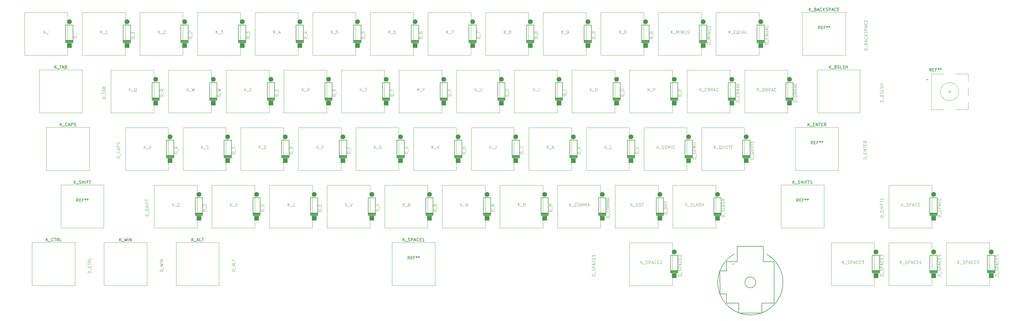
<source format=gbr>
G04 #@! TF.GenerationSoftware,KiCad,Pcbnew,7.0.6*
G04 #@! TF.CreationDate,2023-09-08T00:08:35-07:00*
G04 #@! TF.ProjectId,keyjoy,6b65796a-6f79-42e6-9b69-6361645f7063,rev?*
G04 #@! TF.SameCoordinates,Original*
G04 #@! TF.FileFunction,Legend,Top*
G04 #@! TF.FilePolarity,Positive*
%FSLAX46Y46*%
G04 Gerber Fmt 4.6, Leading zero omitted, Abs format (unit mm)*
G04 Created by KiCad (PCBNEW 7.0.6) date 2023-09-08 00:08:35*
%MOMM*%
%LPD*%
G01*
G04 APERTURE LIST*
%ADD10C,0.100000*%
%ADD11C,0.150000*%
%ADD12C,0.120000*%
%ADD13C,0.200000*%
%ADD14C,0.127000*%
%ADD15R,1.600000X1.600000*%
%ADD16C,1.600000*%
G04 APERTURE END LIST*
D10*
X434933904Y-210784601D02*
X433933904Y-210784601D01*
X433933904Y-210784601D02*
X433933904Y-210546506D01*
X433933904Y-210546506D02*
X433981523Y-210403649D01*
X433981523Y-210403649D02*
X434076761Y-210308411D01*
X434076761Y-210308411D02*
X434171999Y-210260792D01*
X434171999Y-210260792D02*
X434362475Y-210213173D01*
X434362475Y-210213173D02*
X434505332Y-210213173D01*
X434505332Y-210213173D02*
X434695808Y-210260792D01*
X434695808Y-210260792D02*
X434791046Y-210308411D01*
X434791046Y-210308411D02*
X434886285Y-210403649D01*
X434886285Y-210403649D02*
X434933904Y-210546506D01*
X434933904Y-210546506D02*
X434933904Y-210784601D01*
X435029142Y-210022697D02*
X435029142Y-209260792D01*
X434410094Y-209022696D02*
X434410094Y-208689363D01*
X434933904Y-208546506D02*
X434933904Y-209022696D01*
X434933904Y-209022696D02*
X433933904Y-209022696D01*
X433933904Y-209022696D02*
X433933904Y-208546506D01*
X434933904Y-208117934D02*
X433933904Y-208117934D01*
X433933904Y-208117934D02*
X434933904Y-207546506D01*
X434933904Y-207546506D02*
X433933904Y-207546506D01*
X433933904Y-207213172D02*
X433933904Y-206641744D01*
X434933904Y-206927458D02*
X433933904Y-206927458D01*
X434410094Y-206308410D02*
X434410094Y-205975077D01*
X434933904Y-205832220D02*
X434933904Y-206308410D01*
X434933904Y-206308410D02*
X433933904Y-206308410D01*
X433933904Y-206308410D02*
X433933904Y-205832220D01*
X434933904Y-204832220D02*
X434457713Y-205165553D01*
X434933904Y-205403648D02*
X433933904Y-205403648D01*
X433933904Y-205403648D02*
X433933904Y-205022696D01*
X433933904Y-205022696D02*
X433981523Y-204927458D01*
X433981523Y-204927458D02*
X434029142Y-204879839D01*
X434029142Y-204879839D02*
X434124380Y-204832220D01*
X434124380Y-204832220D02*
X434267237Y-204832220D01*
X434267237Y-204832220D02*
X434362475Y-204879839D01*
X434362475Y-204879839D02*
X434410094Y-204927458D01*
X434410094Y-204927458D02*
X434457713Y-205022696D01*
X434457713Y-205022696D02*
X434457713Y-205403648D01*
X243594733Y-226429753D02*
X243594733Y-225429753D01*
X244166161Y-226429753D02*
X243737590Y-225858324D01*
X244166161Y-225429753D02*
X243594733Y-226001181D01*
X244356638Y-226524991D02*
X245118542Y-226524991D01*
X245928066Y-226334514D02*
X245880447Y-226382134D01*
X245880447Y-226382134D02*
X245737590Y-226429753D01*
X245737590Y-226429753D02*
X245642352Y-226429753D01*
X245642352Y-226429753D02*
X245499495Y-226382134D01*
X245499495Y-226382134D02*
X245404257Y-226286895D01*
X245404257Y-226286895D02*
X245356638Y-226191657D01*
X245356638Y-226191657D02*
X245309019Y-226001181D01*
X245309019Y-226001181D02*
X245309019Y-225858324D01*
X245309019Y-225858324D02*
X245356638Y-225667848D01*
X245356638Y-225667848D02*
X245404257Y-225572610D01*
X245404257Y-225572610D02*
X245499495Y-225477372D01*
X245499495Y-225477372D02*
X245642352Y-225429753D01*
X245642352Y-225429753D02*
X245737590Y-225429753D01*
X245737590Y-225429753D02*
X245880447Y-225477372D01*
X245880447Y-225477372D02*
X245928066Y-225524991D01*
D11*
X417235506Y-205877153D02*
X416902173Y-205400962D01*
X416664078Y-205877153D02*
X416664078Y-204877153D01*
X416664078Y-204877153D02*
X417045030Y-204877153D01*
X417045030Y-204877153D02*
X417140268Y-204924772D01*
X417140268Y-204924772D02*
X417187887Y-204972391D01*
X417187887Y-204972391D02*
X417235506Y-205067629D01*
X417235506Y-205067629D02*
X417235506Y-205210486D01*
X417235506Y-205210486D02*
X417187887Y-205305724D01*
X417187887Y-205305724D02*
X417140268Y-205353343D01*
X417140268Y-205353343D02*
X417045030Y-205400962D01*
X417045030Y-205400962D02*
X416664078Y-205400962D01*
X417664078Y-205353343D02*
X417997411Y-205353343D01*
X418140268Y-205877153D02*
X417664078Y-205877153D01*
X417664078Y-205877153D02*
X417664078Y-204877153D01*
X417664078Y-204877153D02*
X418140268Y-204877153D01*
X418902173Y-205353343D02*
X418568840Y-205353343D01*
X418568840Y-205877153D02*
X418568840Y-204877153D01*
X418568840Y-204877153D02*
X419045030Y-204877153D01*
X419568840Y-204877153D02*
X419568840Y-205115248D01*
X419330745Y-205020010D02*
X419568840Y-205115248D01*
X419568840Y-205115248D02*
X419806935Y-205020010D01*
X419425983Y-205305724D02*
X419568840Y-205115248D01*
X419568840Y-205115248D02*
X419711697Y-205305724D01*
X420330745Y-204877153D02*
X420330745Y-205115248D01*
X420092650Y-205020010D02*
X420330745Y-205115248D01*
X420330745Y-205115248D02*
X420568840Y-205020010D01*
X420187888Y-205305724D02*
X420330745Y-205115248D01*
X420330745Y-205115248D02*
X420473602Y-205305724D01*
D10*
X281694733Y-226429753D02*
X281694733Y-225429753D01*
X282266161Y-226429753D02*
X281837590Y-225858324D01*
X282266161Y-225429753D02*
X281694733Y-226001181D01*
X282456638Y-226524991D02*
X283218542Y-226524991D01*
X283789971Y-225905943D02*
X283932828Y-225953562D01*
X283932828Y-225953562D02*
X283980447Y-226001181D01*
X283980447Y-226001181D02*
X284028066Y-226096419D01*
X284028066Y-226096419D02*
X284028066Y-226239276D01*
X284028066Y-226239276D02*
X283980447Y-226334514D01*
X283980447Y-226334514D02*
X283932828Y-226382134D01*
X283932828Y-226382134D02*
X283837590Y-226429753D01*
X283837590Y-226429753D02*
X283456638Y-226429753D01*
X283456638Y-226429753D02*
X283456638Y-225429753D01*
X283456638Y-225429753D02*
X283789971Y-225429753D01*
X283789971Y-225429753D02*
X283885209Y-225477372D01*
X283885209Y-225477372D02*
X283932828Y-225524991D01*
X283932828Y-225524991D02*
X283980447Y-225620229D01*
X283980447Y-225620229D02*
X283980447Y-225715467D01*
X283980447Y-225715467D02*
X283932828Y-225810705D01*
X283932828Y-225810705D02*
X283885209Y-225858324D01*
X283885209Y-225858324D02*
X283789971Y-225905943D01*
X283789971Y-225905943D02*
X283456638Y-225905943D01*
X291195923Y-207379753D02*
X291195923Y-206379753D01*
X291767351Y-207379753D02*
X291338780Y-206808324D01*
X291767351Y-206379753D02*
X291195923Y-206951181D01*
X291957828Y-207474991D02*
X292719732Y-207474991D01*
X292957828Y-207379753D02*
X292957828Y-206379753D01*
X292957828Y-206855943D02*
X293529256Y-206855943D01*
X293529256Y-207379753D02*
X293529256Y-206379753D01*
X226145009Y-247879476D02*
X225145009Y-247879476D01*
X225145009Y-247879476D02*
X225145009Y-247641381D01*
X225145009Y-247641381D02*
X225192628Y-247498524D01*
X225192628Y-247498524D02*
X225287866Y-247403286D01*
X225287866Y-247403286D02*
X225383104Y-247355667D01*
X225383104Y-247355667D02*
X225573580Y-247308048D01*
X225573580Y-247308048D02*
X225716437Y-247308048D01*
X225716437Y-247308048D02*
X225906913Y-247355667D01*
X225906913Y-247355667D02*
X226002151Y-247403286D01*
X226002151Y-247403286D02*
X226097390Y-247498524D01*
X226097390Y-247498524D02*
X226145009Y-247641381D01*
X226145009Y-247641381D02*
X226145009Y-247879476D01*
X226240247Y-247117572D02*
X226240247Y-246355667D01*
X225859294Y-246165190D02*
X225859294Y-245689000D01*
X226145009Y-246260428D02*
X225145009Y-245927095D01*
X225145009Y-245927095D02*
X226145009Y-245593762D01*
X226145009Y-244784238D02*
X226145009Y-245260428D01*
X226145009Y-245260428D02*
X225145009Y-245260428D01*
X225145009Y-244593761D02*
X225145009Y-244022333D01*
X226145009Y-244308047D02*
X225145009Y-244308047D01*
X181706042Y-169279753D02*
X181706042Y-168279753D01*
X182277470Y-169279753D02*
X181848899Y-168708324D01*
X182277470Y-168279753D02*
X181706042Y-168851181D01*
X182467947Y-169374991D02*
X183229851Y-169374991D01*
X183991756Y-169279753D02*
X183420328Y-169279753D01*
X183706042Y-169279753D02*
X183706042Y-168279753D01*
X183706042Y-168279753D02*
X183610804Y-168422610D01*
X183610804Y-168422610D02*
X183515566Y-168517848D01*
X183515566Y-168517848D02*
X183420328Y-168565467D01*
X292820009Y-228115190D02*
X291820009Y-228115190D01*
X291820009Y-228115190D02*
X291820009Y-227877095D01*
X291820009Y-227877095D02*
X291867628Y-227734238D01*
X291867628Y-227734238D02*
X291962866Y-227639000D01*
X291962866Y-227639000D02*
X292058104Y-227591381D01*
X292058104Y-227591381D02*
X292248580Y-227543762D01*
X292248580Y-227543762D02*
X292391437Y-227543762D01*
X292391437Y-227543762D02*
X292581913Y-227591381D01*
X292581913Y-227591381D02*
X292677151Y-227639000D01*
X292677151Y-227639000D02*
X292772390Y-227734238D01*
X292772390Y-227734238D02*
X292820009Y-227877095D01*
X292820009Y-227877095D02*
X292820009Y-228115190D01*
X292915247Y-227353286D02*
X292915247Y-226591381D01*
X292296199Y-226019952D02*
X292343818Y-225877095D01*
X292343818Y-225877095D02*
X292391437Y-225829476D01*
X292391437Y-225829476D02*
X292486675Y-225781857D01*
X292486675Y-225781857D02*
X292629532Y-225781857D01*
X292629532Y-225781857D02*
X292724770Y-225829476D01*
X292724770Y-225829476D02*
X292772390Y-225877095D01*
X292772390Y-225877095D02*
X292820009Y-225972333D01*
X292820009Y-225972333D02*
X292820009Y-226353285D01*
X292820009Y-226353285D02*
X291820009Y-226353285D01*
X291820009Y-226353285D02*
X291820009Y-226019952D01*
X291820009Y-226019952D02*
X291867628Y-225924714D01*
X291867628Y-225924714D02*
X291915247Y-225877095D01*
X291915247Y-225877095D02*
X292010485Y-225829476D01*
X292010485Y-225829476D02*
X292105723Y-225829476D01*
X292105723Y-225829476D02*
X292200961Y-225877095D01*
X292200961Y-225877095D02*
X292248580Y-225924714D01*
X292248580Y-225924714D02*
X292296199Y-226019952D01*
X292296199Y-226019952D02*
X292296199Y-226353285D01*
D11*
X416021518Y-161777153D02*
X416021518Y-160777153D01*
X416592946Y-161777153D02*
X416164375Y-161205724D01*
X416592946Y-160777153D02*
X416021518Y-161348581D01*
X416783423Y-161872391D02*
X417545327Y-161872391D01*
X418116756Y-161253343D02*
X418259613Y-161300962D01*
X418259613Y-161300962D02*
X418307232Y-161348581D01*
X418307232Y-161348581D02*
X418354851Y-161443819D01*
X418354851Y-161443819D02*
X418354851Y-161586676D01*
X418354851Y-161586676D02*
X418307232Y-161681914D01*
X418307232Y-161681914D02*
X418259613Y-161729534D01*
X418259613Y-161729534D02*
X418164375Y-161777153D01*
X418164375Y-161777153D02*
X417783423Y-161777153D01*
X417783423Y-161777153D02*
X417783423Y-160777153D01*
X417783423Y-160777153D02*
X418116756Y-160777153D01*
X418116756Y-160777153D02*
X418211994Y-160824772D01*
X418211994Y-160824772D02*
X418259613Y-160872391D01*
X418259613Y-160872391D02*
X418307232Y-160967629D01*
X418307232Y-160967629D02*
X418307232Y-161062867D01*
X418307232Y-161062867D02*
X418259613Y-161158105D01*
X418259613Y-161158105D02*
X418211994Y-161205724D01*
X418211994Y-161205724D02*
X418116756Y-161253343D01*
X418116756Y-161253343D02*
X417783423Y-161253343D01*
X418735804Y-161491438D02*
X419211994Y-161491438D01*
X418640566Y-161777153D02*
X418973899Y-160777153D01*
X418973899Y-160777153D02*
X419307232Y-161777153D01*
X420211994Y-161681914D02*
X420164375Y-161729534D01*
X420164375Y-161729534D02*
X420021518Y-161777153D01*
X420021518Y-161777153D02*
X419926280Y-161777153D01*
X419926280Y-161777153D02*
X419783423Y-161729534D01*
X419783423Y-161729534D02*
X419688185Y-161634295D01*
X419688185Y-161634295D02*
X419640566Y-161539057D01*
X419640566Y-161539057D02*
X419592947Y-161348581D01*
X419592947Y-161348581D02*
X419592947Y-161205724D01*
X419592947Y-161205724D02*
X419640566Y-161015248D01*
X419640566Y-161015248D02*
X419688185Y-160920010D01*
X419688185Y-160920010D02*
X419783423Y-160824772D01*
X419783423Y-160824772D02*
X419926280Y-160777153D01*
X419926280Y-160777153D02*
X420021518Y-160777153D01*
X420021518Y-160777153D02*
X420164375Y-160824772D01*
X420164375Y-160824772D02*
X420211994Y-160872391D01*
X420640566Y-161777153D02*
X420640566Y-160777153D01*
X421211994Y-161777153D02*
X420783423Y-161205724D01*
X421211994Y-160777153D02*
X420640566Y-161348581D01*
X421592947Y-161729534D02*
X421735804Y-161777153D01*
X421735804Y-161777153D02*
X421973899Y-161777153D01*
X421973899Y-161777153D02*
X422069137Y-161729534D01*
X422069137Y-161729534D02*
X422116756Y-161681914D01*
X422116756Y-161681914D02*
X422164375Y-161586676D01*
X422164375Y-161586676D02*
X422164375Y-161491438D01*
X422164375Y-161491438D02*
X422116756Y-161396200D01*
X422116756Y-161396200D02*
X422069137Y-161348581D01*
X422069137Y-161348581D02*
X421973899Y-161300962D01*
X421973899Y-161300962D02*
X421783423Y-161253343D01*
X421783423Y-161253343D02*
X421688185Y-161205724D01*
X421688185Y-161205724D02*
X421640566Y-161158105D01*
X421640566Y-161158105D02*
X421592947Y-161062867D01*
X421592947Y-161062867D02*
X421592947Y-160967629D01*
X421592947Y-160967629D02*
X421640566Y-160872391D01*
X421640566Y-160872391D02*
X421688185Y-160824772D01*
X421688185Y-160824772D02*
X421783423Y-160777153D01*
X421783423Y-160777153D02*
X422021518Y-160777153D01*
X422021518Y-160777153D02*
X422164375Y-160824772D01*
X422592947Y-161777153D02*
X422592947Y-160777153D01*
X422592947Y-160777153D02*
X422973899Y-160777153D01*
X422973899Y-160777153D02*
X423069137Y-160824772D01*
X423069137Y-160824772D02*
X423116756Y-160872391D01*
X423116756Y-160872391D02*
X423164375Y-160967629D01*
X423164375Y-160967629D02*
X423164375Y-161110486D01*
X423164375Y-161110486D02*
X423116756Y-161205724D01*
X423116756Y-161205724D02*
X423069137Y-161253343D01*
X423069137Y-161253343D02*
X422973899Y-161300962D01*
X422973899Y-161300962D02*
X422592947Y-161300962D01*
X423545328Y-161491438D02*
X424021518Y-161491438D01*
X423450090Y-161777153D02*
X423783423Y-160777153D01*
X423783423Y-160777153D02*
X424116756Y-161777153D01*
X425021518Y-161681914D02*
X424973899Y-161729534D01*
X424973899Y-161729534D02*
X424831042Y-161777153D01*
X424831042Y-161777153D02*
X424735804Y-161777153D01*
X424735804Y-161777153D02*
X424592947Y-161729534D01*
X424592947Y-161729534D02*
X424497709Y-161634295D01*
X424497709Y-161634295D02*
X424450090Y-161539057D01*
X424450090Y-161539057D02*
X424402471Y-161348581D01*
X424402471Y-161348581D02*
X424402471Y-161205724D01*
X424402471Y-161205724D02*
X424450090Y-161015248D01*
X424450090Y-161015248D02*
X424497709Y-160920010D01*
X424497709Y-160920010D02*
X424592947Y-160824772D01*
X424592947Y-160824772D02*
X424735804Y-160777153D01*
X424735804Y-160777153D02*
X424831042Y-160777153D01*
X424831042Y-160777153D02*
X424973899Y-160824772D01*
X424973899Y-160824772D02*
X425021518Y-160872391D01*
X425450090Y-161253343D02*
X425783423Y-161253343D01*
X425926280Y-161777153D02*
X425450090Y-161777153D01*
X425450090Y-161777153D02*
X425450090Y-160777153D01*
X425450090Y-160777153D02*
X425926280Y-160777153D01*
D10*
X216620009Y-228091381D02*
X215620009Y-228091381D01*
X215620009Y-228091381D02*
X215620009Y-227853286D01*
X215620009Y-227853286D02*
X215667628Y-227710429D01*
X215667628Y-227710429D02*
X215762866Y-227615191D01*
X215762866Y-227615191D02*
X215858104Y-227567572D01*
X215858104Y-227567572D02*
X216048580Y-227519953D01*
X216048580Y-227519953D02*
X216191437Y-227519953D01*
X216191437Y-227519953D02*
X216381913Y-227567572D01*
X216381913Y-227567572D02*
X216477151Y-227615191D01*
X216477151Y-227615191D02*
X216572390Y-227710429D01*
X216572390Y-227710429D02*
X216620009Y-227853286D01*
X216620009Y-227853286D02*
X216620009Y-228091381D01*
X216715247Y-227329477D02*
X216715247Y-226567572D01*
X215620009Y-226424714D02*
X215620009Y-225758048D01*
X215620009Y-225758048D02*
X216620009Y-226424714D01*
X216620009Y-226424714D02*
X216620009Y-225758048D01*
X178520009Y-248450905D02*
X177520009Y-248450905D01*
X177520009Y-248450905D02*
X177520009Y-248212810D01*
X177520009Y-248212810D02*
X177567628Y-248069953D01*
X177567628Y-248069953D02*
X177662866Y-247974715D01*
X177662866Y-247974715D02*
X177758104Y-247927096D01*
X177758104Y-247927096D02*
X177948580Y-247879477D01*
X177948580Y-247879477D02*
X178091437Y-247879477D01*
X178091437Y-247879477D02*
X178281913Y-247927096D01*
X178281913Y-247927096D02*
X178377151Y-247974715D01*
X178377151Y-247974715D02*
X178472390Y-248069953D01*
X178472390Y-248069953D02*
X178520009Y-248212810D01*
X178520009Y-248212810D02*
X178520009Y-248450905D01*
X178615247Y-247689001D02*
X178615247Y-246927096D01*
X178424770Y-246117572D02*
X178472390Y-246165191D01*
X178472390Y-246165191D02*
X178520009Y-246308048D01*
X178520009Y-246308048D02*
X178520009Y-246403286D01*
X178520009Y-246403286D02*
X178472390Y-246546143D01*
X178472390Y-246546143D02*
X178377151Y-246641381D01*
X178377151Y-246641381D02*
X178281913Y-246689000D01*
X178281913Y-246689000D02*
X178091437Y-246736619D01*
X178091437Y-246736619D02*
X177948580Y-246736619D01*
X177948580Y-246736619D02*
X177758104Y-246689000D01*
X177758104Y-246689000D02*
X177662866Y-246641381D01*
X177662866Y-246641381D02*
X177567628Y-246546143D01*
X177567628Y-246546143D02*
X177520009Y-246403286D01*
X177520009Y-246403286D02*
X177520009Y-246308048D01*
X177520009Y-246308048D02*
X177567628Y-246165191D01*
X177567628Y-246165191D02*
X177615247Y-246117572D01*
X177520009Y-245831857D02*
X177520009Y-245260429D01*
X178520009Y-245546143D02*
X177520009Y-245546143D01*
X178520009Y-244355667D02*
X178043818Y-244689000D01*
X178520009Y-244927095D02*
X177520009Y-244927095D01*
X177520009Y-244927095D02*
X177520009Y-244546143D01*
X177520009Y-244546143D02*
X177567628Y-244450905D01*
X177567628Y-244450905D02*
X177615247Y-244403286D01*
X177615247Y-244403286D02*
X177710485Y-244355667D01*
X177710485Y-244355667D02*
X177853342Y-244355667D01*
X177853342Y-244355667D02*
X177948580Y-244403286D01*
X177948580Y-244403286D02*
X177996199Y-244450905D01*
X177996199Y-244450905D02*
X178043818Y-244546143D01*
X178043818Y-244546143D02*
X178043818Y-244927095D01*
X178520009Y-243450905D02*
X178520009Y-243927095D01*
X178520009Y-243927095D02*
X177520009Y-243927095D01*
X345207509Y-170941381D02*
X344207509Y-170941381D01*
X344207509Y-170941381D02*
X344207509Y-170703286D01*
X344207509Y-170703286D02*
X344255128Y-170560429D01*
X344255128Y-170560429D02*
X344350366Y-170465191D01*
X344350366Y-170465191D02*
X344445604Y-170417572D01*
X344445604Y-170417572D02*
X344636080Y-170369953D01*
X344636080Y-170369953D02*
X344778937Y-170369953D01*
X344778937Y-170369953D02*
X344969413Y-170417572D01*
X344969413Y-170417572D02*
X345064651Y-170465191D01*
X345064651Y-170465191D02*
X345159890Y-170560429D01*
X345159890Y-170560429D02*
X345207509Y-170703286D01*
X345207509Y-170703286D02*
X345207509Y-170941381D01*
X345302747Y-170179477D02*
X345302747Y-169417572D01*
X345207509Y-169131857D02*
X345207509Y-168941381D01*
X345207509Y-168941381D02*
X345159890Y-168846143D01*
X345159890Y-168846143D02*
X345112270Y-168798524D01*
X345112270Y-168798524D02*
X344969413Y-168703286D01*
X344969413Y-168703286D02*
X344778937Y-168655667D01*
X344778937Y-168655667D02*
X344397985Y-168655667D01*
X344397985Y-168655667D02*
X344302747Y-168703286D01*
X344302747Y-168703286D02*
X344255128Y-168750905D01*
X344255128Y-168750905D02*
X344207509Y-168846143D01*
X344207509Y-168846143D02*
X344207509Y-169036619D01*
X344207509Y-169036619D02*
X344255128Y-169131857D01*
X344255128Y-169131857D02*
X344302747Y-169179476D01*
X344302747Y-169179476D02*
X344397985Y-169227095D01*
X344397985Y-169227095D02*
X344636080Y-169227095D01*
X344636080Y-169227095D02*
X344731318Y-169179476D01*
X344731318Y-169179476D02*
X344778937Y-169131857D01*
X344778937Y-169131857D02*
X344826556Y-169036619D01*
X344826556Y-169036619D02*
X344826556Y-168846143D01*
X344826556Y-168846143D02*
X344778937Y-168750905D01*
X344778937Y-168750905D02*
X344731318Y-168703286D01*
X344731318Y-168703286D02*
X344636080Y-168655667D01*
X196041161Y-207379753D02*
X196041161Y-206379753D01*
X196612589Y-207379753D02*
X196184018Y-206808324D01*
X196612589Y-206379753D02*
X196041161Y-206951181D01*
X196803066Y-207474991D02*
X197564970Y-207474991D01*
X197755447Y-207094038D02*
X198231637Y-207094038D01*
X197660209Y-207379753D02*
X197993542Y-206379753D01*
X197993542Y-206379753D02*
X198326875Y-207379753D01*
X310388780Y-207379753D02*
X310388780Y-206379753D01*
X310960208Y-207379753D02*
X310531637Y-206808324D01*
X310960208Y-206379753D02*
X310388780Y-206951181D01*
X311150685Y-207474991D02*
X311912589Y-207474991D01*
X312436399Y-206379753D02*
X312436399Y-207094038D01*
X312436399Y-207094038D02*
X312388780Y-207236895D01*
X312388780Y-207236895D02*
X312293542Y-207332134D01*
X312293542Y-207332134D02*
X312150685Y-207379753D01*
X312150685Y-207379753D02*
X312055447Y-207379753D01*
X311870009Y-228139000D02*
X310870009Y-228139000D01*
X310870009Y-228139000D02*
X310870009Y-227900905D01*
X310870009Y-227900905D02*
X310917628Y-227758048D01*
X310917628Y-227758048D02*
X311012866Y-227662810D01*
X311012866Y-227662810D02*
X311108104Y-227615191D01*
X311108104Y-227615191D02*
X311298580Y-227567572D01*
X311298580Y-227567572D02*
X311441437Y-227567572D01*
X311441437Y-227567572D02*
X311631913Y-227615191D01*
X311631913Y-227615191D02*
X311727151Y-227662810D01*
X311727151Y-227662810D02*
X311822390Y-227758048D01*
X311822390Y-227758048D02*
X311870009Y-227900905D01*
X311870009Y-227900905D02*
X311870009Y-228139000D01*
X311965247Y-227377096D02*
X311965247Y-226615191D01*
X311870009Y-226377095D02*
X310870009Y-226377095D01*
X310870009Y-226377095D02*
X311870009Y-225805667D01*
X311870009Y-225805667D02*
X310870009Y-225805667D01*
X297582509Y-189943762D02*
X296582509Y-189943762D01*
X296582509Y-189943762D02*
X296582509Y-189705667D01*
X296582509Y-189705667D02*
X296630128Y-189562810D01*
X296630128Y-189562810D02*
X296725366Y-189467572D01*
X296725366Y-189467572D02*
X296820604Y-189419953D01*
X296820604Y-189419953D02*
X297011080Y-189372334D01*
X297011080Y-189372334D02*
X297153937Y-189372334D01*
X297153937Y-189372334D02*
X297344413Y-189419953D01*
X297344413Y-189419953D02*
X297439651Y-189467572D01*
X297439651Y-189467572D02*
X297534890Y-189562810D01*
X297534890Y-189562810D02*
X297582509Y-189705667D01*
X297582509Y-189705667D02*
X297582509Y-189943762D01*
X297677747Y-189181858D02*
X297677747Y-188419953D01*
X297106318Y-187991381D02*
X297582509Y-187991381D01*
X296582509Y-188324714D02*
X297106318Y-187991381D01*
X297106318Y-187991381D02*
X296582509Y-187658048D01*
X324819138Y-188329753D02*
X324819138Y-187329753D01*
X325390566Y-188329753D02*
X324961995Y-187758324D01*
X325390566Y-187329753D02*
X324819138Y-187901181D01*
X325581043Y-188424991D02*
X326342947Y-188424991D01*
X326581043Y-188329753D02*
X326581043Y-187329753D01*
D11*
X187992650Y-237977153D02*
X187992650Y-236977153D01*
X188564078Y-237977153D02*
X188135507Y-237405724D01*
X188564078Y-236977153D02*
X187992650Y-237548581D01*
X188754555Y-238072391D02*
X189516459Y-238072391D01*
X189659317Y-236977153D02*
X189897412Y-237977153D01*
X189897412Y-237977153D02*
X190087888Y-237262867D01*
X190087888Y-237262867D02*
X190278364Y-237977153D01*
X190278364Y-237977153D02*
X190516460Y-236977153D01*
X190897412Y-237977153D02*
X190897412Y-236977153D01*
X191373602Y-237977153D02*
X191373602Y-236977153D01*
X191373602Y-236977153D02*
X191945030Y-237977153D01*
X191945030Y-237977153D02*
X191945030Y-236977153D01*
D10*
X446048899Y-245479753D02*
X446048899Y-244479753D01*
X446620327Y-245479753D02*
X446191756Y-244908324D01*
X446620327Y-244479753D02*
X446048899Y-245051181D01*
X446810804Y-245574991D02*
X447572708Y-245574991D01*
X447763185Y-245432134D02*
X447906042Y-245479753D01*
X447906042Y-245479753D02*
X448144137Y-245479753D01*
X448144137Y-245479753D02*
X448239375Y-245432134D01*
X448239375Y-245432134D02*
X448286994Y-245384514D01*
X448286994Y-245384514D02*
X448334613Y-245289276D01*
X448334613Y-245289276D02*
X448334613Y-245194038D01*
X448334613Y-245194038D02*
X448286994Y-245098800D01*
X448286994Y-245098800D02*
X448239375Y-245051181D01*
X448239375Y-245051181D02*
X448144137Y-245003562D01*
X448144137Y-245003562D02*
X447953661Y-244955943D01*
X447953661Y-244955943D02*
X447858423Y-244908324D01*
X447858423Y-244908324D02*
X447810804Y-244860705D01*
X447810804Y-244860705D02*
X447763185Y-244765467D01*
X447763185Y-244765467D02*
X447763185Y-244670229D01*
X447763185Y-244670229D02*
X447810804Y-244574991D01*
X447810804Y-244574991D02*
X447858423Y-244527372D01*
X447858423Y-244527372D02*
X447953661Y-244479753D01*
X447953661Y-244479753D02*
X448191756Y-244479753D01*
X448191756Y-244479753D02*
X448334613Y-244527372D01*
X448763185Y-245479753D02*
X448763185Y-244479753D01*
X448763185Y-244479753D02*
X449144137Y-244479753D01*
X449144137Y-244479753D02*
X449239375Y-244527372D01*
X449239375Y-244527372D02*
X449286994Y-244574991D01*
X449286994Y-244574991D02*
X449334613Y-244670229D01*
X449334613Y-244670229D02*
X449334613Y-244813086D01*
X449334613Y-244813086D02*
X449286994Y-244908324D01*
X449286994Y-244908324D02*
X449239375Y-244955943D01*
X449239375Y-244955943D02*
X449144137Y-245003562D01*
X449144137Y-245003562D02*
X448763185Y-245003562D01*
X449715566Y-245194038D02*
X450191756Y-245194038D01*
X449620328Y-245479753D02*
X449953661Y-244479753D01*
X449953661Y-244479753D02*
X450286994Y-245479753D01*
X451191756Y-245384514D02*
X451144137Y-245432134D01*
X451144137Y-245432134D02*
X451001280Y-245479753D01*
X451001280Y-245479753D02*
X450906042Y-245479753D01*
X450906042Y-245479753D02*
X450763185Y-245432134D01*
X450763185Y-245432134D02*
X450667947Y-245336895D01*
X450667947Y-245336895D02*
X450620328Y-245241657D01*
X450620328Y-245241657D02*
X450572709Y-245051181D01*
X450572709Y-245051181D02*
X450572709Y-244908324D01*
X450572709Y-244908324D02*
X450620328Y-244717848D01*
X450620328Y-244717848D02*
X450667947Y-244622610D01*
X450667947Y-244622610D02*
X450763185Y-244527372D01*
X450763185Y-244527372D02*
X450906042Y-244479753D01*
X450906042Y-244479753D02*
X451001280Y-244479753D01*
X451001280Y-244479753D02*
X451144137Y-244527372D01*
X451144137Y-244527372D02*
X451191756Y-244574991D01*
X451620328Y-244955943D02*
X451953661Y-244955943D01*
X452096518Y-245479753D02*
X451620328Y-245479753D01*
X451620328Y-245479753D02*
X451620328Y-244479753D01*
X451620328Y-244479753D02*
X452096518Y-244479753D01*
X452953661Y-244813086D02*
X452953661Y-245479753D01*
X452715566Y-244432134D02*
X452477471Y-245146419D01*
X452477471Y-245146419D02*
X453096518Y-245146419D01*
X383307509Y-172798523D02*
X382307509Y-172798523D01*
X382307509Y-172798523D02*
X382307509Y-172560428D01*
X382307509Y-172560428D02*
X382355128Y-172417571D01*
X382355128Y-172417571D02*
X382450366Y-172322333D01*
X382450366Y-172322333D02*
X382545604Y-172274714D01*
X382545604Y-172274714D02*
X382736080Y-172227095D01*
X382736080Y-172227095D02*
X382878937Y-172227095D01*
X382878937Y-172227095D02*
X383069413Y-172274714D01*
X383069413Y-172274714D02*
X383164651Y-172322333D01*
X383164651Y-172322333D02*
X383259890Y-172417571D01*
X383259890Y-172417571D02*
X383307509Y-172560428D01*
X383307509Y-172560428D02*
X383307509Y-172798523D01*
X383402747Y-172036619D02*
X383402747Y-171274714D01*
X383307509Y-171036618D02*
X382307509Y-171036618D01*
X382307509Y-171036618D02*
X383021794Y-170703285D01*
X383021794Y-170703285D02*
X382307509Y-170369952D01*
X382307509Y-170369952D02*
X383307509Y-170369952D01*
X383307509Y-169893761D02*
X382307509Y-169893761D01*
X383307509Y-169417571D02*
X382307509Y-169417571D01*
X382307509Y-169417571D02*
X383307509Y-168846143D01*
X383307509Y-168846143D02*
X382307509Y-168846143D01*
X382307509Y-168369952D02*
X383117032Y-168369952D01*
X383117032Y-168369952D02*
X383212270Y-168322333D01*
X383212270Y-168322333D02*
X383259890Y-168274714D01*
X383259890Y-168274714D02*
X383307509Y-168179476D01*
X383307509Y-168179476D02*
X383307509Y-167989000D01*
X383307509Y-167989000D02*
X383259890Y-167893762D01*
X383259890Y-167893762D02*
X383212270Y-167846143D01*
X383212270Y-167846143D02*
X383117032Y-167798524D01*
X383117032Y-167798524D02*
X382307509Y-167798524D01*
X383259890Y-167369952D02*
X383307509Y-167227095D01*
X383307509Y-167227095D02*
X383307509Y-166989000D01*
X383307509Y-166989000D02*
X383259890Y-166893762D01*
X383259890Y-166893762D02*
X383212270Y-166846143D01*
X383212270Y-166846143D02*
X383117032Y-166798524D01*
X383117032Y-166798524D02*
X383021794Y-166798524D01*
X383021794Y-166798524D02*
X382926556Y-166846143D01*
X382926556Y-166846143D02*
X382878937Y-166893762D01*
X382878937Y-166893762D02*
X382831318Y-166989000D01*
X382831318Y-166989000D02*
X382783699Y-167179476D01*
X382783699Y-167179476D02*
X382736080Y-167274714D01*
X382736080Y-167274714D02*
X382688461Y-167322333D01*
X382688461Y-167322333D02*
X382593223Y-167369952D01*
X382593223Y-167369952D02*
X382497985Y-167369952D01*
X382497985Y-167369952D02*
X382402747Y-167322333D01*
X382402747Y-167322333D02*
X382355128Y-167274714D01*
X382355128Y-167274714D02*
X382307509Y-167179476D01*
X382307509Y-167179476D02*
X382307509Y-166941381D01*
X382307509Y-166941381D02*
X382355128Y-166798524D01*
X269007509Y-170941381D02*
X268007509Y-170941381D01*
X268007509Y-170941381D02*
X268007509Y-170703286D01*
X268007509Y-170703286D02*
X268055128Y-170560429D01*
X268055128Y-170560429D02*
X268150366Y-170465191D01*
X268150366Y-170465191D02*
X268245604Y-170417572D01*
X268245604Y-170417572D02*
X268436080Y-170369953D01*
X268436080Y-170369953D02*
X268578937Y-170369953D01*
X268578937Y-170369953D02*
X268769413Y-170417572D01*
X268769413Y-170417572D02*
X268864651Y-170465191D01*
X268864651Y-170465191D02*
X268959890Y-170560429D01*
X268959890Y-170560429D02*
X269007509Y-170703286D01*
X269007509Y-170703286D02*
X269007509Y-170941381D01*
X269102747Y-170179477D02*
X269102747Y-169417572D01*
X268007509Y-168703286D02*
X268007509Y-169179476D01*
X268007509Y-169179476D02*
X268483699Y-169227095D01*
X268483699Y-169227095D02*
X268436080Y-169179476D01*
X268436080Y-169179476D02*
X268388461Y-169084238D01*
X268388461Y-169084238D02*
X268388461Y-168846143D01*
X268388461Y-168846143D02*
X268436080Y-168750905D01*
X268436080Y-168750905D02*
X268483699Y-168703286D01*
X268483699Y-168703286D02*
X268578937Y-168655667D01*
X268578937Y-168655667D02*
X268817032Y-168655667D01*
X268817032Y-168655667D02*
X268912270Y-168703286D01*
X268912270Y-168703286D02*
X268959890Y-168750905D01*
X268959890Y-168750905D02*
X269007509Y-168846143D01*
X269007509Y-168846143D02*
X269007509Y-169084238D01*
X269007509Y-169084238D02*
X268959890Y-169179476D01*
X268959890Y-169179476D02*
X268912270Y-169227095D01*
X288057509Y-170941381D02*
X287057509Y-170941381D01*
X287057509Y-170941381D02*
X287057509Y-170703286D01*
X287057509Y-170703286D02*
X287105128Y-170560429D01*
X287105128Y-170560429D02*
X287200366Y-170465191D01*
X287200366Y-170465191D02*
X287295604Y-170417572D01*
X287295604Y-170417572D02*
X287486080Y-170369953D01*
X287486080Y-170369953D02*
X287628937Y-170369953D01*
X287628937Y-170369953D02*
X287819413Y-170417572D01*
X287819413Y-170417572D02*
X287914651Y-170465191D01*
X287914651Y-170465191D02*
X288009890Y-170560429D01*
X288009890Y-170560429D02*
X288057509Y-170703286D01*
X288057509Y-170703286D02*
X288057509Y-170941381D01*
X288152747Y-170179477D02*
X288152747Y-169417572D01*
X287057509Y-168750905D02*
X287057509Y-168941381D01*
X287057509Y-168941381D02*
X287105128Y-169036619D01*
X287105128Y-169036619D02*
X287152747Y-169084238D01*
X287152747Y-169084238D02*
X287295604Y-169179476D01*
X287295604Y-169179476D02*
X287486080Y-169227095D01*
X287486080Y-169227095D02*
X287867032Y-169227095D01*
X287867032Y-169227095D02*
X287962270Y-169179476D01*
X287962270Y-169179476D02*
X288009890Y-169131857D01*
X288009890Y-169131857D02*
X288057509Y-169036619D01*
X288057509Y-169036619D02*
X288057509Y-168846143D01*
X288057509Y-168846143D02*
X288009890Y-168750905D01*
X288009890Y-168750905D02*
X287962270Y-168703286D01*
X287962270Y-168703286D02*
X287867032Y-168655667D01*
X287867032Y-168655667D02*
X287628937Y-168655667D01*
X287628937Y-168655667D02*
X287533699Y-168703286D01*
X287533699Y-168703286D02*
X287486080Y-168750905D01*
X287486080Y-168750905D02*
X287438461Y-168846143D01*
X287438461Y-168846143D02*
X287438461Y-169036619D01*
X287438461Y-169036619D02*
X287486080Y-169131857D01*
X287486080Y-169131857D02*
X287533699Y-169179476D01*
X287533699Y-169179476D02*
X287628937Y-169227095D01*
X335682509Y-189753285D02*
X334682509Y-189753285D01*
X334682509Y-189753285D02*
X334682509Y-189515190D01*
X334682509Y-189515190D02*
X334730128Y-189372333D01*
X334730128Y-189372333D02*
X334825366Y-189277095D01*
X334825366Y-189277095D02*
X334920604Y-189229476D01*
X334920604Y-189229476D02*
X335111080Y-189181857D01*
X335111080Y-189181857D02*
X335253937Y-189181857D01*
X335253937Y-189181857D02*
X335444413Y-189229476D01*
X335444413Y-189229476D02*
X335539651Y-189277095D01*
X335539651Y-189277095D02*
X335634890Y-189372333D01*
X335634890Y-189372333D02*
X335682509Y-189515190D01*
X335682509Y-189515190D02*
X335682509Y-189753285D01*
X335777747Y-188991381D02*
X335777747Y-188229476D01*
X335682509Y-187991380D02*
X334682509Y-187991380D01*
X316632509Y-190039000D02*
X315632509Y-190039000D01*
X315632509Y-190039000D02*
X315632509Y-189800905D01*
X315632509Y-189800905D02*
X315680128Y-189658048D01*
X315680128Y-189658048D02*
X315775366Y-189562810D01*
X315775366Y-189562810D02*
X315870604Y-189515191D01*
X315870604Y-189515191D02*
X316061080Y-189467572D01*
X316061080Y-189467572D02*
X316203937Y-189467572D01*
X316203937Y-189467572D02*
X316394413Y-189515191D01*
X316394413Y-189515191D02*
X316489651Y-189562810D01*
X316489651Y-189562810D02*
X316584890Y-189658048D01*
X316584890Y-189658048D02*
X316632509Y-189800905D01*
X316632509Y-189800905D02*
X316632509Y-190039000D01*
X316727747Y-189277096D02*
X316727747Y-188515191D01*
X315632509Y-188277095D02*
X316442032Y-188277095D01*
X316442032Y-188277095D02*
X316537270Y-188229476D01*
X316537270Y-188229476D02*
X316584890Y-188181857D01*
X316584890Y-188181857D02*
X316632509Y-188086619D01*
X316632509Y-188086619D02*
X316632509Y-187896143D01*
X316632509Y-187896143D02*
X316584890Y-187800905D01*
X316584890Y-187800905D02*
X316537270Y-187753286D01*
X316537270Y-187753286D02*
X316442032Y-187705667D01*
X316442032Y-187705667D02*
X315632509Y-187705667D01*
X402357509Y-172798524D02*
X401357509Y-172798524D01*
X401357509Y-172798524D02*
X401357509Y-172560429D01*
X401357509Y-172560429D02*
X401405128Y-172417572D01*
X401405128Y-172417572D02*
X401500366Y-172322334D01*
X401500366Y-172322334D02*
X401595604Y-172274715D01*
X401595604Y-172274715D02*
X401786080Y-172227096D01*
X401786080Y-172227096D02*
X401928937Y-172227096D01*
X401928937Y-172227096D02*
X402119413Y-172274715D01*
X402119413Y-172274715D02*
X402214651Y-172322334D01*
X402214651Y-172322334D02*
X402309890Y-172417572D01*
X402309890Y-172417572D02*
X402357509Y-172560429D01*
X402357509Y-172560429D02*
X402357509Y-172798524D01*
X402452747Y-172036620D02*
X402452747Y-171274715D01*
X401833699Y-171036619D02*
X401833699Y-170703286D01*
X402357509Y-170560429D02*
X402357509Y-171036619D01*
X402357509Y-171036619D02*
X401357509Y-171036619D01*
X401357509Y-171036619D02*
X401357509Y-170560429D01*
X402452747Y-169465191D02*
X402405128Y-169560429D01*
X402405128Y-169560429D02*
X402309890Y-169655667D01*
X402309890Y-169655667D02*
X402167032Y-169798524D01*
X402167032Y-169798524D02*
X402119413Y-169893762D01*
X402119413Y-169893762D02*
X402119413Y-169989000D01*
X402357509Y-169941381D02*
X402309890Y-170036619D01*
X402309890Y-170036619D02*
X402214651Y-170131857D01*
X402214651Y-170131857D02*
X402024175Y-170179476D01*
X402024175Y-170179476D02*
X401690842Y-170179476D01*
X401690842Y-170179476D02*
X401500366Y-170131857D01*
X401500366Y-170131857D02*
X401405128Y-170036619D01*
X401405128Y-170036619D02*
X401357509Y-169941381D01*
X401357509Y-169941381D02*
X401357509Y-169750905D01*
X401357509Y-169750905D02*
X401405128Y-169655667D01*
X401405128Y-169655667D02*
X401500366Y-169560429D01*
X401500366Y-169560429D02*
X401690842Y-169512810D01*
X401690842Y-169512810D02*
X402024175Y-169512810D01*
X402024175Y-169512810D02*
X402214651Y-169560429D01*
X402214651Y-169560429D02*
X402309890Y-169655667D01*
X402309890Y-169655667D02*
X402357509Y-169750905D01*
X402357509Y-169750905D02*
X402357509Y-169941381D01*
X401357509Y-169084238D02*
X402167032Y-169084238D01*
X402167032Y-169084238D02*
X402262270Y-169036619D01*
X402262270Y-169036619D02*
X402309890Y-168989000D01*
X402309890Y-168989000D02*
X402357509Y-168893762D01*
X402357509Y-168893762D02*
X402357509Y-168703286D01*
X402357509Y-168703286D02*
X402309890Y-168608048D01*
X402309890Y-168608048D02*
X402262270Y-168560429D01*
X402262270Y-168560429D02*
X402167032Y-168512810D01*
X402167032Y-168512810D02*
X401357509Y-168512810D01*
X402071794Y-168084238D02*
X402071794Y-167608048D01*
X402357509Y-168179476D02*
X401357509Y-167846143D01*
X401357509Y-167846143D02*
X402357509Y-167512810D01*
X402357509Y-166703286D02*
X402357509Y-167179476D01*
X402357509Y-167179476D02*
X401357509Y-167179476D01*
X440457509Y-191896143D02*
X439457509Y-191896143D01*
X439457509Y-191896143D02*
X439457509Y-191658048D01*
X439457509Y-191658048D02*
X439505128Y-191515191D01*
X439505128Y-191515191D02*
X439600366Y-191419953D01*
X439600366Y-191419953D02*
X439695604Y-191372334D01*
X439695604Y-191372334D02*
X439886080Y-191324715D01*
X439886080Y-191324715D02*
X440028937Y-191324715D01*
X440028937Y-191324715D02*
X440219413Y-191372334D01*
X440219413Y-191372334D02*
X440314651Y-191419953D01*
X440314651Y-191419953D02*
X440409890Y-191515191D01*
X440409890Y-191515191D02*
X440457509Y-191658048D01*
X440457509Y-191658048D02*
X440457509Y-191896143D01*
X440552747Y-191134239D02*
X440552747Y-190372334D01*
X439933699Y-189800905D02*
X439981318Y-189658048D01*
X439981318Y-189658048D02*
X440028937Y-189610429D01*
X440028937Y-189610429D02*
X440124175Y-189562810D01*
X440124175Y-189562810D02*
X440267032Y-189562810D01*
X440267032Y-189562810D02*
X440362270Y-189610429D01*
X440362270Y-189610429D02*
X440409890Y-189658048D01*
X440409890Y-189658048D02*
X440457509Y-189753286D01*
X440457509Y-189753286D02*
X440457509Y-190134238D01*
X440457509Y-190134238D02*
X439457509Y-190134238D01*
X439457509Y-190134238D02*
X439457509Y-189800905D01*
X439457509Y-189800905D02*
X439505128Y-189705667D01*
X439505128Y-189705667D02*
X439552747Y-189658048D01*
X439552747Y-189658048D02*
X439647985Y-189610429D01*
X439647985Y-189610429D02*
X439743223Y-189610429D01*
X439743223Y-189610429D02*
X439838461Y-189658048D01*
X439838461Y-189658048D02*
X439886080Y-189705667D01*
X439886080Y-189705667D02*
X439933699Y-189800905D01*
X439933699Y-189800905D02*
X439933699Y-190134238D01*
X440409890Y-189181857D02*
X440457509Y-189039000D01*
X440457509Y-189039000D02*
X440457509Y-188800905D01*
X440457509Y-188800905D02*
X440409890Y-188705667D01*
X440409890Y-188705667D02*
X440362270Y-188658048D01*
X440362270Y-188658048D02*
X440267032Y-188610429D01*
X440267032Y-188610429D02*
X440171794Y-188610429D01*
X440171794Y-188610429D02*
X440076556Y-188658048D01*
X440076556Y-188658048D02*
X440028937Y-188705667D01*
X440028937Y-188705667D02*
X439981318Y-188800905D01*
X439981318Y-188800905D02*
X439933699Y-188991381D01*
X439933699Y-188991381D02*
X439886080Y-189086619D01*
X439886080Y-189086619D02*
X439838461Y-189134238D01*
X439838461Y-189134238D02*
X439743223Y-189181857D01*
X439743223Y-189181857D02*
X439647985Y-189181857D01*
X439647985Y-189181857D02*
X439552747Y-189134238D01*
X439552747Y-189134238D02*
X439505128Y-189086619D01*
X439505128Y-189086619D02*
X439457509Y-188991381D01*
X439457509Y-188991381D02*
X439457509Y-188753286D01*
X439457509Y-188753286D02*
X439505128Y-188610429D01*
X440457509Y-187705667D02*
X440457509Y-188181857D01*
X440457509Y-188181857D02*
X439457509Y-188181857D01*
X440409890Y-187419952D02*
X440457509Y-187277095D01*
X440457509Y-187277095D02*
X440457509Y-187039000D01*
X440457509Y-187039000D02*
X440409890Y-186943762D01*
X440409890Y-186943762D02*
X440362270Y-186896143D01*
X440362270Y-186896143D02*
X440267032Y-186848524D01*
X440267032Y-186848524D02*
X440171794Y-186848524D01*
X440171794Y-186848524D02*
X440076556Y-186896143D01*
X440076556Y-186896143D02*
X440028937Y-186943762D01*
X440028937Y-186943762D02*
X439981318Y-187039000D01*
X439981318Y-187039000D02*
X439933699Y-187229476D01*
X439933699Y-187229476D02*
X439886080Y-187324714D01*
X439886080Y-187324714D02*
X439838461Y-187372333D01*
X439838461Y-187372333D02*
X439743223Y-187419952D01*
X439743223Y-187419952D02*
X439647985Y-187419952D01*
X439647985Y-187419952D02*
X439552747Y-187372333D01*
X439552747Y-187372333D02*
X439505128Y-187324714D01*
X439505128Y-187324714D02*
X439457509Y-187229476D01*
X439457509Y-187229476D02*
X439457509Y-186991381D01*
X439457509Y-186991381D02*
X439505128Y-186848524D01*
X440457509Y-186419952D02*
X439457509Y-186419952D01*
X439933699Y-186419952D02*
X439933699Y-185848524D01*
X440457509Y-185848524D02*
X439457509Y-185848524D01*
X465098899Y-245479753D02*
X465098899Y-244479753D01*
X465670327Y-245479753D02*
X465241756Y-244908324D01*
X465670327Y-244479753D02*
X465098899Y-245051181D01*
X465860804Y-245574991D02*
X466622708Y-245574991D01*
X466813185Y-245432134D02*
X466956042Y-245479753D01*
X466956042Y-245479753D02*
X467194137Y-245479753D01*
X467194137Y-245479753D02*
X467289375Y-245432134D01*
X467289375Y-245432134D02*
X467336994Y-245384514D01*
X467336994Y-245384514D02*
X467384613Y-245289276D01*
X467384613Y-245289276D02*
X467384613Y-245194038D01*
X467384613Y-245194038D02*
X467336994Y-245098800D01*
X467336994Y-245098800D02*
X467289375Y-245051181D01*
X467289375Y-245051181D02*
X467194137Y-245003562D01*
X467194137Y-245003562D02*
X467003661Y-244955943D01*
X467003661Y-244955943D02*
X466908423Y-244908324D01*
X466908423Y-244908324D02*
X466860804Y-244860705D01*
X466860804Y-244860705D02*
X466813185Y-244765467D01*
X466813185Y-244765467D02*
X466813185Y-244670229D01*
X466813185Y-244670229D02*
X466860804Y-244574991D01*
X466860804Y-244574991D02*
X466908423Y-244527372D01*
X466908423Y-244527372D02*
X467003661Y-244479753D01*
X467003661Y-244479753D02*
X467241756Y-244479753D01*
X467241756Y-244479753D02*
X467384613Y-244527372D01*
X467813185Y-245479753D02*
X467813185Y-244479753D01*
X467813185Y-244479753D02*
X468194137Y-244479753D01*
X468194137Y-244479753D02*
X468289375Y-244527372D01*
X468289375Y-244527372D02*
X468336994Y-244574991D01*
X468336994Y-244574991D02*
X468384613Y-244670229D01*
X468384613Y-244670229D02*
X468384613Y-244813086D01*
X468384613Y-244813086D02*
X468336994Y-244908324D01*
X468336994Y-244908324D02*
X468289375Y-244955943D01*
X468289375Y-244955943D02*
X468194137Y-245003562D01*
X468194137Y-245003562D02*
X467813185Y-245003562D01*
X468765566Y-245194038D02*
X469241756Y-245194038D01*
X468670328Y-245479753D02*
X469003661Y-244479753D01*
X469003661Y-244479753D02*
X469336994Y-245479753D01*
X470241756Y-245384514D02*
X470194137Y-245432134D01*
X470194137Y-245432134D02*
X470051280Y-245479753D01*
X470051280Y-245479753D02*
X469956042Y-245479753D01*
X469956042Y-245479753D02*
X469813185Y-245432134D01*
X469813185Y-245432134D02*
X469717947Y-245336895D01*
X469717947Y-245336895D02*
X469670328Y-245241657D01*
X469670328Y-245241657D02*
X469622709Y-245051181D01*
X469622709Y-245051181D02*
X469622709Y-244908324D01*
X469622709Y-244908324D02*
X469670328Y-244717848D01*
X469670328Y-244717848D02*
X469717947Y-244622610D01*
X469717947Y-244622610D02*
X469813185Y-244527372D01*
X469813185Y-244527372D02*
X469956042Y-244479753D01*
X469956042Y-244479753D02*
X470051280Y-244479753D01*
X470051280Y-244479753D02*
X470194137Y-244527372D01*
X470194137Y-244527372D02*
X470241756Y-244574991D01*
X470670328Y-244955943D02*
X471003661Y-244955943D01*
X471146518Y-245479753D02*
X470670328Y-245479753D01*
X470670328Y-245479753D02*
X470670328Y-244479753D01*
X470670328Y-244479753D02*
X471146518Y-244479753D01*
X472051280Y-244479753D02*
X471575090Y-244479753D01*
X471575090Y-244479753D02*
X471527471Y-244955943D01*
X471527471Y-244955943D02*
X471575090Y-244908324D01*
X471575090Y-244908324D02*
X471670328Y-244860705D01*
X471670328Y-244860705D02*
X471908423Y-244860705D01*
X471908423Y-244860705D02*
X472003661Y-244908324D01*
X472003661Y-244908324D02*
X472051280Y-244955943D01*
X472051280Y-244955943D02*
X472098899Y-245051181D01*
X472098899Y-245051181D02*
X472098899Y-245289276D01*
X472098899Y-245289276D02*
X472051280Y-245384514D01*
X472051280Y-245384514D02*
X472003661Y-245432134D01*
X472003661Y-245432134D02*
X471908423Y-245479753D01*
X471908423Y-245479753D02*
X471670328Y-245479753D01*
X471670328Y-245479753D02*
X471575090Y-245432134D01*
X471575090Y-245432134D02*
X471527471Y-245384514D01*
D11*
X168371221Y-199877153D02*
X168371221Y-198877153D01*
X168942649Y-199877153D02*
X168514078Y-199305724D01*
X168942649Y-198877153D02*
X168371221Y-199448581D01*
X169133126Y-199972391D02*
X169895030Y-199972391D01*
X170704554Y-199781914D02*
X170656935Y-199829534D01*
X170656935Y-199829534D02*
X170514078Y-199877153D01*
X170514078Y-199877153D02*
X170418840Y-199877153D01*
X170418840Y-199877153D02*
X170275983Y-199829534D01*
X170275983Y-199829534D02*
X170180745Y-199734295D01*
X170180745Y-199734295D02*
X170133126Y-199639057D01*
X170133126Y-199639057D02*
X170085507Y-199448581D01*
X170085507Y-199448581D02*
X170085507Y-199305724D01*
X170085507Y-199305724D02*
X170133126Y-199115248D01*
X170133126Y-199115248D02*
X170180745Y-199020010D01*
X170180745Y-199020010D02*
X170275983Y-198924772D01*
X170275983Y-198924772D02*
X170418840Y-198877153D01*
X170418840Y-198877153D02*
X170514078Y-198877153D01*
X170514078Y-198877153D02*
X170656935Y-198924772D01*
X170656935Y-198924772D02*
X170704554Y-198972391D01*
X171085507Y-199591438D02*
X171561697Y-199591438D01*
X170990269Y-199877153D02*
X171323602Y-198877153D01*
X171323602Y-198877153D02*
X171656935Y-199877153D01*
X171990269Y-199877153D02*
X171990269Y-198877153D01*
X171990269Y-198877153D02*
X172371221Y-198877153D01*
X172371221Y-198877153D02*
X172466459Y-198924772D01*
X172466459Y-198924772D02*
X172514078Y-198972391D01*
X172514078Y-198972391D02*
X172561697Y-199067629D01*
X172561697Y-199067629D02*
X172561697Y-199210486D01*
X172561697Y-199210486D02*
X172514078Y-199305724D01*
X172514078Y-199305724D02*
X172466459Y-199353343D01*
X172466459Y-199353343D02*
X172371221Y-199400962D01*
X172371221Y-199400962D02*
X171990269Y-199400962D01*
X172942650Y-199829534D02*
X173085507Y-199877153D01*
X173085507Y-199877153D02*
X173323602Y-199877153D01*
X173323602Y-199877153D02*
X173418840Y-199829534D01*
X173418840Y-199829534D02*
X173466459Y-199781914D01*
X173466459Y-199781914D02*
X173514078Y-199686676D01*
X173514078Y-199686676D02*
X173514078Y-199591438D01*
X173514078Y-199591438D02*
X173466459Y-199496200D01*
X173466459Y-199496200D02*
X173418840Y-199448581D01*
X173418840Y-199448581D02*
X173323602Y-199400962D01*
X173323602Y-199400962D02*
X173133126Y-199353343D01*
X173133126Y-199353343D02*
X173037888Y-199305724D01*
X173037888Y-199305724D02*
X172990269Y-199258105D01*
X172990269Y-199258105D02*
X172942650Y-199162867D01*
X172942650Y-199162867D02*
X172942650Y-199067629D01*
X172942650Y-199067629D02*
X172990269Y-198972391D01*
X172990269Y-198972391D02*
X173037888Y-198924772D01*
X173037888Y-198924772D02*
X173133126Y-198877153D01*
X173133126Y-198877153D02*
X173371221Y-198877153D01*
X173371221Y-198877153D02*
X173514078Y-198924772D01*
X283903743Y-243976852D02*
X283570410Y-243500661D01*
X283332315Y-243976852D02*
X283332315Y-242976852D01*
X283332315Y-242976852D02*
X283713267Y-242976852D01*
X283713267Y-242976852D02*
X283808505Y-243024471D01*
X283808505Y-243024471D02*
X283856124Y-243072090D01*
X283856124Y-243072090D02*
X283903743Y-243167328D01*
X283903743Y-243167328D02*
X283903743Y-243310185D01*
X283903743Y-243310185D02*
X283856124Y-243405423D01*
X283856124Y-243405423D02*
X283808505Y-243453042D01*
X283808505Y-243453042D02*
X283713267Y-243500661D01*
X283713267Y-243500661D02*
X283332315Y-243500661D01*
X284332315Y-243453042D02*
X284665648Y-243453042D01*
X284808505Y-243976852D02*
X284332315Y-243976852D01*
X284332315Y-243976852D02*
X284332315Y-242976852D01*
X284332315Y-242976852D02*
X284808505Y-242976852D01*
X285570410Y-243453042D02*
X285237077Y-243453042D01*
X285237077Y-243976852D02*
X285237077Y-242976852D01*
X285237077Y-242976852D02*
X285713267Y-242976852D01*
X286237077Y-242976852D02*
X286237077Y-243214947D01*
X285998982Y-243119709D02*
X286237077Y-243214947D01*
X286237077Y-243214947D02*
X286475172Y-243119709D01*
X286094220Y-243405423D02*
X286237077Y-243214947D01*
X286237077Y-243214947D02*
X286379934Y-243405423D01*
X286998982Y-242976852D02*
X286998982Y-243214947D01*
X286760887Y-243119709D02*
X286998982Y-243214947D01*
X286998982Y-243214947D02*
X287237077Y-243119709D01*
X286856125Y-243405423D02*
X286998982Y-243214947D01*
X286998982Y-243214947D02*
X287141839Y-243405423D01*
D10*
X389398899Y-169279753D02*
X389398899Y-168279753D01*
X389970327Y-169279753D02*
X389541756Y-168708324D01*
X389970327Y-168279753D02*
X389398899Y-168851181D01*
X390160804Y-169374991D02*
X390922708Y-169374991D01*
X391160804Y-168755943D02*
X391494137Y-168755943D01*
X391636994Y-169279753D02*
X391160804Y-169279753D01*
X391160804Y-169279753D02*
X391160804Y-168279753D01*
X391160804Y-168279753D02*
X391636994Y-168279753D01*
X392732232Y-169374991D02*
X392636994Y-169327372D01*
X392636994Y-169327372D02*
X392541756Y-169232134D01*
X392541756Y-169232134D02*
X392398899Y-169089276D01*
X392398899Y-169089276D02*
X392303661Y-169041657D01*
X392303661Y-169041657D02*
X392208423Y-169041657D01*
X392256042Y-169279753D02*
X392160804Y-169232134D01*
X392160804Y-169232134D02*
X392065566Y-169136895D01*
X392065566Y-169136895D02*
X392017947Y-168946419D01*
X392017947Y-168946419D02*
X392017947Y-168613086D01*
X392017947Y-168613086D02*
X392065566Y-168422610D01*
X392065566Y-168422610D02*
X392160804Y-168327372D01*
X392160804Y-168327372D02*
X392256042Y-168279753D01*
X392256042Y-168279753D02*
X392446518Y-168279753D01*
X392446518Y-168279753D02*
X392541756Y-168327372D01*
X392541756Y-168327372D02*
X392636994Y-168422610D01*
X392636994Y-168422610D02*
X392684613Y-168613086D01*
X392684613Y-168613086D02*
X392684613Y-168946419D01*
X392684613Y-168946419D02*
X392636994Y-169136895D01*
X392636994Y-169136895D02*
X392541756Y-169232134D01*
X392541756Y-169232134D02*
X392446518Y-169279753D01*
X392446518Y-169279753D02*
X392256042Y-169279753D01*
X393113185Y-168279753D02*
X393113185Y-169089276D01*
X393113185Y-169089276D02*
X393160804Y-169184514D01*
X393160804Y-169184514D02*
X393208423Y-169232134D01*
X393208423Y-169232134D02*
X393303661Y-169279753D01*
X393303661Y-169279753D02*
X393494137Y-169279753D01*
X393494137Y-169279753D02*
X393589375Y-169232134D01*
X393589375Y-169232134D02*
X393636994Y-169184514D01*
X393636994Y-169184514D02*
X393684613Y-169089276D01*
X393684613Y-169089276D02*
X393684613Y-168279753D01*
X394113185Y-168994038D02*
X394589375Y-168994038D01*
X394017947Y-169279753D02*
X394351280Y-168279753D01*
X394351280Y-168279753D02*
X394684613Y-169279753D01*
X395494137Y-169279753D02*
X395017947Y-169279753D01*
X395017947Y-169279753D02*
X395017947Y-168279753D01*
X283295009Y-209065190D02*
X282295009Y-209065190D01*
X282295009Y-209065190D02*
X282295009Y-208827095D01*
X282295009Y-208827095D02*
X282342628Y-208684238D01*
X282342628Y-208684238D02*
X282437866Y-208589000D01*
X282437866Y-208589000D02*
X282533104Y-208541381D01*
X282533104Y-208541381D02*
X282723580Y-208493762D01*
X282723580Y-208493762D02*
X282866437Y-208493762D01*
X282866437Y-208493762D02*
X283056913Y-208541381D01*
X283056913Y-208541381D02*
X283152151Y-208589000D01*
X283152151Y-208589000D02*
X283247390Y-208684238D01*
X283247390Y-208684238D02*
X283295009Y-208827095D01*
X283295009Y-208827095D02*
X283295009Y-209065190D01*
X283390247Y-208303286D02*
X283390247Y-207541381D01*
X282342628Y-206779476D02*
X282295009Y-206874714D01*
X282295009Y-206874714D02*
X282295009Y-207017571D01*
X282295009Y-207017571D02*
X282342628Y-207160428D01*
X282342628Y-207160428D02*
X282437866Y-207255666D01*
X282437866Y-207255666D02*
X282533104Y-207303285D01*
X282533104Y-207303285D02*
X282723580Y-207350904D01*
X282723580Y-207350904D02*
X282866437Y-207350904D01*
X282866437Y-207350904D02*
X283056913Y-207303285D01*
X283056913Y-207303285D02*
X283152151Y-207255666D01*
X283152151Y-207255666D02*
X283247390Y-207160428D01*
X283247390Y-207160428D02*
X283295009Y-207017571D01*
X283295009Y-207017571D02*
X283295009Y-206922333D01*
X283295009Y-206922333D02*
X283247390Y-206779476D01*
X283247390Y-206779476D02*
X283199770Y-206731857D01*
X283199770Y-206731857D02*
X282866437Y-206731857D01*
X282866437Y-206731857D02*
X282866437Y-206922333D01*
D11*
X211924197Y-237977153D02*
X211924197Y-236977153D01*
X212495625Y-237977153D02*
X212067054Y-237405724D01*
X212495625Y-236977153D02*
X211924197Y-237548581D01*
X212686102Y-238072391D02*
X213448006Y-238072391D01*
X213638483Y-237691438D02*
X214114673Y-237691438D01*
X213543245Y-237977153D02*
X213876578Y-236977153D01*
X213876578Y-236977153D02*
X214209911Y-237977153D01*
X215019435Y-237977153D02*
X214543245Y-237977153D01*
X214543245Y-237977153D02*
X214543245Y-236977153D01*
X215209912Y-236977153D02*
X215781340Y-236977153D01*
X215495626Y-237977153D02*
X215495626Y-236977153D01*
D10*
X319723304Y-226429753D02*
X319723304Y-225429753D01*
X320294732Y-226429753D02*
X319866161Y-225858324D01*
X320294732Y-225429753D02*
X319723304Y-226001181D01*
X320485209Y-226524991D02*
X321247113Y-226524991D01*
X321485209Y-226429753D02*
X321485209Y-225429753D01*
X321485209Y-225429753D02*
X321818542Y-226144038D01*
X321818542Y-226144038D02*
X322151875Y-225429753D01*
X322151875Y-225429753D02*
X322151875Y-226429753D01*
D11*
X415616459Y-199877153D02*
X415616459Y-198877153D01*
X416187887Y-199877153D02*
X415759316Y-199305724D01*
X416187887Y-198877153D02*
X415616459Y-199448581D01*
X416378364Y-199972391D02*
X417140268Y-199972391D01*
X417378364Y-199353343D02*
X417711697Y-199353343D01*
X417854554Y-199877153D02*
X417378364Y-199877153D01*
X417378364Y-199877153D02*
X417378364Y-198877153D01*
X417378364Y-198877153D02*
X417854554Y-198877153D01*
X418283126Y-199877153D02*
X418283126Y-198877153D01*
X418283126Y-198877153D02*
X418854554Y-199877153D01*
X418854554Y-199877153D02*
X418854554Y-198877153D01*
X419187888Y-198877153D02*
X419759316Y-198877153D01*
X419473602Y-199877153D02*
X419473602Y-198877153D01*
X420092650Y-199353343D02*
X420425983Y-199353343D01*
X420568840Y-199877153D02*
X420092650Y-199877153D01*
X420092650Y-199877153D02*
X420092650Y-198877153D01*
X420092650Y-198877153D02*
X420568840Y-198877153D01*
X421568840Y-199877153D02*
X421235507Y-199400962D01*
X420997412Y-199877153D02*
X420997412Y-198877153D01*
X420997412Y-198877153D02*
X421378364Y-198877153D01*
X421378364Y-198877153D02*
X421473602Y-198924772D01*
X421473602Y-198924772D02*
X421521221Y-198972391D01*
X421521221Y-198972391D02*
X421568840Y-199067629D01*
X421568840Y-199067629D02*
X421568840Y-199210486D01*
X421568840Y-199210486D02*
X421521221Y-199305724D01*
X421521221Y-199305724D02*
X421473602Y-199353343D01*
X421473602Y-199353343D02*
X421378364Y-199400962D01*
X421378364Y-199400962D02*
X420997412Y-199400962D01*
D10*
X459507509Y-249498524D02*
X458507509Y-249498524D01*
X458507509Y-249498524D02*
X458507509Y-249260429D01*
X458507509Y-249260429D02*
X458555128Y-249117572D01*
X458555128Y-249117572D02*
X458650366Y-249022334D01*
X458650366Y-249022334D02*
X458745604Y-248974715D01*
X458745604Y-248974715D02*
X458936080Y-248927096D01*
X458936080Y-248927096D02*
X459078937Y-248927096D01*
X459078937Y-248927096D02*
X459269413Y-248974715D01*
X459269413Y-248974715D02*
X459364651Y-249022334D01*
X459364651Y-249022334D02*
X459459890Y-249117572D01*
X459459890Y-249117572D02*
X459507509Y-249260429D01*
X459507509Y-249260429D02*
X459507509Y-249498524D01*
X459602747Y-248736620D02*
X459602747Y-247974715D01*
X459459890Y-247784238D02*
X459507509Y-247641381D01*
X459507509Y-247641381D02*
X459507509Y-247403286D01*
X459507509Y-247403286D02*
X459459890Y-247308048D01*
X459459890Y-247308048D02*
X459412270Y-247260429D01*
X459412270Y-247260429D02*
X459317032Y-247212810D01*
X459317032Y-247212810D02*
X459221794Y-247212810D01*
X459221794Y-247212810D02*
X459126556Y-247260429D01*
X459126556Y-247260429D02*
X459078937Y-247308048D01*
X459078937Y-247308048D02*
X459031318Y-247403286D01*
X459031318Y-247403286D02*
X458983699Y-247593762D01*
X458983699Y-247593762D02*
X458936080Y-247689000D01*
X458936080Y-247689000D02*
X458888461Y-247736619D01*
X458888461Y-247736619D02*
X458793223Y-247784238D01*
X458793223Y-247784238D02*
X458697985Y-247784238D01*
X458697985Y-247784238D02*
X458602747Y-247736619D01*
X458602747Y-247736619D02*
X458555128Y-247689000D01*
X458555128Y-247689000D02*
X458507509Y-247593762D01*
X458507509Y-247593762D02*
X458507509Y-247355667D01*
X458507509Y-247355667D02*
X458555128Y-247212810D01*
X459507509Y-246784238D02*
X458507509Y-246784238D01*
X458507509Y-246784238D02*
X458507509Y-246403286D01*
X458507509Y-246403286D02*
X458555128Y-246308048D01*
X458555128Y-246308048D02*
X458602747Y-246260429D01*
X458602747Y-246260429D02*
X458697985Y-246212810D01*
X458697985Y-246212810D02*
X458840842Y-246212810D01*
X458840842Y-246212810D02*
X458936080Y-246260429D01*
X458936080Y-246260429D02*
X458983699Y-246308048D01*
X458983699Y-246308048D02*
X459031318Y-246403286D01*
X459031318Y-246403286D02*
X459031318Y-246784238D01*
X459221794Y-245831857D02*
X459221794Y-245355667D01*
X459507509Y-245927095D02*
X458507509Y-245593762D01*
X458507509Y-245593762D02*
X459507509Y-245260429D01*
X459412270Y-244355667D02*
X459459890Y-244403286D01*
X459459890Y-244403286D02*
X459507509Y-244546143D01*
X459507509Y-244546143D02*
X459507509Y-244641381D01*
X459507509Y-244641381D02*
X459459890Y-244784238D01*
X459459890Y-244784238D02*
X459364651Y-244879476D01*
X459364651Y-244879476D02*
X459269413Y-244927095D01*
X459269413Y-244927095D02*
X459078937Y-244974714D01*
X459078937Y-244974714D02*
X458936080Y-244974714D01*
X458936080Y-244974714D02*
X458745604Y-244927095D01*
X458745604Y-244927095D02*
X458650366Y-244879476D01*
X458650366Y-244879476D02*
X458555128Y-244784238D01*
X458555128Y-244784238D02*
X458507509Y-244641381D01*
X458507509Y-244641381D02*
X458507509Y-244546143D01*
X458507509Y-244546143D02*
X458555128Y-244403286D01*
X458555128Y-244403286D02*
X458602747Y-244355667D01*
X458983699Y-243927095D02*
X458983699Y-243593762D01*
X459507509Y-243450905D02*
X459507509Y-243927095D01*
X459507509Y-243927095D02*
X458507509Y-243927095D01*
X458507509Y-243927095D02*
X458507509Y-243450905D01*
X458840842Y-242593762D02*
X459507509Y-242593762D01*
X458459890Y-242831857D02*
X459174175Y-243069952D01*
X459174175Y-243069952D02*
X459174175Y-242450905D01*
D11*
X410639673Y-218927153D02*
X410639673Y-217927153D01*
X411211101Y-218927153D02*
X410782530Y-218355724D01*
X411211101Y-217927153D02*
X410639673Y-218498581D01*
X411401578Y-219022391D02*
X412163482Y-219022391D01*
X412353959Y-218879534D02*
X412496816Y-218927153D01*
X412496816Y-218927153D02*
X412734911Y-218927153D01*
X412734911Y-218927153D02*
X412830149Y-218879534D01*
X412830149Y-218879534D02*
X412877768Y-218831914D01*
X412877768Y-218831914D02*
X412925387Y-218736676D01*
X412925387Y-218736676D02*
X412925387Y-218641438D01*
X412925387Y-218641438D02*
X412877768Y-218546200D01*
X412877768Y-218546200D02*
X412830149Y-218498581D01*
X412830149Y-218498581D02*
X412734911Y-218450962D01*
X412734911Y-218450962D02*
X412544435Y-218403343D01*
X412544435Y-218403343D02*
X412449197Y-218355724D01*
X412449197Y-218355724D02*
X412401578Y-218308105D01*
X412401578Y-218308105D02*
X412353959Y-218212867D01*
X412353959Y-218212867D02*
X412353959Y-218117629D01*
X412353959Y-218117629D02*
X412401578Y-218022391D01*
X412401578Y-218022391D02*
X412449197Y-217974772D01*
X412449197Y-217974772D02*
X412544435Y-217927153D01*
X412544435Y-217927153D02*
X412782530Y-217927153D01*
X412782530Y-217927153D02*
X412925387Y-217974772D01*
X413353959Y-218927153D02*
X413353959Y-217927153D01*
X413353959Y-218403343D02*
X413925387Y-218403343D01*
X413925387Y-218927153D02*
X413925387Y-217927153D01*
X414401578Y-218927153D02*
X414401578Y-217927153D01*
X415211101Y-218403343D02*
X414877768Y-218403343D01*
X414877768Y-218927153D02*
X414877768Y-217927153D01*
X414877768Y-217927153D02*
X415353958Y-217927153D01*
X415592054Y-217927153D02*
X416163482Y-217927153D01*
X415877768Y-218927153D02*
X415877768Y-217927153D01*
X417020625Y-218927153D02*
X416449197Y-218927153D01*
X416734911Y-218927153D02*
X416734911Y-217927153D01*
X416734911Y-217927153D02*
X416639673Y-218070010D01*
X416639673Y-218070010D02*
X416544435Y-218165248D01*
X416544435Y-218165248D02*
X416449197Y-218212867D01*
D10*
X373782509Y-190015190D02*
X372782509Y-190015190D01*
X372782509Y-190015190D02*
X372782509Y-189777095D01*
X372782509Y-189777095D02*
X372830128Y-189634238D01*
X372830128Y-189634238D02*
X372925366Y-189539000D01*
X372925366Y-189539000D02*
X373020604Y-189491381D01*
X373020604Y-189491381D02*
X373211080Y-189443762D01*
X373211080Y-189443762D02*
X373353937Y-189443762D01*
X373353937Y-189443762D02*
X373544413Y-189491381D01*
X373544413Y-189491381D02*
X373639651Y-189539000D01*
X373639651Y-189539000D02*
X373734890Y-189634238D01*
X373734890Y-189634238D02*
X373782509Y-189777095D01*
X373782509Y-189777095D02*
X373782509Y-190015190D01*
X373877747Y-189253286D02*
X373877747Y-188491381D01*
X373782509Y-188253285D02*
X372782509Y-188253285D01*
X372782509Y-188253285D02*
X372782509Y-187872333D01*
X372782509Y-187872333D02*
X372830128Y-187777095D01*
X372830128Y-187777095D02*
X372877747Y-187729476D01*
X372877747Y-187729476D02*
X372972985Y-187681857D01*
X372972985Y-187681857D02*
X373115842Y-187681857D01*
X373115842Y-187681857D02*
X373211080Y-187729476D01*
X373211080Y-187729476D02*
X373258699Y-187777095D01*
X373258699Y-187777095D02*
X373306318Y-187872333D01*
X373306318Y-187872333D02*
X373306318Y-188253285D01*
D11*
X281742649Y-237977153D02*
X281742649Y-236977153D01*
X282314077Y-237977153D02*
X281885506Y-237405724D01*
X282314077Y-236977153D02*
X281742649Y-237548581D01*
X282504554Y-238072391D02*
X283266458Y-238072391D01*
X283456935Y-237929534D02*
X283599792Y-237977153D01*
X283599792Y-237977153D02*
X283837887Y-237977153D01*
X283837887Y-237977153D02*
X283933125Y-237929534D01*
X283933125Y-237929534D02*
X283980744Y-237881914D01*
X283980744Y-237881914D02*
X284028363Y-237786676D01*
X284028363Y-237786676D02*
X284028363Y-237691438D01*
X284028363Y-237691438D02*
X283980744Y-237596200D01*
X283980744Y-237596200D02*
X283933125Y-237548581D01*
X283933125Y-237548581D02*
X283837887Y-237500962D01*
X283837887Y-237500962D02*
X283647411Y-237453343D01*
X283647411Y-237453343D02*
X283552173Y-237405724D01*
X283552173Y-237405724D02*
X283504554Y-237358105D01*
X283504554Y-237358105D02*
X283456935Y-237262867D01*
X283456935Y-237262867D02*
X283456935Y-237167629D01*
X283456935Y-237167629D02*
X283504554Y-237072391D01*
X283504554Y-237072391D02*
X283552173Y-237024772D01*
X283552173Y-237024772D02*
X283647411Y-236977153D01*
X283647411Y-236977153D02*
X283885506Y-236977153D01*
X283885506Y-236977153D02*
X284028363Y-237024772D01*
X284456935Y-237977153D02*
X284456935Y-236977153D01*
X284456935Y-236977153D02*
X284837887Y-236977153D01*
X284837887Y-236977153D02*
X284933125Y-237024772D01*
X284933125Y-237024772D02*
X284980744Y-237072391D01*
X284980744Y-237072391D02*
X285028363Y-237167629D01*
X285028363Y-237167629D02*
X285028363Y-237310486D01*
X285028363Y-237310486D02*
X284980744Y-237405724D01*
X284980744Y-237405724D02*
X284933125Y-237453343D01*
X284933125Y-237453343D02*
X284837887Y-237500962D01*
X284837887Y-237500962D02*
X284456935Y-237500962D01*
X285409316Y-237691438D02*
X285885506Y-237691438D01*
X285314078Y-237977153D02*
X285647411Y-236977153D01*
X285647411Y-236977153D02*
X285980744Y-237977153D01*
X286885506Y-237881914D02*
X286837887Y-237929534D01*
X286837887Y-237929534D02*
X286695030Y-237977153D01*
X286695030Y-237977153D02*
X286599792Y-237977153D01*
X286599792Y-237977153D02*
X286456935Y-237929534D01*
X286456935Y-237929534D02*
X286361697Y-237834295D01*
X286361697Y-237834295D02*
X286314078Y-237739057D01*
X286314078Y-237739057D02*
X286266459Y-237548581D01*
X286266459Y-237548581D02*
X286266459Y-237405724D01*
X286266459Y-237405724D02*
X286314078Y-237215248D01*
X286314078Y-237215248D02*
X286361697Y-237120010D01*
X286361697Y-237120010D02*
X286456935Y-237024772D01*
X286456935Y-237024772D02*
X286599792Y-236977153D01*
X286599792Y-236977153D02*
X286695030Y-236977153D01*
X286695030Y-236977153D02*
X286837887Y-237024772D01*
X286837887Y-237024772D02*
X286885506Y-237072391D01*
X287314078Y-237453343D02*
X287647411Y-237453343D01*
X287790268Y-237977153D02*
X287314078Y-237977153D01*
X287314078Y-237977153D02*
X287314078Y-236977153D01*
X287314078Y-236977153D02*
X287790268Y-236977153D01*
X288742649Y-237977153D02*
X288171221Y-237977153D01*
X288456935Y-237977153D02*
X288456935Y-236977153D01*
X288456935Y-236977153D02*
X288361697Y-237120010D01*
X288361697Y-237120010D02*
X288266459Y-237215248D01*
X288266459Y-237215248D02*
X288171221Y-237262867D01*
D10*
X207095009Y-208993762D02*
X206095009Y-208993762D01*
X206095009Y-208993762D02*
X206095009Y-208755667D01*
X206095009Y-208755667D02*
X206142628Y-208612810D01*
X206142628Y-208612810D02*
X206237866Y-208517572D01*
X206237866Y-208517572D02*
X206333104Y-208469953D01*
X206333104Y-208469953D02*
X206523580Y-208422334D01*
X206523580Y-208422334D02*
X206666437Y-208422334D01*
X206666437Y-208422334D02*
X206856913Y-208469953D01*
X206856913Y-208469953D02*
X206952151Y-208517572D01*
X206952151Y-208517572D02*
X207047390Y-208612810D01*
X207047390Y-208612810D02*
X207095009Y-208755667D01*
X207095009Y-208755667D02*
X207095009Y-208993762D01*
X207190247Y-208231858D02*
X207190247Y-207469953D01*
X206809294Y-207279476D02*
X206809294Y-206803286D01*
X207095009Y-207374714D02*
X206095009Y-207041381D01*
X206095009Y-207041381D02*
X207095009Y-206708048D01*
X245195009Y-209065190D02*
X244195009Y-209065190D01*
X244195009Y-209065190D02*
X244195009Y-208827095D01*
X244195009Y-208827095D02*
X244242628Y-208684238D01*
X244242628Y-208684238D02*
X244337866Y-208589000D01*
X244337866Y-208589000D02*
X244433104Y-208541381D01*
X244433104Y-208541381D02*
X244623580Y-208493762D01*
X244623580Y-208493762D02*
X244766437Y-208493762D01*
X244766437Y-208493762D02*
X244956913Y-208541381D01*
X244956913Y-208541381D02*
X245052151Y-208589000D01*
X245052151Y-208589000D02*
X245147390Y-208684238D01*
X245147390Y-208684238D02*
X245195009Y-208827095D01*
X245195009Y-208827095D02*
X245195009Y-209065190D01*
X245290247Y-208303286D02*
X245290247Y-207541381D01*
X245195009Y-207303285D02*
X244195009Y-207303285D01*
X244195009Y-207303285D02*
X244195009Y-207065190D01*
X244195009Y-207065190D02*
X244242628Y-206922333D01*
X244242628Y-206922333D02*
X244337866Y-206827095D01*
X244337866Y-206827095D02*
X244433104Y-206779476D01*
X244433104Y-206779476D02*
X244623580Y-206731857D01*
X244623580Y-206731857D02*
X244766437Y-206731857D01*
X244766437Y-206731857D02*
X244956913Y-206779476D01*
X244956913Y-206779476D02*
X245052151Y-206827095D01*
X245052151Y-206827095D02*
X245147390Y-206922333D01*
X245147390Y-206922333D02*
X245195009Y-207065190D01*
X245195009Y-207065190D02*
X245195009Y-207303285D01*
X354732509Y-190039000D02*
X353732509Y-190039000D01*
X353732509Y-190039000D02*
X353732509Y-189800905D01*
X353732509Y-189800905D02*
X353780128Y-189658048D01*
X353780128Y-189658048D02*
X353875366Y-189562810D01*
X353875366Y-189562810D02*
X353970604Y-189515191D01*
X353970604Y-189515191D02*
X354161080Y-189467572D01*
X354161080Y-189467572D02*
X354303937Y-189467572D01*
X354303937Y-189467572D02*
X354494413Y-189515191D01*
X354494413Y-189515191D02*
X354589651Y-189562810D01*
X354589651Y-189562810D02*
X354684890Y-189658048D01*
X354684890Y-189658048D02*
X354732509Y-189800905D01*
X354732509Y-189800905D02*
X354732509Y-190039000D01*
X354827747Y-189277096D02*
X354827747Y-188515191D01*
X353732509Y-188086619D02*
X353732509Y-187896143D01*
X353732509Y-187896143D02*
X353780128Y-187800905D01*
X353780128Y-187800905D02*
X353875366Y-187705667D01*
X353875366Y-187705667D02*
X354065842Y-187658048D01*
X354065842Y-187658048D02*
X354399175Y-187658048D01*
X354399175Y-187658048D02*
X354589651Y-187705667D01*
X354589651Y-187705667D02*
X354684890Y-187800905D01*
X354684890Y-187800905D02*
X354732509Y-187896143D01*
X354732509Y-187896143D02*
X354732509Y-188086619D01*
X354732509Y-188086619D02*
X354684890Y-188181857D01*
X354684890Y-188181857D02*
X354589651Y-188277095D01*
X354589651Y-188277095D02*
X354399175Y-188324714D01*
X354399175Y-188324714D02*
X354065842Y-188324714D01*
X354065842Y-188324714D02*
X353875366Y-188277095D01*
X353875366Y-188277095D02*
X353780128Y-188181857D01*
X353780128Y-188181857D02*
X353732509Y-188086619D01*
X364257509Y-170941381D02*
X363257509Y-170941381D01*
X363257509Y-170941381D02*
X363257509Y-170703286D01*
X363257509Y-170703286D02*
X363305128Y-170560429D01*
X363305128Y-170560429D02*
X363400366Y-170465191D01*
X363400366Y-170465191D02*
X363495604Y-170417572D01*
X363495604Y-170417572D02*
X363686080Y-170369953D01*
X363686080Y-170369953D02*
X363828937Y-170369953D01*
X363828937Y-170369953D02*
X364019413Y-170417572D01*
X364019413Y-170417572D02*
X364114651Y-170465191D01*
X364114651Y-170465191D02*
X364209890Y-170560429D01*
X364209890Y-170560429D02*
X364257509Y-170703286D01*
X364257509Y-170703286D02*
X364257509Y-170941381D01*
X364352747Y-170179477D02*
X364352747Y-169417572D01*
X363257509Y-168989000D02*
X363257509Y-168893762D01*
X363257509Y-168893762D02*
X363305128Y-168798524D01*
X363305128Y-168798524D02*
X363352747Y-168750905D01*
X363352747Y-168750905D02*
X363447985Y-168703286D01*
X363447985Y-168703286D02*
X363638461Y-168655667D01*
X363638461Y-168655667D02*
X363876556Y-168655667D01*
X363876556Y-168655667D02*
X364067032Y-168703286D01*
X364067032Y-168703286D02*
X364162270Y-168750905D01*
X364162270Y-168750905D02*
X364209890Y-168798524D01*
X364209890Y-168798524D02*
X364257509Y-168893762D01*
X364257509Y-168893762D02*
X364257509Y-168989000D01*
X364257509Y-168989000D02*
X364209890Y-169084238D01*
X364209890Y-169084238D02*
X364162270Y-169131857D01*
X364162270Y-169131857D02*
X364067032Y-169179476D01*
X364067032Y-169179476D02*
X363876556Y-169227095D01*
X363876556Y-169227095D02*
X363638461Y-169227095D01*
X363638461Y-169227095D02*
X363447985Y-169179476D01*
X363447985Y-169179476D02*
X363352747Y-169131857D01*
X363352747Y-169131857D02*
X363305128Y-169084238D01*
X363305128Y-169084238D02*
X363257509Y-168989000D01*
X221382509Y-190086619D02*
X220382509Y-190086619D01*
X220382509Y-190086619D02*
X220382509Y-189848524D01*
X220382509Y-189848524D02*
X220430128Y-189705667D01*
X220430128Y-189705667D02*
X220525366Y-189610429D01*
X220525366Y-189610429D02*
X220620604Y-189562810D01*
X220620604Y-189562810D02*
X220811080Y-189515191D01*
X220811080Y-189515191D02*
X220953937Y-189515191D01*
X220953937Y-189515191D02*
X221144413Y-189562810D01*
X221144413Y-189562810D02*
X221239651Y-189610429D01*
X221239651Y-189610429D02*
X221334890Y-189705667D01*
X221334890Y-189705667D02*
X221382509Y-189848524D01*
X221382509Y-189848524D02*
X221382509Y-190086619D01*
X221477747Y-189324715D02*
X221477747Y-188562810D01*
X220382509Y-188419952D02*
X221382509Y-188181857D01*
X221382509Y-188181857D02*
X220668223Y-187991381D01*
X220668223Y-187991381D02*
X221382509Y-187800905D01*
X221382509Y-187800905D02*
X220382509Y-187562810D01*
X257906042Y-169279753D02*
X257906042Y-168279753D01*
X258477470Y-169279753D02*
X258048899Y-168708324D01*
X258477470Y-168279753D02*
X257906042Y-168851181D01*
X258667947Y-169374991D02*
X259429851Y-169374991D01*
X260144137Y-168279753D02*
X259667947Y-168279753D01*
X259667947Y-168279753D02*
X259620328Y-168755943D01*
X259620328Y-168755943D02*
X259667947Y-168708324D01*
X259667947Y-168708324D02*
X259763185Y-168660705D01*
X259763185Y-168660705D02*
X260001280Y-168660705D01*
X260001280Y-168660705D02*
X260096518Y-168708324D01*
X260096518Y-168708324D02*
X260144137Y-168755943D01*
X260144137Y-168755943D02*
X260191756Y-168851181D01*
X260191756Y-168851181D02*
X260191756Y-169089276D01*
X260191756Y-169089276D02*
X260144137Y-169184514D01*
X260144137Y-169184514D02*
X260096518Y-169232134D01*
X260096518Y-169232134D02*
X260001280Y-169279753D01*
X260001280Y-169279753D02*
X259763185Y-169279753D01*
X259763185Y-169279753D02*
X259667947Y-169232134D01*
X259667947Y-169232134D02*
X259620328Y-169184514D01*
X224568542Y-226429753D02*
X224568542Y-225429753D01*
X225139970Y-226429753D02*
X224711399Y-225858324D01*
X225139970Y-225429753D02*
X224568542Y-226001181D01*
X225330447Y-226524991D02*
X226092351Y-226524991D01*
X226235209Y-225429753D02*
X226901875Y-226429753D01*
X226901875Y-225429753D02*
X226235209Y-226429753D01*
X340445009Y-209065190D02*
X339445009Y-209065190D01*
X339445009Y-209065190D02*
X339445009Y-208827095D01*
X339445009Y-208827095D02*
X339492628Y-208684238D01*
X339492628Y-208684238D02*
X339587866Y-208589000D01*
X339587866Y-208589000D02*
X339683104Y-208541381D01*
X339683104Y-208541381D02*
X339873580Y-208493762D01*
X339873580Y-208493762D02*
X340016437Y-208493762D01*
X340016437Y-208493762D02*
X340206913Y-208541381D01*
X340206913Y-208541381D02*
X340302151Y-208589000D01*
X340302151Y-208589000D02*
X340397390Y-208684238D01*
X340397390Y-208684238D02*
X340445009Y-208827095D01*
X340445009Y-208827095D02*
X340445009Y-209065190D01*
X340540247Y-208303286D02*
X340540247Y-207541381D01*
X340445009Y-207303285D02*
X339445009Y-207303285D01*
X340445009Y-206731857D02*
X339873580Y-207160428D01*
X339445009Y-206731857D02*
X340016437Y-207303285D01*
X249957509Y-170941381D02*
X248957509Y-170941381D01*
X248957509Y-170941381D02*
X248957509Y-170703286D01*
X248957509Y-170703286D02*
X249005128Y-170560429D01*
X249005128Y-170560429D02*
X249100366Y-170465191D01*
X249100366Y-170465191D02*
X249195604Y-170417572D01*
X249195604Y-170417572D02*
X249386080Y-170369953D01*
X249386080Y-170369953D02*
X249528937Y-170369953D01*
X249528937Y-170369953D02*
X249719413Y-170417572D01*
X249719413Y-170417572D02*
X249814651Y-170465191D01*
X249814651Y-170465191D02*
X249909890Y-170560429D01*
X249909890Y-170560429D02*
X249957509Y-170703286D01*
X249957509Y-170703286D02*
X249957509Y-170941381D01*
X250052747Y-170179477D02*
X250052747Y-169417572D01*
X249290842Y-168750905D02*
X249957509Y-168750905D01*
X248909890Y-168989000D02*
X249624175Y-169227095D01*
X249624175Y-169227095D02*
X249624175Y-168608048D01*
X388070009Y-229924714D02*
X387070009Y-229924714D01*
X387070009Y-229924714D02*
X387070009Y-229686619D01*
X387070009Y-229686619D02*
X387117628Y-229543762D01*
X387117628Y-229543762D02*
X387212866Y-229448524D01*
X387212866Y-229448524D02*
X387308104Y-229400905D01*
X387308104Y-229400905D02*
X387498580Y-229353286D01*
X387498580Y-229353286D02*
X387641437Y-229353286D01*
X387641437Y-229353286D02*
X387831913Y-229400905D01*
X387831913Y-229400905D02*
X387927151Y-229448524D01*
X387927151Y-229448524D02*
X388022390Y-229543762D01*
X388022390Y-229543762D02*
X388070009Y-229686619D01*
X388070009Y-229686619D02*
X388070009Y-229924714D01*
X388165247Y-229162810D02*
X388165247Y-228400905D01*
X388022390Y-228210428D02*
X388070009Y-228067571D01*
X388070009Y-228067571D02*
X388070009Y-227829476D01*
X388070009Y-227829476D02*
X388022390Y-227734238D01*
X388022390Y-227734238D02*
X387974770Y-227686619D01*
X387974770Y-227686619D02*
X387879532Y-227639000D01*
X387879532Y-227639000D02*
X387784294Y-227639000D01*
X387784294Y-227639000D02*
X387689056Y-227686619D01*
X387689056Y-227686619D02*
X387641437Y-227734238D01*
X387641437Y-227734238D02*
X387593818Y-227829476D01*
X387593818Y-227829476D02*
X387546199Y-228019952D01*
X387546199Y-228019952D02*
X387498580Y-228115190D01*
X387498580Y-228115190D02*
X387450961Y-228162809D01*
X387450961Y-228162809D02*
X387355723Y-228210428D01*
X387355723Y-228210428D02*
X387260485Y-228210428D01*
X387260485Y-228210428D02*
X387165247Y-228162809D01*
X387165247Y-228162809D02*
X387117628Y-228115190D01*
X387117628Y-228115190D02*
X387070009Y-228019952D01*
X387070009Y-228019952D02*
X387070009Y-227781857D01*
X387070009Y-227781857D02*
X387117628Y-227639000D01*
X388070009Y-226734238D02*
X388070009Y-227210428D01*
X388070009Y-227210428D02*
X387070009Y-227210428D01*
X387784294Y-226448523D02*
X387784294Y-225972333D01*
X388070009Y-226543761D02*
X387070009Y-226210428D01*
X387070009Y-226210428D02*
X388070009Y-225877095D01*
X388022390Y-225591380D02*
X388070009Y-225448523D01*
X388070009Y-225448523D02*
X388070009Y-225210428D01*
X388070009Y-225210428D02*
X388022390Y-225115190D01*
X388022390Y-225115190D02*
X387974770Y-225067571D01*
X387974770Y-225067571D02*
X387879532Y-225019952D01*
X387879532Y-225019952D02*
X387784294Y-225019952D01*
X387784294Y-225019952D02*
X387689056Y-225067571D01*
X387689056Y-225067571D02*
X387641437Y-225115190D01*
X387641437Y-225115190D02*
X387593818Y-225210428D01*
X387593818Y-225210428D02*
X387546199Y-225400904D01*
X387546199Y-225400904D02*
X387498580Y-225496142D01*
X387498580Y-225496142D02*
X387450961Y-225543761D01*
X387450961Y-225543761D02*
X387355723Y-225591380D01*
X387355723Y-225591380D02*
X387260485Y-225591380D01*
X387260485Y-225591380D02*
X387165247Y-225543761D01*
X387165247Y-225543761D02*
X387117628Y-225496142D01*
X387117628Y-225496142D02*
X387070009Y-225400904D01*
X387070009Y-225400904D02*
X387070009Y-225162809D01*
X387070009Y-225162809D02*
X387117628Y-225019952D01*
X388070009Y-224591380D02*
X387070009Y-224591380D01*
X387546199Y-224591380D02*
X387546199Y-224019952D01*
X388070009Y-224019952D02*
X387070009Y-224019952D01*
X202332509Y-247998523D02*
X201332509Y-247998523D01*
X201332509Y-247998523D02*
X201332509Y-247760428D01*
X201332509Y-247760428D02*
X201380128Y-247617571D01*
X201380128Y-247617571D02*
X201475366Y-247522333D01*
X201475366Y-247522333D02*
X201570604Y-247474714D01*
X201570604Y-247474714D02*
X201761080Y-247427095D01*
X201761080Y-247427095D02*
X201903937Y-247427095D01*
X201903937Y-247427095D02*
X202094413Y-247474714D01*
X202094413Y-247474714D02*
X202189651Y-247522333D01*
X202189651Y-247522333D02*
X202284890Y-247617571D01*
X202284890Y-247617571D02*
X202332509Y-247760428D01*
X202332509Y-247760428D02*
X202332509Y-247998523D01*
X202427747Y-247236619D02*
X202427747Y-246474714D01*
X201332509Y-246331856D02*
X202332509Y-246093761D01*
X202332509Y-246093761D02*
X201618223Y-245903285D01*
X201618223Y-245903285D02*
X202332509Y-245712809D01*
X202332509Y-245712809D02*
X201332509Y-245474714D01*
X202332509Y-245093761D02*
X201332509Y-245093761D01*
X202332509Y-244617571D02*
X201332509Y-244617571D01*
X201332509Y-244617571D02*
X202332509Y-244046143D01*
X202332509Y-244046143D02*
X201332509Y-244046143D01*
X356989971Y-226429753D02*
X356989971Y-225429753D01*
X357561399Y-226429753D02*
X357132828Y-225858324D01*
X357561399Y-225429753D02*
X356989971Y-226001181D01*
X357751876Y-226524991D02*
X358513780Y-226524991D01*
X358751876Y-226429753D02*
X358751876Y-225429753D01*
X358751876Y-225429753D02*
X358989971Y-225429753D01*
X358989971Y-225429753D02*
X359132828Y-225477372D01*
X359132828Y-225477372D02*
X359228066Y-225572610D01*
X359228066Y-225572610D02*
X359275685Y-225667848D01*
X359275685Y-225667848D02*
X359323304Y-225858324D01*
X359323304Y-225858324D02*
X359323304Y-226001181D01*
X359323304Y-226001181D02*
X359275685Y-226191657D01*
X359275685Y-226191657D02*
X359228066Y-226286895D01*
X359228066Y-226286895D02*
X359132828Y-226382134D01*
X359132828Y-226382134D02*
X358989971Y-226429753D01*
X358989971Y-226429753D02*
X358751876Y-226429753D01*
X359942352Y-225429753D02*
X360132828Y-225429753D01*
X360132828Y-225429753D02*
X360228066Y-225477372D01*
X360228066Y-225477372D02*
X360323304Y-225572610D01*
X360323304Y-225572610D02*
X360370923Y-225763086D01*
X360370923Y-225763086D02*
X360370923Y-226096419D01*
X360370923Y-226096419D02*
X360323304Y-226286895D01*
X360323304Y-226286895D02*
X360228066Y-226382134D01*
X360228066Y-226382134D02*
X360132828Y-226429753D01*
X360132828Y-226429753D02*
X359942352Y-226429753D01*
X359942352Y-226429753D02*
X359847114Y-226382134D01*
X359847114Y-226382134D02*
X359751876Y-226286895D01*
X359751876Y-226286895D02*
X359704257Y-226096419D01*
X359704257Y-226096419D02*
X359704257Y-225763086D01*
X359704257Y-225763086D02*
X359751876Y-225572610D01*
X359751876Y-225572610D02*
X359847114Y-225477372D01*
X359847114Y-225477372D02*
X359942352Y-225429753D01*
X360656638Y-225429753D02*
X361228066Y-225429753D01*
X360942352Y-226429753D02*
X360942352Y-225429753D01*
X219806042Y-169279753D02*
X219806042Y-168279753D01*
X220377470Y-169279753D02*
X219948899Y-168708324D01*
X220377470Y-168279753D02*
X219806042Y-168851181D01*
X220567947Y-169374991D02*
X221329851Y-169374991D01*
X221472709Y-168279753D02*
X222091756Y-168279753D01*
X222091756Y-168279753D02*
X221758423Y-168660705D01*
X221758423Y-168660705D02*
X221901280Y-168660705D01*
X221901280Y-168660705D02*
X221996518Y-168708324D01*
X221996518Y-168708324D02*
X222044137Y-168755943D01*
X222044137Y-168755943D02*
X222091756Y-168851181D01*
X222091756Y-168851181D02*
X222091756Y-169089276D01*
X222091756Y-169089276D02*
X222044137Y-169184514D01*
X222044137Y-169184514D02*
X221996518Y-169232134D01*
X221996518Y-169232134D02*
X221901280Y-169279753D01*
X221901280Y-169279753D02*
X221615566Y-169279753D01*
X221615566Y-169279753D02*
X221520328Y-169232134D01*
X221520328Y-169232134D02*
X221472709Y-169184514D01*
X211857509Y-170941381D02*
X210857509Y-170941381D01*
X210857509Y-170941381D02*
X210857509Y-170703286D01*
X210857509Y-170703286D02*
X210905128Y-170560429D01*
X210905128Y-170560429D02*
X211000366Y-170465191D01*
X211000366Y-170465191D02*
X211095604Y-170417572D01*
X211095604Y-170417572D02*
X211286080Y-170369953D01*
X211286080Y-170369953D02*
X211428937Y-170369953D01*
X211428937Y-170369953D02*
X211619413Y-170417572D01*
X211619413Y-170417572D02*
X211714651Y-170465191D01*
X211714651Y-170465191D02*
X211809890Y-170560429D01*
X211809890Y-170560429D02*
X211857509Y-170703286D01*
X211857509Y-170703286D02*
X211857509Y-170941381D01*
X211952747Y-170179477D02*
X211952747Y-169417572D01*
X210952747Y-169227095D02*
X210905128Y-169179476D01*
X210905128Y-169179476D02*
X210857509Y-169084238D01*
X210857509Y-169084238D02*
X210857509Y-168846143D01*
X210857509Y-168846143D02*
X210905128Y-168750905D01*
X210905128Y-168750905D02*
X210952747Y-168703286D01*
X210952747Y-168703286D02*
X211047985Y-168655667D01*
X211047985Y-168655667D02*
X211143223Y-168655667D01*
X211143223Y-168655667D02*
X211286080Y-168703286D01*
X211286080Y-168703286D02*
X211857509Y-169274714D01*
X211857509Y-169274714D02*
X211857509Y-168655667D01*
D11*
X419616756Y-167777153D02*
X419283423Y-167300962D01*
X419045328Y-167777153D02*
X419045328Y-166777153D01*
X419045328Y-166777153D02*
X419426280Y-166777153D01*
X419426280Y-166777153D02*
X419521518Y-166824772D01*
X419521518Y-166824772D02*
X419569137Y-166872391D01*
X419569137Y-166872391D02*
X419616756Y-166967629D01*
X419616756Y-166967629D02*
X419616756Y-167110486D01*
X419616756Y-167110486D02*
X419569137Y-167205724D01*
X419569137Y-167205724D02*
X419521518Y-167253343D01*
X419521518Y-167253343D02*
X419426280Y-167300962D01*
X419426280Y-167300962D02*
X419045328Y-167300962D01*
X420045328Y-167253343D02*
X420378661Y-167253343D01*
X420521518Y-167777153D02*
X420045328Y-167777153D01*
X420045328Y-167777153D02*
X420045328Y-166777153D01*
X420045328Y-166777153D02*
X420521518Y-166777153D01*
X421283423Y-167253343D02*
X420950090Y-167253343D01*
X420950090Y-167777153D02*
X420950090Y-166777153D01*
X420950090Y-166777153D02*
X421426280Y-166777153D01*
X421950090Y-166777153D02*
X421950090Y-167015248D01*
X421711995Y-166920010D02*
X421950090Y-167015248D01*
X421950090Y-167015248D02*
X422188185Y-166920010D01*
X421807233Y-167205724D02*
X421950090Y-167015248D01*
X421950090Y-167015248D02*
X422092947Y-167205724D01*
X422711995Y-166777153D02*
X422711995Y-167015248D01*
X422473900Y-166920010D02*
X422711995Y-167015248D01*
X422711995Y-167015248D02*
X422950090Y-166920010D01*
X422569138Y-167205724D02*
X422711995Y-167015248D01*
X422711995Y-167015248D02*
X422854852Y-167205724D01*
D10*
X307107509Y-170941381D02*
X306107509Y-170941381D01*
X306107509Y-170941381D02*
X306107509Y-170703286D01*
X306107509Y-170703286D02*
X306155128Y-170560429D01*
X306155128Y-170560429D02*
X306250366Y-170465191D01*
X306250366Y-170465191D02*
X306345604Y-170417572D01*
X306345604Y-170417572D02*
X306536080Y-170369953D01*
X306536080Y-170369953D02*
X306678937Y-170369953D01*
X306678937Y-170369953D02*
X306869413Y-170417572D01*
X306869413Y-170417572D02*
X306964651Y-170465191D01*
X306964651Y-170465191D02*
X307059890Y-170560429D01*
X307059890Y-170560429D02*
X307107509Y-170703286D01*
X307107509Y-170703286D02*
X307107509Y-170941381D01*
X307202747Y-170179477D02*
X307202747Y-169417572D01*
X306107509Y-169274714D02*
X306107509Y-168608048D01*
X306107509Y-168608048D02*
X307107509Y-169036619D01*
X188045009Y-210469952D02*
X187045009Y-210469952D01*
X187045009Y-210469952D02*
X187045009Y-210231857D01*
X187045009Y-210231857D02*
X187092628Y-210089000D01*
X187092628Y-210089000D02*
X187187866Y-209993762D01*
X187187866Y-209993762D02*
X187283104Y-209946143D01*
X187283104Y-209946143D02*
X187473580Y-209898524D01*
X187473580Y-209898524D02*
X187616437Y-209898524D01*
X187616437Y-209898524D02*
X187806913Y-209946143D01*
X187806913Y-209946143D02*
X187902151Y-209993762D01*
X187902151Y-209993762D02*
X187997390Y-210089000D01*
X187997390Y-210089000D02*
X188045009Y-210231857D01*
X188045009Y-210231857D02*
X188045009Y-210469952D01*
X188140247Y-209708048D02*
X188140247Y-208946143D01*
X187949770Y-208136619D02*
X187997390Y-208184238D01*
X187997390Y-208184238D02*
X188045009Y-208327095D01*
X188045009Y-208327095D02*
X188045009Y-208422333D01*
X188045009Y-208422333D02*
X187997390Y-208565190D01*
X187997390Y-208565190D02*
X187902151Y-208660428D01*
X187902151Y-208660428D02*
X187806913Y-208708047D01*
X187806913Y-208708047D02*
X187616437Y-208755666D01*
X187616437Y-208755666D02*
X187473580Y-208755666D01*
X187473580Y-208755666D02*
X187283104Y-208708047D01*
X187283104Y-208708047D02*
X187187866Y-208660428D01*
X187187866Y-208660428D02*
X187092628Y-208565190D01*
X187092628Y-208565190D02*
X187045009Y-208422333D01*
X187045009Y-208422333D02*
X187045009Y-208327095D01*
X187045009Y-208327095D02*
X187092628Y-208184238D01*
X187092628Y-208184238D02*
X187140247Y-208136619D01*
X187759294Y-207755666D02*
X187759294Y-207279476D01*
X188045009Y-207850904D02*
X187045009Y-207517571D01*
X187045009Y-207517571D02*
X188045009Y-207184238D01*
X188045009Y-206850904D02*
X187045009Y-206850904D01*
X187045009Y-206850904D02*
X187045009Y-206469952D01*
X187045009Y-206469952D02*
X187092628Y-206374714D01*
X187092628Y-206374714D02*
X187140247Y-206327095D01*
X187140247Y-206327095D02*
X187235485Y-206279476D01*
X187235485Y-206279476D02*
X187378342Y-206279476D01*
X187378342Y-206279476D02*
X187473580Y-206327095D01*
X187473580Y-206327095D02*
X187521199Y-206374714D01*
X187521199Y-206374714D02*
X187568818Y-206469952D01*
X187568818Y-206469952D02*
X187568818Y-206850904D01*
X187997390Y-205898523D02*
X188045009Y-205755666D01*
X188045009Y-205755666D02*
X188045009Y-205517571D01*
X188045009Y-205517571D02*
X187997390Y-205422333D01*
X187997390Y-205422333D02*
X187949770Y-205374714D01*
X187949770Y-205374714D02*
X187854532Y-205327095D01*
X187854532Y-205327095D02*
X187759294Y-205327095D01*
X187759294Y-205327095D02*
X187664056Y-205374714D01*
X187664056Y-205374714D02*
X187616437Y-205422333D01*
X187616437Y-205422333D02*
X187568818Y-205517571D01*
X187568818Y-205517571D02*
X187521199Y-205708047D01*
X187521199Y-205708047D02*
X187473580Y-205803285D01*
X187473580Y-205803285D02*
X187425961Y-205850904D01*
X187425961Y-205850904D02*
X187330723Y-205898523D01*
X187330723Y-205898523D02*
X187235485Y-205898523D01*
X187235485Y-205898523D02*
X187140247Y-205850904D01*
X187140247Y-205850904D02*
X187092628Y-205803285D01*
X187092628Y-205803285D02*
X187045009Y-205708047D01*
X187045009Y-205708047D02*
X187045009Y-205469952D01*
X187045009Y-205469952D02*
X187092628Y-205327095D01*
X276956042Y-169279753D02*
X276956042Y-168279753D01*
X277527470Y-169279753D02*
X277098899Y-168708324D01*
X277527470Y-168279753D02*
X276956042Y-168851181D01*
X277717947Y-169374991D02*
X278479851Y-169374991D01*
X279146518Y-168279753D02*
X278956042Y-168279753D01*
X278956042Y-168279753D02*
X278860804Y-168327372D01*
X278860804Y-168327372D02*
X278813185Y-168374991D01*
X278813185Y-168374991D02*
X278717947Y-168517848D01*
X278717947Y-168517848D02*
X278670328Y-168708324D01*
X278670328Y-168708324D02*
X278670328Y-169089276D01*
X278670328Y-169089276D02*
X278717947Y-169184514D01*
X278717947Y-169184514D02*
X278765566Y-169232134D01*
X278765566Y-169232134D02*
X278860804Y-169279753D01*
X278860804Y-169279753D02*
X279051280Y-169279753D01*
X279051280Y-169279753D02*
X279146518Y-169232134D01*
X279146518Y-169232134D02*
X279194137Y-169184514D01*
X279194137Y-169184514D02*
X279241756Y-169089276D01*
X279241756Y-169089276D02*
X279241756Y-168851181D01*
X279241756Y-168851181D02*
X279194137Y-168755943D01*
X279194137Y-168755943D02*
X279146518Y-168708324D01*
X279146518Y-168708324D02*
X279051280Y-168660705D01*
X279051280Y-168660705D02*
X278860804Y-168660705D01*
X278860804Y-168660705D02*
X278765566Y-168708324D01*
X278765566Y-168708324D02*
X278717947Y-168755943D01*
X278717947Y-168755943D02*
X278670328Y-168851181D01*
X349970009Y-230210428D02*
X348970009Y-230210428D01*
X348970009Y-230210428D02*
X348970009Y-229972333D01*
X348970009Y-229972333D02*
X349017628Y-229829476D01*
X349017628Y-229829476D02*
X349112866Y-229734238D01*
X349112866Y-229734238D02*
X349208104Y-229686619D01*
X349208104Y-229686619D02*
X349398580Y-229639000D01*
X349398580Y-229639000D02*
X349541437Y-229639000D01*
X349541437Y-229639000D02*
X349731913Y-229686619D01*
X349731913Y-229686619D02*
X349827151Y-229734238D01*
X349827151Y-229734238D02*
X349922390Y-229829476D01*
X349922390Y-229829476D02*
X349970009Y-229972333D01*
X349970009Y-229972333D02*
X349970009Y-230210428D01*
X350065247Y-229448524D02*
X350065247Y-228686619D01*
X349874770Y-227877095D02*
X349922390Y-227924714D01*
X349922390Y-227924714D02*
X349970009Y-228067571D01*
X349970009Y-228067571D02*
X349970009Y-228162809D01*
X349970009Y-228162809D02*
X349922390Y-228305666D01*
X349922390Y-228305666D02*
X349827151Y-228400904D01*
X349827151Y-228400904D02*
X349731913Y-228448523D01*
X349731913Y-228448523D02*
X349541437Y-228496142D01*
X349541437Y-228496142D02*
X349398580Y-228496142D01*
X349398580Y-228496142D02*
X349208104Y-228448523D01*
X349208104Y-228448523D02*
X349112866Y-228400904D01*
X349112866Y-228400904D02*
X349017628Y-228305666D01*
X349017628Y-228305666D02*
X348970009Y-228162809D01*
X348970009Y-228162809D02*
X348970009Y-228067571D01*
X348970009Y-228067571D02*
X349017628Y-227924714D01*
X349017628Y-227924714D02*
X349065247Y-227877095D01*
X348970009Y-227258047D02*
X348970009Y-227067571D01*
X348970009Y-227067571D02*
X349017628Y-226972333D01*
X349017628Y-226972333D02*
X349112866Y-226877095D01*
X349112866Y-226877095D02*
X349303342Y-226829476D01*
X349303342Y-226829476D02*
X349636675Y-226829476D01*
X349636675Y-226829476D02*
X349827151Y-226877095D01*
X349827151Y-226877095D02*
X349922390Y-226972333D01*
X349922390Y-226972333D02*
X349970009Y-227067571D01*
X349970009Y-227067571D02*
X349970009Y-227258047D01*
X349970009Y-227258047D02*
X349922390Y-227353285D01*
X349922390Y-227353285D02*
X349827151Y-227448523D01*
X349827151Y-227448523D02*
X349636675Y-227496142D01*
X349636675Y-227496142D02*
X349303342Y-227496142D01*
X349303342Y-227496142D02*
X349112866Y-227448523D01*
X349112866Y-227448523D02*
X349017628Y-227353285D01*
X349017628Y-227353285D02*
X348970009Y-227258047D01*
X349970009Y-226400904D02*
X348970009Y-226400904D01*
X348970009Y-226400904D02*
X349684294Y-226067571D01*
X349684294Y-226067571D02*
X348970009Y-225734238D01*
X348970009Y-225734238D02*
X349970009Y-225734238D01*
X349970009Y-225258047D02*
X348970009Y-225258047D01*
X348970009Y-225258047D02*
X349684294Y-224924714D01*
X349684294Y-224924714D02*
X348970009Y-224591381D01*
X348970009Y-224591381D02*
X349970009Y-224591381D01*
X349684294Y-224162809D02*
X349684294Y-223686619D01*
X349970009Y-224258047D02*
X348970009Y-223924714D01*
X348970009Y-223924714D02*
X349970009Y-223591381D01*
D11*
X166585209Y-180827153D02*
X166585209Y-179827153D01*
X167156637Y-180827153D02*
X166728066Y-180255724D01*
X167156637Y-179827153D02*
X166585209Y-180398581D01*
X167347114Y-180922391D02*
X168109018Y-180922391D01*
X168204257Y-179827153D02*
X168775685Y-179827153D01*
X168489971Y-180827153D02*
X168489971Y-179827153D01*
X169061400Y-180541438D02*
X169537590Y-180541438D01*
X168966162Y-180827153D02*
X169299495Y-179827153D01*
X169299495Y-179827153D02*
X169632828Y-180827153D01*
X170299495Y-180303343D02*
X170442352Y-180350962D01*
X170442352Y-180350962D02*
X170489971Y-180398581D01*
X170489971Y-180398581D02*
X170537590Y-180493819D01*
X170537590Y-180493819D02*
X170537590Y-180636676D01*
X170537590Y-180636676D02*
X170489971Y-180731914D01*
X170489971Y-180731914D02*
X170442352Y-180779534D01*
X170442352Y-180779534D02*
X170347114Y-180827153D01*
X170347114Y-180827153D02*
X169966162Y-180827153D01*
X169966162Y-180827153D02*
X169966162Y-179827153D01*
X169966162Y-179827153D02*
X170299495Y-179827153D01*
X170299495Y-179827153D02*
X170394733Y-179874772D01*
X170394733Y-179874772D02*
X170442352Y-179922391D01*
X170442352Y-179922391D02*
X170489971Y-180017629D01*
X170489971Y-180017629D02*
X170489971Y-180112867D01*
X170489971Y-180112867D02*
X170442352Y-180208105D01*
X170442352Y-180208105D02*
X170394733Y-180255724D01*
X170394733Y-180255724D02*
X170299495Y-180303343D01*
X170299495Y-180303343D02*
X169966162Y-180303343D01*
D10*
X300720923Y-226429753D02*
X300720923Y-225429753D01*
X301292351Y-226429753D02*
X300863780Y-225858324D01*
X301292351Y-225429753D02*
X300720923Y-226001181D01*
X301482828Y-226524991D02*
X302244732Y-226524991D01*
X302482828Y-226429753D02*
X302482828Y-225429753D01*
X302482828Y-225429753D02*
X303054256Y-226429753D01*
X303054256Y-226429753D02*
X303054256Y-225429753D01*
X360323899Y-245479753D02*
X360323899Y-244479753D01*
X360895327Y-245479753D02*
X360466756Y-244908324D01*
X360895327Y-244479753D02*
X360323899Y-245051181D01*
X361085804Y-245574991D02*
X361847708Y-245574991D01*
X362038185Y-245432134D02*
X362181042Y-245479753D01*
X362181042Y-245479753D02*
X362419137Y-245479753D01*
X362419137Y-245479753D02*
X362514375Y-245432134D01*
X362514375Y-245432134D02*
X362561994Y-245384514D01*
X362561994Y-245384514D02*
X362609613Y-245289276D01*
X362609613Y-245289276D02*
X362609613Y-245194038D01*
X362609613Y-245194038D02*
X362561994Y-245098800D01*
X362561994Y-245098800D02*
X362514375Y-245051181D01*
X362514375Y-245051181D02*
X362419137Y-245003562D01*
X362419137Y-245003562D02*
X362228661Y-244955943D01*
X362228661Y-244955943D02*
X362133423Y-244908324D01*
X362133423Y-244908324D02*
X362085804Y-244860705D01*
X362085804Y-244860705D02*
X362038185Y-244765467D01*
X362038185Y-244765467D02*
X362038185Y-244670229D01*
X362038185Y-244670229D02*
X362085804Y-244574991D01*
X362085804Y-244574991D02*
X362133423Y-244527372D01*
X362133423Y-244527372D02*
X362228661Y-244479753D01*
X362228661Y-244479753D02*
X362466756Y-244479753D01*
X362466756Y-244479753D02*
X362609613Y-244527372D01*
X363038185Y-245479753D02*
X363038185Y-244479753D01*
X363038185Y-244479753D02*
X363419137Y-244479753D01*
X363419137Y-244479753D02*
X363514375Y-244527372D01*
X363514375Y-244527372D02*
X363561994Y-244574991D01*
X363561994Y-244574991D02*
X363609613Y-244670229D01*
X363609613Y-244670229D02*
X363609613Y-244813086D01*
X363609613Y-244813086D02*
X363561994Y-244908324D01*
X363561994Y-244908324D02*
X363514375Y-244955943D01*
X363514375Y-244955943D02*
X363419137Y-245003562D01*
X363419137Y-245003562D02*
X363038185Y-245003562D01*
X363990566Y-245194038D02*
X364466756Y-245194038D01*
X363895328Y-245479753D02*
X364228661Y-244479753D01*
X364228661Y-244479753D02*
X364561994Y-245479753D01*
X365466756Y-245384514D02*
X365419137Y-245432134D01*
X365419137Y-245432134D02*
X365276280Y-245479753D01*
X365276280Y-245479753D02*
X365181042Y-245479753D01*
X365181042Y-245479753D02*
X365038185Y-245432134D01*
X365038185Y-245432134D02*
X364942947Y-245336895D01*
X364942947Y-245336895D02*
X364895328Y-245241657D01*
X364895328Y-245241657D02*
X364847709Y-245051181D01*
X364847709Y-245051181D02*
X364847709Y-244908324D01*
X364847709Y-244908324D02*
X364895328Y-244717848D01*
X364895328Y-244717848D02*
X364942947Y-244622610D01*
X364942947Y-244622610D02*
X365038185Y-244527372D01*
X365038185Y-244527372D02*
X365181042Y-244479753D01*
X365181042Y-244479753D02*
X365276280Y-244479753D01*
X365276280Y-244479753D02*
X365419137Y-244527372D01*
X365419137Y-244527372D02*
X365466756Y-244574991D01*
X365895328Y-244955943D02*
X366228661Y-244955943D01*
X366371518Y-245479753D02*
X365895328Y-245479753D01*
X365895328Y-245479753D02*
X365895328Y-244479753D01*
X365895328Y-244479753D02*
X366371518Y-244479753D01*
X366752471Y-244574991D02*
X366800090Y-244527372D01*
X366800090Y-244527372D02*
X366895328Y-244479753D01*
X366895328Y-244479753D02*
X367133423Y-244479753D01*
X367133423Y-244479753D02*
X367228661Y-244527372D01*
X367228661Y-244527372D02*
X367276280Y-244574991D01*
X367276280Y-244574991D02*
X367323899Y-244670229D01*
X367323899Y-244670229D02*
X367323899Y-244765467D01*
X367323899Y-244765467D02*
X367276280Y-244908324D01*
X367276280Y-244908324D02*
X366704852Y-245479753D01*
X366704852Y-245479753D02*
X367323899Y-245479753D01*
X397595009Y-210969952D02*
X396595009Y-210969952D01*
X396595009Y-210969952D02*
X396595009Y-210731857D01*
X396595009Y-210731857D02*
X396642628Y-210589000D01*
X396642628Y-210589000D02*
X396737866Y-210493762D01*
X396737866Y-210493762D02*
X396833104Y-210446143D01*
X396833104Y-210446143D02*
X397023580Y-210398524D01*
X397023580Y-210398524D02*
X397166437Y-210398524D01*
X397166437Y-210398524D02*
X397356913Y-210446143D01*
X397356913Y-210446143D02*
X397452151Y-210493762D01*
X397452151Y-210493762D02*
X397547390Y-210589000D01*
X397547390Y-210589000D02*
X397595009Y-210731857D01*
X397595009Y-210731857D02*
X397595009Y-210969952D01*
X397690247Y-210208048D02*
X397690247Y-209446143D01*
X397690247Y-208541381D02*
X397642628Y-208636619D01*
X397642628Y-208636619D02*
X397547390Y-208731857D01*
X397547390Y-208731857D02*
X397404532Y-208874714D01*
X397404532Y-208874714D02*
X397356913Y-208969952D01*
X397356913Y-208969952D02*
X397356913Y-209065190D01*
X397595009Y-209017571D02*
X397547390Y-209112809D01*
X397547390Y-209112809D02*
X397452151Y-209208047D01*
X397452151Y-209208047D02*
X397261675Y-209255666D01*
X397261675Y-209255666D02*
X396928342Y-209255666D01*
X396928342Y-209255666D02*
X396737866Y-209208047D01*
X396737866Y-209208047D02*
X396642628Y-209112809D01*
X396642628Y-209112809D02*
X396595009Y-209017571D01*
X396595009Y-209017571D02*
X396595009Y-208827095D01*
X396595009Y-208827095D02*
X396642628Y-208731857D01*
X396642628Y-208731857D02*
X396737866Y-208636619D01*
X396737866Y-208636619D02*
X396928342Y-208589000D01*
X396928342Y-208589000D02*
X397261675Y-208589000D01*
X397261675Y-208589000D02*
X397452151Y-208636619D01*
X397452151Y-208636619D02*
X397547390Y-208731857D01*
X397547390Y-208731857D02*
X397595009Y-208827095D01*
X397595009Y-208827095D02*
X397595009Y-209017571D01*
X396595009Y-208160428D02*
X397404532Y-208160428D01*
X397404532Y-208160428D02*
X397499770Y-208112809D01*
X397499770Y-208112809D02*
X397547390Y-208065190D01*
X397547390Y-208065190D02*
X397595009Y-207969952D01*
X397595009Y-207969952D02*
X397595009Y-207779476D01*
X397595009Y-207779476D02*
X397547390Y-207684238D01*
X397547390Y-207684238D02*
X397499770Y-207636619D01*
X397499770Y-207636619D02*
X397404532Y-207589000D01*
X397404532Y-207589000D02*
X396595009Y-207589000D01*
X396595009Y-206922333D02*
X396595009Y-206731857D01*
X396595009Y-206731857D02*
X396642628Y-206636619D01*
X396642628Y-206636619D02*
X396737866Y-206541381D01*
X396737866Y-206541381D02*
X396928342Y-206493762D01*
X396928342Y-206493762D02*
X397261675Y-206493762D01*
X397261675Y-206493762D02*
X397452151Y-206541381D01*
X397452151Y-206541381D02*
X397547390Y-206636619D01*
X397547390Y-206636619D02*
X397595009Y-206731857D01*
X397595009Y-206731857D02*
X397595009Y-206922333D01*
X397595009Y-206922333D02*
X397547390Y-207017571D01*
X397547390Y-207017571D02*
X397452151Y-207112809D01*
X397452151Y-207112809D02*
X397261675Y-207160428D01*
X397261675Y-207160428D02*
X396928342Y-207160428D01*
X396928342Y-207160428D02*
X396737866Y-207112809D01*
X396737866Y-207112809D02*
X396642628Y-207017571D01*
X396642628Y-207017571D02*
X396595009Y-206922333D01*
X396595009Y-206208047D02*
X396595009Y-205636619D01*
X397595009Y-205922333D02*
X396595009Y-205922333D01*
X397071199Y-205303285D02*
X397071199Y-204969952D01*
X397595009Y-204827095D02*
X397595009Y-205303285D01*
X397595009Y-205303285D02*
X396595009Y-205303285D01*
X396595009Y-205303285D02*
X396595009Y-204827095D01*
X378545009Y-210803285D02*
X377545009Y-210803285D01*
X377545009Y-210803285D02*
X377545009Y-210565190D01*
X377545009Y-210565190D02*
X377592628Y-210422333D01*
X377592628Y-210422333D02*
X377687866Y-210327095D01*
X377687866Y-210327095D02*
X377783104Y-210279476D01*
X377783104Y-210279476D02*
X377973580Y-210231857D01*
X377973580Y-210231857D02*
X378116437Y-210231857D01*
X378116437Y-210231857D02*
X378306913Y-210279476D01*
X378306913Y-210279476D02*
X378402151Y-210327095D01*
X378402151Y-210327095D02*
X378497390Y-210422333D01*
X378497390Y-210422333D02*
X378545009Y-210565190D01*
X378545009Y-210565190D02*
X378545009Y-210803285D01*
X378640247Y-210041381D02*
X378640247Y-209279476D01*
X378497390Y-209088999D02*
X378545009Y-208946142D01*
X378545009Y-208946142D02*
X378545009Y-208708047D01*
X378545009Y-208708047D02*
X378497390Y-208612809D01*
X378497390Y-208612809D02*
X378449770Y-208565190D01*
X378449770Y-208565190D02*
X378354532Y-208517571D01*
X378354532Y-208517571D02*
X378259294Y-208517571D01*
X378259294Y-208517571D02*
X378164056Y-208565190D01*
X378164056Y-208565190D02*
X378116437Y-208612809D01*
X378116437Y-208612809D02*
X378068818Y-208708047D01*
X378068818Y-208708047D02*
X378021199Y-208898523D01*
X378021199Y-208898523D02*
X377973580Y-208993761D01*
X377973580Y-208993761D02*
X377925961Y-209041380D01*
X377925961Y-209041380D02*
X377830723Y-209088999D01*
X377830723Y-209088999D02*
X377735485Y-209088999D01*
X377735485Y-209088999D02*
X377640247Y-209041380D01*
X377640247Y-209041380D02*
X377592628Y-208993761D01*
X377592628Y-208993761D02*
X377545009Y-208898523D01*
X377545009Y-208898523D02*
X377545009Y-208660428D01*
X377545009Y-208660428D02*
X377592628Y-208517571D01*
X378021199Y-208088999D02*
X378021199Y-207755666D01*
X378545009Y-207612809D02*
X378545009Y-208088999D01*
X378545009Y-208088999D02*
X377545009Y-208088999D01*
X377545009Y-208088999D02*
X377545009Y-207612809D01*
X378545009Y-207184237D02*
X377545009Y-207184237D01*
X377545009Y-207184237D02*
X378259294Y-206850904D01*
X378259294Y-206850904D02*
X377545009Y-206517571D01*
X377545009Y-206517571D02*
X378545009Y-206517571D01*
X378545009Y-206041380D02*
X377545009Y-206041380D01*
X378449770Y-204993762D02*
X378497390Y-205041381D01*
X378497390Y-205041381D02*
X378545009Y-205184238D01*
X378545009Y-205184238D02*
X378545009Y-205279476D01*
X378545009Y-205279476D02*
X378497390Y-205422333D01*
X378497390Y-205422333D02*
X378402151Y-205517571D01*
X378402151Y-205517571D02*
X378306913Y-205565190D01*
X378306913Y-205565190D02*
X378116437Y-205612809D01*
X378116437Y-205612809D02*
X377973580Y-205612809D01*
X377973580Y-205612809D02*
X377783104Y-205565190D01*
X377783104Y-205565190D02*
X377687866Y-205517571D01*
X377687866Y-205517571D02*
X377592628Y-205422333D01*
X377592628Y-205422333D02*
X377545009Y-205279476D01*
X377545009Y-205279476D02*
X377545009Y-205184238D01*
X377545009Y-205184238D02*
X377592628Y-205041381D01*
X377592628Y-205041381D02*
X377640247Y-204993762D01*
X259482509Y-190015190D02*
X258482509Y-190015190D01*
X258482509Y-190015190D02*
X258482509Y-189777095D01*
X258482509Y-189777095D02*
X258530128Y-189634238D01*
X258530128Y-189634238D02*
X258625366Y-189539000D01*
X258625366Y-189539000D02*
X258720604Y-189491381D01*
X258720604Y-189491381D02*
X258911080Y-189443762D01*
X258911080Y-189443762D02*
X259053937Y-189443762D01*
X259053937Y-189443762D02*
X259244413Y-189491381D01*
X259244413Y-189491381D02*
X259339651Y-189539000D01*
X259339651Y-189539000D02*
X259434890Y-189634238D01*
X259434890Y-189634238D02*
X259482509Y-189777095D01*
X259482509Y-189777095D02*
X259482509Y-190015190D01*
X259577747Y-189253286D02*
X259577747Y-188491381D01*
X259482509Y-187681857D02*
X259006318Y-188015190D01*
X259482509Y-188253285D02*
X258482509Y-188253285D01*
X258482509Y-188253285D02*
X258482509Y-187872333D01*
X258482509Y-187872333D02*
X258530128Y-187777095D01*
X258530128Y-187777095D02*
X258577747Y-187729476D01*
X258577747Y-187729476D02*
X258672985Y-187681857D01*
X258672985Y-187681857D02*
X258815842Y-187681857D01*
X258815842Y-187681857D02*
X258911080Y-187729476D01*
X258911080Y-187729476D02*
X258958699Y-187777095D01*
X258958699Y-187777095D02*
X259006318Y-187872333D01*
X259006318Y-187872333D02*
X259006318Y-188253285D01*
X197570009Y-229662809D02*
X196570009Y-229662809D01*
X196570009Y-229662809D02*
X196570009Y-229424714D01*
X196570009Y-229424714D02*
X196617628Y-229281857D01*
X196617628Y-229281857D02*
X196712866Y-229186619D01*
X196712866Y-229186619D02*
X196808104Y-229139000D01*
X196808104Y-229139000D02*
X196998580Y-229091381D01*
X196998580Y-229091381D02*
X197141437Y-229091381D01*
X197141437Y-229091381D02*
X197331913Y-229139000D01*
X197331913Y-229139000D02*
X197427151Y-229186619D01*
X197427151Y-229186619D02*
X197522390Y-229281857D01*
X197522390Y-229281857D02*
X197570009Y-229424714D01*
X197570009Y-229424714D02*
X197570009Y-229662809D01*
X197665247Y-228900905D02*
X197665247Y-228139000D01*
X197522390Y-227948523D02*
X197570009Y-227805666D01*
X197570009Y-227805666D02*
X197570009Y-227567571D01*
X197570009Y-227567571D02*
X197522390Y-227472333D01*
X197522390Y-227472333D02*
X197474770Y-227424714D01*
X197474770Y-227424714D02*
X197379532Y-227377095D01*
X197379532Y-227377095D02*
X197284294Y-227377095D01*
X197284294Y-227377095D02*
X197189056Y-227424714D01*
X197189056Y-227424714D02*
X197141437Y-227472333D01*
X197141437Y-227472333D02*
X197093818Y-227567571D01*
X197093818Y-227567571D02*
X197046199Y-227758047D01*
X197046199Y-227758047D02*
X196998580Y-227853285D01*
X196998580Y-227853285D02*
X196950961Y-227900904D01*
X196950961Y-227900904D02*
X196855723Y-227948523D01*
X196855723Y-227948523D02*
X196760485Y-227948523D01*
X196760485Y-227948523D02*
X196665247Y-227900904D01*
X196665247Y-227900904D02*
X196617628Y-227853285D01*
X196617628Y-227853285D02*
X196570009Y-227758047D01*
X196570009Y-227758047D02*
X196570009Y-227519952D01*
X196570009Y-227519952D02*
X196617628Y-227377095D01*
X197570009Y-226948523D02*
X196570009Y-226948523D01*
X197046199Y-226948523D02*
X197046199Y-226377095D01*
X197570009Y-226377095D02*
X196570009Y-226377095D01*
X197570009Y-225900904D02*
X196570009Y-225900904D01*
X197046199Y-225091381D02*
X197046199Y-225424714D01*
X197570009Y-225424714D02*
X196570009Y-225424714D01*
X196570009Y-225424714D02*
X196570009Y-224948524D01*
X196570009Y-224710428D02*
X196570009Y-224139000D01*
X197570009Y-224424714D02*
X196570009Y-224424714D01*
X384564971Y-207379753D02*
X384564971Y-206379753D01*
X385136399Y-207379753D02*
X384707828Y-206808324D01*
X385136399Y-206379753D02*
X384564971Y-206951181D01*
X385326876Y-207474991D02*
X386088780Y-207474991D01*
X386993542Y-207474991D02*
X386898304Y-207427372D01*
X386898304Y-207427372D02*
X386803066Y-207332134D01*
X386803066Y-207332134D02*
X386660209Y-207189276D01*
X386660209Y-207189276D02*
X386564971Y-207141657D01*
X386564971Y-207141657D02*
X386469733Y-207141657D01*
X386517352Y-207379753D02*
X386422114Y-207332134D01*
X386422114Y-207332134D02*
X386326876Y-207236895D01*
X386326876Y-207236895D02*
X386279257Y-207046419D01*
X386279257Y-207046419D02*
X386279257Y-206713086D01*
X386279257Y-206713086D02*
X386326876Y-206522610D01*
X386326876Y-206522610D02*
X386422114Y-206427372D01*
X386422114Y-206427372D02*
X386517352Y-206379753D01*
X386517352Y-206379753D02*
X386707828Y-206379753D01*
X386707828Y-206379753D02*
X386803066Y-206427372D01*
X386803066Y-206427372D02*
X386898304Y-206522610D01*
X386898304Y-206522610D02*
X386945923Y-206713086D01*
X386945923Y-206713086D02*
X386945923Y-207046419D01*
X386945923Y-207046419D02*
X386898304Y-207236895D01*
X386898304Y-207236895D02*
X386803066Y-207332134D01*
X386803066Y-207332134D02*
X386707828Y-207379753D01*
X386707828Y-207379753D02*
X386517352Y-207379753D01*
X387374495Y-206379753D02*
X387374495Y-207189276D01*
X387374495Y-207189276D02*
X387422114Y-207284514D01*
X387422114Y-207284514D02*
X387469733Y-207332134D01*
X387469733Y-207332134D02*
X387564971Y-207379753D01*
X387564971Y-207379753D02*
X387755447Y-207379753D01*
X387755447Y-207379753D02*
X387850685Y-207332134D01*
X387850685Y-207332134D02*
X387898304Y-207284514D01*
X387898304Y-207284514D02*
X387945923Y-207189276D01*
X387945923Y-207189276D02*
X387945923Y-206379753D01*
X388612590Y-206379753D02*
X388803066Y-206379753D01*
X388803066Y-206379753D02*
X388898304Y-206427372D01*
X388898304Y-206427372D02*
X388993542Y-206522610D01*
X388993542Y-206522610D02*
X389041161Y-206713086D01*
X389041161Y-206713086D02*
X389041161Y-207046419D01*
X389041161Y-207046419D02*
X388993542Y-207236895D01*
X388993542Y-207236895D02*
X388898304Y-207332134D01*
X388898304Y-207332134D02*
X388803066Y-207379753D01*
X388803066Y-207379753D02*
X388612590Y-207379753D01*
X388612590Y-207379753D02*
X388517352Y-207332134D01*
X388517352Y-207332134D02*
X388422114Y-207236895D01*
X388422114Y-207236895D02*
X388374495Y-207046419D01*
X388374495Y-207046419D02*
X388374495Y-206713086D01*
X388374495Y-206713086D02*
X388422114Y-206522610D01*
X388422114Y-206522610D02*
X388517352Y-206427372D01*
X388517352Y-206427372D02*
X388612590Y-206379753D01*
X389326876Y-206379753D02*
X389898304Y-206379753D01*
X389612590Y-207379753D02*
X389612590Y-206379753D01*
X390231638Y-206855943D02*
X390564971Y-206855943D01*
X390707828Y-207379753D02*
X390231638Y-207379753D01*
X390231638Y-207379753D02*
X390231638Y-206379753D01*
X390231638Y-206379753D02*
X390707828Y-206379753D01*
X173757509Y-170655666D02*
X172757509Y-170655666D01*
X172757509Y-170655666D02*
X172757509Y-170417571D01*
X172757509Y-170417571D02*
X172805128Y-170274714D01*
X172805128Y-170274714D02*
X172900366Y-170179476D01*
X172900366Y-170179476D02*
X172995604Y-170131857D01*
X172995604Y-170131857D02*
X173186080Y-170084238D01*
X173186080Y-170084238D02*
X173328937Y-170084238D01*
X173328937Y-170084238D02*
X173519413Y-170131857D01*
X173519413Y-170131857D02*
X173614651Y-170179476D01*
X173614651Y-170179476D02*
X173709890Y-170274714D01*
X173709890Y-170274714D02*
X173757509Y-170417571D01*
X173757509Y-170417571D02*
X173757509Y-170655666D01*
X173852747Y-169893762D02*
X173852747Y-169131857D01*
X172709890Y-169036618D02*
X172852747Y-168893761D01*
X330920009Y-228186619D02*
X329920009Y-228186619D01*
X329920009Y-228186619D02*
X329920009Y-227948524D01*
X329920009Y-227948524D02*
X329967628Y-227805667D01*
X329967628Y-227805667D02*
X330062866Y-227710429D01*
X330062866Y-227710429D02*
X330158104Y-227662810D01*
X330158104Y-227662810D02*
X330348580Y-227615191D01*
X330348580Y-227615191D02*
X330491437Y-227615191D01*
X330491437Y-227615191D02*
X330681913Y-227662810D01*
X330681913Y-227662810D02*
X330777151Y-227710429D01*
X330777151Y-227710429D02*
X330872390Y-227805667D01*
X330872390Y-227805667D02*
X330920009Y-227948524D01*
X330920009Y-227948524D02*
X330920009Y-228186619D01*
X331015247Y-227424715D02*
X331015247Y-226662810D01*
X330920009Y-226424714D02*
X329920009Y-226424714D01*
X329920009Y-226424714D02*
X330634294Y-226091381D01*
X330634294Y-226091381D02*
X329920009Y-225758048D01*
X329920009Y-225758048D02*
X330920009Y-225758048D01*
X336749495Y-226429753D02*
X336749495Y-225429753D01*
X337320923Y-226429753D02*
X336892352Y-225858324D01*
X337320923Y-225429753D02*
X336749495Y-226001181D01*
X337511400Y-226524991D02*
X338273304Y-226524991D01*
X339082828Y-226334514D02*
X339035209Y-226382134D01*
X339035209Y-226382134D02*
X338892352Y-226429753D01*
X338892352Y-226429753D02*
X338797114Y-226429753D01*
X338797114Y-226429753D02*
X338654257Y-226382134D01*
X338654257Y-226382134D02*
X338559019Y-226286895D01*
X338559019Y-226286895D02*
X338511400Y-226191657D01*
X338511400Y-226191657D02*
X338463781Y-226001181D01*
X338463781Y-226001181D02*
X338463781Y-225858324D01*
X338463781Y-225858324D02*
X338511400Y-225667848D01*
X338511400Y-225667848D02*
X338559019Y-225572610D01*
X338559019Y-225572610D02*
X338654257Y-225477372D01*
X338654257Y-225477372D02*
X338797114Y-225429753D01*
X338797114Y-225429753D02*
X338892352Y-225429753D01*
X338892352Y-225429753D02*
X339035209Y-225477372D01*
X339035209Y-225477372D02*
X339082828Y-225524991D01*
X339701876Y-225429753D02*
X339892352Y-225429753D01*
X339892352Y-225429753D02*
X339987590Y-225477372D01*
X339987590Y-225477372D02*
X340082828Y-225572610D01*
X340082828Y-225572610D02*
X340130447Y-225763086D01*
X340130447Y-225763086D02*
X340130447Y-226096419D01*
X340130447Y-226096419D02*
X340082828Y-226286895D01*
X340082828Y-226286895D02*
X339987590Y-226382134D01*
X339987590Y-226382134D02*
X339892352Y-226429753D01*
X339892352Y-226429753D02*
X339701876Y-226429753D01*
X339701876Y-226429753D02*
X339606638Y-226382134D01*
X339606638Y-226382134D02*
X339511400Y-226286895D01*
X339511400Y-226286895D02*
X339463781Y-226096419D01*
X339463781Y-226096419D02*
X339463781Y-225763086D01*
X339463781Y-225763086D02*
X339511400Y-225572610D01*
X339511400Y-225572610D02*
X339606638Y-225477372D01*
X339606638Y-225477372D02*
X339701876Y-225429753D01*
X340559019Y-226429753D02*
X340559019Y-225429753D01*
X340559019Y-225429753D02*
X340892352Y-226144038D01*
X340892352Y-226144038D02*
X341225685Y-225429753D01*
X341225685Y-225429753D02*
X341225685Y-226429753D01*
X341701876Y-226429753D02*
X341701876Y-225429753D01*
X341701876Y-225429753D02*
X342035209Y-226144038D01*
X342035209Y-226144038D02*
X342368542Y-225429753D01*
X342368542Y-225429753D02*
X342368542Y-226429753D01*
X342797114Y-226144038D02*
X343273304Y-226144038D01*
X342701876Y-226429753D02*
X343035209Y-225429753D01*
X343035209Y-225429753D02*
X343368542Y-226429753D01*
X435219859Y-174735595D02*
X434219859Y-174735595D01*
X434219859Y-174735595D02*
X434219859Y-174497500D01*
X434219859Y-174497500D02*
X434267478Y-174354643D01*
X434267478Y-174354643D02*
X434362716Y-174259405D01*
X434362716Y-174259405D02*
X434457954Y-174211786D01*
X434457954Y-174211786D02*
X434648430Y-174164167D01*
X434648430Y-174164167D02*
X434791287Y-174164167D01*
X434791287Y-174164167D02*
X434981763Y-174211786D01*
X434981763Y-174211786D02*
X435077001Y-174259405D01*
X435077001Y-174259405D02*
X435172240Y-174354643D01*
X435172240Y-174354643D02*
X435219859Y-174497500D01*
X435219859Y-174497500D02*
X435219859Y-174735595D01*
X435315097Y-173973691D02*
X435315097Y-173211786D01*
X434696049Y-172640357D02*
X434743668Y-172497500D01*
X434743668Y-172497500D02*
X434791287Y-172449881D01*
X434791287Y-172449881D02*
X434886525Y-172402262D01*
X434886525Y-172402262D02*
X435029382Y-172402262D01*
X435029382Y-172402262D02*
X435124620Y-172449881D01*
X435124620Y-172449881D02*
X435172240Y-172497500D01*
X435172240Y-172497500D02*
X435219859Y-172592738D01*
X435219859Y-172592738D02*
X435219859Y-172973690D01*
X435219859Y-172973690D02*
X434219859Y-172973690D01*
X434219859Y-172973690D02*
X434219859Y-172640357D01*
X434219859Y-172640357D02*
X434267478Y-172545119D01*
X434267478Y-172545119D02*
X434315097Y-172497500D01*
X434315097Y-172497500D02*
X434410335Y-172449881D01*
X434410335Y-172449881D02*
X434505573Y-172449881D01*
X434505573Y-172449881D02*
X434600811Y-172497500D01*
X434600811Y-172497500D02*
X434648430Y-172545119D01*
X434648430Y-172545119D02*
X434696049Y-172640357D01*
X434696049Y-172640357D02*
X434696049Y-172973690D01*
X434934144Y-172021309D02*
X434934144Y-171545119D01*
X435219859Y-172116547D02*
X434219859Y-171783214D01*
X434219859Y-171783214D02*
X435219859Y-171449881D01*
X435124620Y-170545119D02*
X435172240Y-170592738D01*
X435172240Y-170592738D02*
X435219859Y-170735595D01*
X435219859Y-170735595D02*
X435219859Y-170830833D01*
X435219859Y-170830833D02*
X435172240Y-170973690D01*
X435172240Y-170973690D02*
X435077001Y-171068928D01*
X435077001Y-171068928D02*
X434981763Y-171116547D01*
X434981763Y-171116547D02*
X434791287Y-171164166D01*
X434791287Y-171164166D02*
X434648430Y-171164166D01*
X434648430Y-171164166D02*
X434457954Y-171116547D01*
X434457954Y-171116547D02*
X434362716Y-171068928D01*
X434362716Y-171068928D02*
X434267478Y-170973690D01*
X434267478Y-170973690D02*
X434219859Y-170830833D01*
X434219859Y-170830833D02*
X434219859Y-170735595D01*
X434219859Y-170735595D02*
X434267478Y-170592738D01*
X434267478Y-170592738D02*
X434315097Y-170545119D01*
X435219859Y-170116547D02*
X434219859Y-170116547D01*
X435219859Y-169545119D02*
X434648430Y-169973690D01*
X434219859Y-169545119D02*
X434791287Y-170116547D01*
X435172240Y-169164166D02*
X435219859Y-169021309D01*
X435219859Y-169021309D02*
X435219859Y-168783214D01*
X435219859Y-168783214D02*
X435172240Y-168687976D01*
X435172240Y-168687976D02*
X435124620Y-168640357D01*
X435124620Y-168640357D02*
X435029382Y-168592738D01*
X435029382Y-168592738D02*
X434934144Y-168592738D01*
X434934144Y-168592738D02*
X434838906Y-168640357D01*
X434838906Y-168640357D02*
X434791287Y-168687976D01*
X434791287Y-168687976D02*
X434743668Y-168783214D01*
X434743668Y-168783214D02*
X434696049Y-168973690D01*
X434696049Y-168973690D02*
X434648430Y-169068928D01*
X434648430Y-169068928D02*
X434600811Y-169116547D01*
X434600811Y-169116547D02*
X434505573Y-169164166D01*
X434505573Y-169164166D02*
X434410335Y-169164166D01*
X434410335Y-169164166D02*
X434315097Y-169116547D01*
X434315097Y-169116547D02*
X434267478Y-169068928D01*
X434267478Y-169068928D02*
X434219859Y-168973690D01*
X434219859Y-168973690D02*
X434219859Y-168735595D01*
X434219859Y-168735595D02*
X434267478Y-168592738D01*
X435219859Y-168164166D02*
X434219859Y-168164166D01*
X434219859Y-168164166D02*
X434219859Y-167783214D01*
X434219859Y-167783214D02*
X434267478Y-167687976D01*
X434267478Y-167687976D02*
X434315097Y-167640357D01*
X434315097Y-167640357D02*
X434410335Y-167592738D01*
X434410335Y-167592738D02*
X434553192Y-167592738D01*
X434553192Y-167592738D02*
X434648430Y-167640357D01*
X434648430Y-167640357D02*
X434696049Y-167687976D01*
X434696049Y-167687976D02*
X434743668Y-167783214D01*
X434743668Y-167783214D02*
X434743668Y-168164166D01*
X434934144Y-167211785D02*
X434934144Y-166735595D01*
X435219859Y-167307023D02*
X434219859Y-166973690D01*
X434219859Y-166973690D02*
X435219859Y-166640357D01*
X435124620Y-165735595D02*
X435172240Y-165783214D01*
X435172240Y-165783214D02*
X435219859Y-165926071D01*
X435219859Y-165926071D02*
X435219859Y-166021309D01*
X435219859Y-166021309D02*
X435172240Y-166164166D01*
X435172240Y-166164166D02*
X435077001Y-166259404D01*
X435077001Y-166259404D02*
X434981763Y-166307023D01*
X434981763Y-166307023D02*
X434791287Y-166354642D01*
X434791287Y-166354642D02*
X434648430Y-166354642D01*
X434648430Y-166354642D02*
X434457954Y-166307023D01*
X434457954Y-166307023D02*
X434362716Y-166259404D01*
X434362716Y-166259404D02*
X434267478Y-166164166D01*
X434267478Y-166164166D02*
X434219859Y-166021309D01*
X434219859Y-166021309D02*
X434219859Y-165926071D01*
X434219859Y-165926071D02*
X434267478Y-165783214D01*
X434267478Y-165783214D02*
X434315097Y-165735595D01*
X434696049Y-165307023D02*
X434696049Y-164973690D01*
X435219859Y-164830833D02*
X435219859Y-165307023D01*
X435219859Y-165307023D02*
X434219859Y-165307023D01*
X434219859Y-165307023D02*
X434219859Y-164830833D01*
X262716161Y-226429753D02*
X262716161Y-225429753D01*
X263287589Y-226429753D02*
X262859018Y-225858324D01*
X263287589Y-225429753D02*
X262716161Y-226001181D01*
X263478066Y-226524991D02*
X264239970Y-226524991D01*
X264335209Y-225429753D02*
X264668542Y-226429753D01*
X264668542Y-226429753D02*
X265001875Y-225429753D01*
X446525090Y-226429753D02*
X446525090Y-225429753D01*
X447096518Y-226429753D02*
X446667947Y-225858324D01*
X447096518Y-225429753D02*
X446525090Y-226001181D01*
X447286995Y-226524991D02*
X448048899Y-226524991D01*
X448239376Y-226382134D02*
X448382233Y-226429753D01*
X448382233Y-226429753D02*
X448620328Y-226429753D01*
X448620328Y-226429753D02*
X448715566Y-226382134D01*
X448715566Y-226382134D02*
X448763185Y-226334514D01*
X448763185Y-226334514D02*
X448810804Y-226239276D01*
X448810804Y-226239276D02*
X448810804Y-226144038D01*
X448810804Y-226144038D02*
X448763185Y-226048800D01*
X448763185Y-226048800D02*
X448715566Y-226001181D01*
X448715566Y-226001181D02*
X448620328Y-225953562D01*
X448620328Y-225953562D02*
X448429852Y-225905943D01*
X448429852Y-225905943D02*
X448334614Y-225858324D01*
X448334614Y-225858324D02*
X448286995Y-225810705D01*
X448286995Y-225810705D02*
X448239376Y-225715467D01*
X448239376Y-225715467D02*
X448239376Y-225620229D01*
X448239376Y-225620229D02*
X448286995Y-225524991D01*
X448286995Y-225524991D02*
X448334614Y-225477372D01*
X448334614Y-225477372D02*
X448429852Y-225429753D01*
X448429852Y-225429753D02*
X448667947Y-225429753D01*
X448667947Y-225429753D02*
X448810804Y-225477372D01*
X449239376Y-226429753D02*
X449239376Y-225429753D01*
X449239376Y-225429753D02*
X449620328Y-225429753D01*
X449620328Y-225429753D02*
X449715566Y-225477372D01*
X449715566Y-225477372D02*
X449763185Y-225524991D01*
X449763185Y-225524991D02*
X449810804Y-225620229D01*
X449810804Y-225620229D02*
X449810804Y-225763086D01*
X449810804Y-225763086D02*
X449763185Y-225858324D01*
X449763185Y-225858324D02*
X449715566Y-225905943D01*
X449715566Y-225905943D02*
X449620328Y-225953562D01*
X449620328Y-225953562D02*
X449239376Y-225953562D01*
X450191757Y-226144038D02*
X450667947Y-226144038D01*
X450096519Y-226429753D02*
X450429852Y-225429753D01*
X450429852Y-225429753D02*
X450763185Y-226429753D01*
X451667947Y-226334514D02*
X451620328Y-226382134D01*
X451620328Y-226382134D02*
X451477471Y-226429753D01*
X451477471Y-226429753D02*
X451382233Y-226429753D01*
X451382233Y-226429753D02*
X451239376Y-226382134D01*
X451239376Y-226382134D02*
X451144138Y-226286895D01*
X451144138Y-226286895D02*
X451096519Y-226191657D01*
X451096519Y-226191657D02*
X451048900Y-226001181D01*
X451048900Y-226001181D02*
X451048900Y-225858324D01*
X451048900Y-225858324D02*
X451096519Y-225667848D01*
X451096519Y-225667848D02*
X451144138Y-225572610D01*
X451144138Y-225572610D02*
X451239376Y-225477372D01*
X451239376Y-225477372D02*
X451382233Y-225429753D01*
X451382233Y-225429753D02*
X451477471Y-225429753D01*
X451477471Y-225429753D02*
X451620328Y-225477372D01*
X451620328Y-225477372D02*
X451667947Y-225524991D01*
X452096519Y-225905943D02*
X452429852Y-225905943D01*
X452572709Y-226429753D02*
X452096519Y-226429753D01*
X452096519Y-226429753D02*
X452096519Y-225429753D01*
X452096519Y-225429753D02*
X452572709Y-225429753D01*
X315056042Y-169279753D02*
X315056042Y-168279753D01*
X315627470Y-169279753D02*
X315198899Y-168708324D01*
X315627470Y-168279753D02*
X315056042Y-168851181D01*
X315817947Y-169374991D02*
X316579851Y-169374991D01*
X316960804Y-168708324D02*
X316865566Y-168660705D01*
X316865566Y-168660705D02*
X316817947Y-168613086D01*
X316817947Y-168613086D02*
X316770328Y-168517848D01*
X316770328Y-168517848D02*
X316770328Y-168470229D01*
X316770328Y-168470229D02*
X316817947Y-168374991D01*
X316817947Y-168374991D02*
X316865566Y-168327372D01*
X316865566Y-168327372D02*
X316960804Y-168279753D01*
X316960804Y-168279753D02*
X317151280Y-168279753D01*
X317151280Y-168279753D02*
X317246518Y-168327372D01*
X317246518Y-168327372D02*
X317294137Y-168374991D01*
X317294137Y-168374991D02*
X317341756Y-168470229D01*
X317341756Y-168470229D02*
X317341756Y-168517848D01*
X317341756Y-168517848D02*
X317294137Y-168613086D01*
X317294137Y-168613086D02*
X317246518Y-168660705D01*
X317246518Y-168660705D02*
X317151280Y-168708324D01*
X317151280Y-168708324D02*
X316960804Y-168708324D01*
X316960804Y-168708324D02*
X316865566Y-168755943D01*
X316865566Y-168755943D02*
X316817947Y-168803562D01*
X316817947Y-168803562D02*
X316770328Y-168898800D01*
X316770328Y-168898800D02*
X316770328Y-169089276D01*
X316770328Y-169089276D02*
X316817947Y-169184514D01*
X316817947Y-169184514D02*
X316865566Y-169232134D01*
X316865566Y-169232134D02*
X316960804Y-169279753D01*
X316960804Y-169279753D02*
X317151280Y-169279753D01*
X317151280Y-169279753D02*
X317246518Y-169232134D01*
X317246518Y-169232134D02*
X317294137Y-169184514D01*
X317294137Y-169184514D02*
X317341756Y-169089276D01*
X317341756Y-169089276D02*
X317341756Y-168898800D01*
X317341756Y-168898800D02*
X317294137Y-168803562D01*
X317294137Y-168803562D02*
X317246518Y-168755943D01*
X317246518Y-168755943D02*
X317151280Y-168708324D01*
X230907509Y-170941381D02*
X229907509Y-170941381D01*
X229907509Y-170941381D02*
X229907509Y-170703286D01*
X229907509Y-170703286D02*
X229955128Y-170560429D01*
X229955128Y-170560429D02*
X230050366Y-170465191D01*
X230050366Y-170465191D02*
X230145604Y-170417572D01*
X230145604Y-170417572D02*
X230336080Y-170369953D01*
X230336080Y-170369953D02*
X230478937Y-170369953D01*
X230478937Y-170369953D02*
X230669413Y-170417572D01*
X230669413Y-170417572D02*
X230764651Y-170465191D01*
X230764651Y-170465191D02*
X230859890Y-170560429D01*
X230859890Y-170560429D02*
X230907509Y-170703286D01*
X230907509Y-170703286D02*
X230907509Y-170941381D01*
X231002747Y-170179477D02*
X231002747Y-169417572D01*
X229907509Y-169274714D02*
X229907509Y-168655667D01*
X229907509Y-168655667D02*
X230288461Y-168989000D01*
X230288461Y-168989000D02*
X230288461Y-168846143D01*
X230288461Y-168846143D02*
X230336080Y-168750905D01*
X230336080Y-168750905D02*
X230383699Y-168703286D01*
X230383699Y-168703286D02*
X230478937Y-168655667D01*
X230478937Y-168655667D02*
X230717032Y-168655667D01*
X230717032Y-168655667D02*
X230812270Y-168703286D01*
X230812270Y-168703286D02*
X230859890Y-168750905D01*
X230859890Y-168750905D02*
X230907509Y-168846143D01*
X230907509Y-168846143D02*
X230907509Y-169131857D01*
X230907509Y-169131857D02*
X230859890Y-169227095D01*
X230859890Y-169227095D02*
X230812270Y-169274714D01*
D11*
X163727768Y-237977153D02*
X163727768Y-236977153D01*
X164299196Y-237977153D02*
X163870625Y-237405724D01*
X164299196Y-236977153D02*
X163727768Y-237548581D01*
X164489673Y-238072391D02*
X165251577Y-238072391D01*
X166061101Y-237881914D02*
X166013482Y-237929534D01*
X166013482Y-237929534D02*
X165870625Y-237977153D01*
X165870625Y-237977153D02*
X165775387Y-237977153D01*
X165775387Y-237977153D02*
X165632530Y-237929534D01*
X165632530Y-237929534D02*
X165537292Y-237834295D01*
X165537292Y-237834295D02*
X165489673Y-237739057D01*
X165489673Y-237739057D02*
X165442054Y-237548581D01*
X165442054Y-237548581D02*
X165442054Y-237405724D01*
X165442054Y-237405724D02*
X165489673Y-237215248D01*
X165489673Y-237215248D02*
X165537292Y-237120010D01*
X165537292Y-237120010D02*
X165632530Y-237024772D01*
X165632530Y-237024772D02*
X165775387Y-236977153D01*
X165775387Y-236977153D02*
X165870625Y-236977153D01*
X165870625Y-236977153D02*
X166013482Y-237024772D01*
X166013482Y-237024772D02*
X166061101Y-237072391D01*
X166346816Y-236977153D02*
X166918244Y-236977153D01*
X166632530Y-237977153D02*
X166632530Y-236977153D01*
X167823006Y-237977153D02*
X167489673Y-237500962D01*
X167251578Y-237977153D02*
X167251578Y-236977153D01*
X167251578Y-236977153D02*
X167632530Y-236977153D01*
X167632530Y-236977153D02*
X167727768Y-237024772D01*
X167727768Y-237024772D02*
X167775387Y-237072391D01*
X167775387Y-237072391D02*
X167823006Y-237167629D01*
X167823006Y-237167629D02*
X167823006Y-237310486D01*
X167823006Y-237310486D02*
X167775387Y-237405724D01*
X167775387Y-237405724D02*
X167727768Y-237453343D01*
X167727768Y-237453343D02*
X167632530Y-237500962D01*
X167632530Y-237500962D02*
X167251578Y-237500962D01*
X168727768Y-237977153D02*
X168251578Y-237977153D01*
X168251578Y-237977153D02*
X168251578Y-236977153D01*
D10*
X326157509Y-170941381D02*
X325157509Y-170941381D01*
X325157509Y-170941381D02*
X325157509Y-170703286D01*
X325157509Y-170703286D02*
X325205128Y-170560429D01*
X325205128Y-170560429D02*
X325300366Y-170465191D01*
X325300366Y-170465191D02*
X325395604Y-170417572D01*
X325395604Y-170417572D02*
X325586080Y-170369953D01*
X325586080Y-170369953D02*
X325728937Y-170369953D01*
X325728937Y-170369953D02*
X325919413Y-170417572D01*
X325919413Y-170417572D02*
X326014651Y-170465191D01*
X326014651Y-170465191D02*
X326109890Y-170560429D01*
X326109890Y-170560429D02*
X326157509Y-170703286D01*
X326157509Y-170703286D02*
X326157509Y-170941381D01*
X326252747Y-170179477D02*
X326252747Y-169417572D01*
X325586080Y-169036619D02*
X325538461Y-169131857D01*
X325538461Y-169131857D02*
X325490842Y-169179476D01*
X325490842Y-169179476D02*
X325395604Y-169227095D01*
X325395604Y-169227095D02*
X325347985Y-169227095D01*
X325347985Y-169227095D02*
X325252747Y-169179476D01*
X325252747Y-169179476D02*
X325205128Y-169131857D01*
X325205128Y-169131857D02*
X325157509Y-169036619D01*
X325157509Y-169036619D02*
X325157509Y-168846143D01*
X325157509Y-168846143D02*
X325205128Y-168750905D01*
X325205128Y-168750905D02*
X325252747Y-168703286D01*
X325252747Y-168703286D02*
X325347985Y-168655667D01*
X325347985Y-168655667D02*
X325395604Y-168655667D01*
X325395604Y-168655667D02*
X325490842Y-168703286D01*
X325490842Y-168703286D02*
X325538461Y-168750905D01*
X325538461Y-168750905D02*
X325586080Y-168846143D01*
X325586080Y-168846143D02*
X325586080Y-169036619D01*
X325586080Y-169036619D02*
X325633699Y-169131857D01*
X325633699Y-169131857D02*
X325681318Y-169179476D01*
X325681318Y-169179476D02*
X325776556Y-169227095D01*
X325776556Y-169227095D02*
X325967032Y-169227095D01*
X325967032Y-169227095D02*
X326062270Y-169179476D01*
X326062270Y-169179476D02*
X326109890Y-169131857D01*
X326109890Y-169131857D02*
X326157509Y-169036619D01*
X326157509Y-169036619D02*
X326157509Y-168846143D01*
X326157509Y-168846143D02*
X326109890Y-168750905D01*
X326109890Y-168750905D02*
X326062270Y-168703286D01*
X326062270Y-168703286D02*
X325967032Y-168655667D01*
X325967032Y-168655667D02*
X325776556Y-168655667D01*
X325776556Y-168655667D02*
X325681318Y-168703286D01*
X325681318Y-168703286D02*
X325633699Y-168750905D01*
X325633699Y-168750905D02*
X325586080Y-168846143D01*
X440457509Y-230139000D02*
X439457509Y-230139000D01*
X439457509Y-230139000D02*
X439457509Y-229900905D01*
X439457509Y-229900905D02*
X439505128Y-229758048D01*
X439505128Y-229758048D02*
X439600366Y-229662810D01*
X439600366Y-229662810D02*
X439695604Y-229615191D01*
X439695604Y-229615191D02*
X439886080Y-229567572D01*
X439886080Y-229567572D02*
X440028937Y-229567572D01*
X440028937Y-229567572D02*
X440219413Y-229615191D01*
X440219413Y-229615191D02*
X440314651Y-229662810D01*
X440314651Y-229662810D02*
X440409890Y-229758048D01*
X440409890Y-229758048D02*
X440457509Y-229900905D01*
X440457509Y-229900905D02*
X440457509Y-230139000D01*
X440552747Y-229377096D02*
X440552747Y-228615191D01*
X440409890Y-228424714D02*
X440457509Y-228281857D01*
X440457509Y-228281857D02*
X440457509Y-228043762D01*
X440457509Y-228043762D02*
X440409890Y-227948524D01*
X440409890Y-227948524D02*
X440362270Y-227900905D01*
X440362270Y-227900905D02*
X440267032Y-227853286D01*
X440267032Y-227853286D02*
X440171794Y-227853286D01*
X440171794Y-227853286D02*
X440076556Y-227900905D01*
X440076556Y-227900905D02*
X440028937Y-227948524D01*
X440028937Y-227948524D02*
X439981318Y-228043762D01*
X439981318Y-228043762D02*
X439933699Y-228234238D01*
X439933699Y-228234238D02*
X439886080Y-228329476D01*
X439886080Y-228329476D02*
X439838461Y-228377095D01*
X439838461Y-228377095D02*
X439743223Y-228424714D01*
X439743223Y-228424714D02*
X439647985Y-228424714D01*
X439647985Y-228424714D02*
X439552747Y-228377095D01*
X439552747Y-228377095D02*
X439505128Y-228329476D01*
X439505128Y-228329476D02*
X439457509Y-228234238D01*
X439457509Y-228234238D02*
X439457509Y-227996143D01*
X439457509Y-227996143D02*
X439505128Y-227853286D01*
X440457509Y-227424714D02*
X439457509Y-227424714D01*
X439933699Y-227424714D02*
X439933699Y-226853286D01*
X440457509Y-226853286D02*
X439457509Y-226853286D01*
X440457509Y-226377095D02*
X439457509Y-226377095D01*
X439933699Y-225567572D02*
X439933699Y-225900905D01*
X440457509Y-225900905D02*
X439457509Y-225900905D01*
X439457509Y-225900905D02*
X439457509Y-225424715D01*
X439457509Y-225186619D02*
X439457509Y-224615191D01*
X440457509Y-224900905D02*
X439457509Y-224900905D01*
X440457509Y-223758048D02*
X440457509Y-224329476D01*
X440457509Y-224043762D02*
X439457509Y-224043762D01*
X439457509Y-224043762D02*
X439600366Y-224139000D01*
X439600366Y-224139000D02*
X439695604Y-224234238D01*
X439695604Y-224234238D02*
X439743223Y-224329476D01*
X226145009Y-209041381D02*
X225145009Y-209041381D01*
X225145009Y-209041381D02*
X225145009Y-208803286D01*
X225145009Y-208803286D02*
X225192628Y-208660429D01*
X225192628Y-208660429D02*
X225287866Y-208565191D01*
X225287866Y-208565191D02*
X225383104Y-208517572D01*
X225383104Y-208517572D02*
X225573580Y-208469953D01*
X225573580Y-208469953D02*
X225716437Y-208469953D01*
X225716437Y-208469953D02*
X225906913Y-208517572D01*
X225906913Y-208517572D02*
X226002151Y-208565191D01*
X226002151Y-208565191D02*
X226097390Y-208660429D01*
X226097390Y-208660429D02*
X226145009Y-208803286D01*
X226145009Y-208803286D02*
X226145009Y-209041381D01*
X226240247Y-208279477D02*
X226240247Y-207517572D01*
X226097390Y-207327095D02*
X226145009Y-207184238D01*
X226145009Y-207184238D02*
X226145009Y-206946143D01*
X226145009Y-206946143D02*
X226097390Y-206850905D01*
X226097390Y-206850905D02*
X226049770Y-206803286D01*
X226049770Y-206803286D02*
X225954532Y-206755667D01*
X225954532Y-206755667D02*
X225859294Y-206755667D01*
X225859294Y-206755667D02*
X225764056Y-206803286D01*
X225764056Y-206803286D02*
X225716437Y-206850905D01*
X225716437Y-206850905D02*
X225668818Y-206946143D01*
X225668818Y-206946143D02*
X225621199Y-207136619D01*
X225621199Y-207136619D02*
X225573580Y-207231857D01*
X225573580Y-207231857D02*
X225525961Y-207279476D01*
X225525961Y-207279476D02*
X225430723Y-207327095D01*
X225430723Y-207327095D02*
X225335485Y-207327095D01*
X225335485Y-207327095D02*
X225240247Y-207279476D01*
X225240247Y-207279476D02*
X225192628Y-207231857D01*
X225192628Y-207231857D02*
X225145009Y-207136619D01*
X225145009Y-207136619D02*
X225145009Y-206898524D01*
X225145009Y-206898524D02*
X225192628Y-206755667D01*
X411882509Y-191967571D02*
X410882509Y-191967571D01*
X410882509Y-191967571D02*
X410882509Y-191729476D01*
X410882509Y-191729476D02*
X410930128Y-191586619D01*
X410930128Y-191586619D02*
X411025366Y-191491381D01*
X411025366Y-191491381D02*
X411120604Y-191443762D01*
X411120604Y-191443762D02*
X411311080Y-191396143D01*
X411311080Y-191396143D02*
X411453937Y-191396143D01*
X411453937Y-191396143D02*
X411644413Y-191443762D01*
X411644413Y-191443762D02*
X411739651Y-191491381D01*
X411739651Y-191491381D02*
X411834890Y-191586619D01*
X411834890Y-191586619D02*
X411882509Y-191729476D01*
X411882509Y-191729476D02*
X411882509Y-191967571D01*
X411977747Y-191205667D02*
X411977747Y-190443762D01*
X410882509Y-190015190D02*
X410882509Y-189824714D01*
X410882509Y-189824714D02*
X410930128Y-189729476D01*
X410930128Y-189729476D02*
X411025366Y-189634238D01*
X411025366Y-189634238D02*
X411215842Y-189586619D01*
X411215842Y-189586619D02*
X411549175Y-189586619D01*
X411549175Y-189586619D02*
X411739651Y-189634238D01*
X411739651Y-189634238D02*
X411834890Y-189729476D01*
X411834890Y-189729476D02*
X411882509Y-189824714D01*
X411882509Y-189824714D02*
X411882509Y-190015190D01*
X411882509Y-190015190D02*
X411834890Y-190110428D01*
X411834890Y-190110428D02*
X411739651Y-190205666D01*
X411739651Y-190205666D02*
X411549175Y-190253285D01*
X411549175Y-190253285D02*
X411215842Y-190253285D01*
X411215842Y-190253285D02*
X411025366Y-190205666D01*
X411025366Y-190205666D02*
X410930128Y-190110428D01*
X410930128Y-190110428D02*
X410882509Y-190015190D01*
X411358699Y-188824714D02*
X411406318Y-188681857D01*
X411406318Y-188681857D02*
X411453937Y-188634238D01*
X411453937Y-188634238D02*
X411549175Y-188586619D01*
X411549175Y-188586619D02*
X411692032Y-188586619D01*
X411692032Y-188586619D02*
X411787270Y-188634238D01*
X411787270Y-188634238D02*
X411834890Y-188681857D01*
X411834890Y-188681857D02*
X411882509Y-188777095D01*
X411882509Y-188777095D02*
X411882509Y-189158047D01*
X411882509Y-189158047D02*
X410882509Y-189158047D01*
X410882509Y-189158047D02*
X410882509Y-188824714D01*
X410882509Y-188824714D02*
X410930128Y-188729476D01*
X410930128Y-188729476D02*
X410977747Y-188681857D01*
X410977747Y-188681857D02*
X411072985Y-188634238D01*
X411072985Y-188634238D02*
X411168223Y-188634238D01*
X411168223Y-188634238D02*
X411263461Y-188681857D01*
X411263461Y-188681857D02*
X411311080Y-188729476D01*
X411311080Y-188729476D02*
X411358699Y-188824714D01*
X411358699Y-188824714D02*
X411358699Y-189158047D01*
X411882509Y-187586619D02*
X411406318Y-187919952D01*
X411882509Y-188158047D02*
X410882509Y-188158047D01*
X410882509Y-188158047D02*
X410882509Y-187777095D01*
X410882509Y-187777095D02*
X410930128Y-187681857D01*
X410930128Y-187681857D02*
X410977747Y-187634238D01*
X410977747Y-187634238D02*
X411072985Y-187586619D01*
X411072985Y-187586619D02*
X411215842Y-187586619D01*
X411215842Y-187586619D02*
X411311080Y-187634238D01*
X411311080Y-187634238D02*
X411358699Y-187681857D01*
X411358699Y-187681857D02*
X411406318Y-187777095D01*
X411406318Y-187777095D02*
X411406318Y-188158047D01*
X411596794Y-187205666D02*
X411596794Y-186729476D01*
X411882509Y-187300904D02*
X410882509Y-186967571D01*
X410882509Y-186967571D02*
X411882509Y-186634238D01*
X411787270Y-185729476D02*
X411834890Y-185777095D01*
X411834890Y-185777095D02*
X411882509Y-185919952D01*
X411882509Y-185919952D02*
X411882509Y-186015190D01*
X411882509Y-186015190D02*
X411834890Y-186158047D01*
X411834890Y-186158047D02*
X411739651Y-186253285D01*
X411739651Y-186253285D02*
X411644413Y-186300904D01*
X411644413Y-186300904D02*
X411453937Y-186348523D01*
X411453937Y-186348523D02*
X411311080Y-186348523D01*
X411311080Y-186348523D02*
X411120604Y-186300904D01*
X411120604Y-186300904D02*
X411025366Y-186253285D01*
X411025366Y-186253285D02*
X410930128Y-186158047D01*
X410930128Y-186158047D02*
X410882509Y-186015190D01*
X410882509Y-186015190D02*
X410882509Y-185919952D01*
X410882509Y-185919952D02*
X410930128Y-185777095D01*
X410930128Y-185777095D02*
X410977747Y-185729476D01*
X440457509Y-249498524D02*
X439457509Y-249498524D01*
X439457509Y-249498524D02*
X439457509Y-249260429D01*
X439457509Y-249260429D02*
X439505128Y-249117572D01*
X439505128Y-249117572D02*
X439600366Y-249022334D01*
X439600366Y-249022334D02*
X439695604Y-248974715D01*
X439695604Y-248974715D02*
X439886080Y-248927096D01*
X439886080Y-248927096D02*
X440028937Y-248927096D01*
X440028937Y-248927096D02*
X440219413Y-248974715D01*
X440219413Y-248974715D02*
X440314651Y-249022334D01*
X440314651Y-249022334D02*
X440409890Y-249117572D01*
X440409890Y-249117572D02*
X440457509Y-249260429D01*
X440457509Y-249260429D02*
X440457509Y-249498524D01*
X440552747Y-248736620D02*
X440552747Y-247974715D01*
X440409890Y-247784238D02*
X440457509Y-247641381D01*
X440457509Y-247641381D02*
X440457509Y-247403286D01*
X440457509Y-247403286D02*
X440409890Y-247308048D01*
X440409890Y-247308048D02*
X440362270Y-247260429D01*
X440362270Y-247260429D02*
X440267032Y-247212810D01*
X440267032Y-247212810D02*
X440171794Y-247212810D01*
X440171794Y-247212810D02*
X440076556Y-247260429D01*
X440076556Y-247260429D02*
X440028937Y-247308048D01*
X440028937Y-247308048D02*
X439981318Y-247403286D01*
X439981318Y-247403286D02*
X439933699Y-247593762D01*
X439933699Y-247593762D02*
X439886080Y-247689000D01*
X439886080Y-247689000D02*
X439838461Y-247736619D01*
X439838461Y-247736619D02*
X439743223Y-247784238D01*
X439743223Y-247784238D02*
X439647985Y-247784238D01*
X439647985Y-247784238D02*
X439552747Y-247736619D01*
X439552747Y-247736619D02*
X439505128Y-247689000D01*
X439505128Y-247689000D02*
X439457509Y-247593762D01*
X439457509Y-247593762D02*
X439457509Y-247355667D01*
X439457509Y-247355667D02*
X439505128Y-247212810D01*
X440457509Y-246784238D02*
X439457509Y-246784238D01*
X439457509Y-246784238D02*
X439457509Y-246403286D01*
X439457509Y-246403286D02*
X439505128Y-246308048D01*
X439505128Y-246308048D02*
X439552747Y-246260429D01*
X439552747Y-246260429D02*
X439647985Y-246212810D01*
X439647985Y-246212810D02*
X439790842Y-246212810D01*
X439790842Y-246212810D02*
X439886080Y-246260429D01*
X439886080Y-246260429D02*
X439933699Y-246308048D01*
X439933699Y-246308048D02*
X439981318Y-246403286D01*
X439981318Y-246403286D02*
X439981318Y-246784238D01*
X440171794Y-245831857D02*
X440171794Y-245355667D01*
X440457509Y-245927095D02*
X439457509Y-245593762D01*
X439457509Y-245593762D02*
X440457509Y-245260429D01*
X440362270Y-244355667D02*
X440409890Y-244403286D01*
X440409890Y-244403286D02*
X440457509Y-244546143D01*
X440457509Y-244546143D02*
X440457509Y-244641381D01*
X440457509Y-244641381D02*
X440409890Y-244784238D01*
X440409890Y-244784238D02*
X440314651Y-244879476D01*
X440314651Y-244879476D02*
X440219413Y-244927095D01*
X440219413Y-244927095D02*
X440028937Y-244974714D01*
X440028937Y-244974714D02*
X439886080Y-244974714D01*
X439886080Y-244974714D02*
X439695604Y-244927095D01*
X439695604Y-244927095D02*
X439600366Y-244879476D01*
X439600366Y-244879476D02*
X439505128Y-244784238D01*
X439505128Y-244784238D02*
X439457509Y-244641381D01*
X439457509Y-244641381D02*
X439457509Y-244546143D01*
X439457509Y-244546143D02*
X439505128Y-244403286D01*
X439505128Y-244403286D02*
X439552747Y-244355667D01*
X439933699Y-243927095D02*
X439933699Y-243593762D01*
X440457509Y-243450905D02*
X440457509Y-243927095D01*
X440457509Y-243927095D02*
X439457509Y-243927095D01*
X439457509Y-243927095D02*
X439457509Y-243450905D01*
X439457509Y-243117571D02*
X439457509Y-242498524D01*
X439457509Y-242498524D02*
X439838461Y-242831857D01*
X439838461Y-242831857D02*
X439838461Y-242689000D01*
X439838461Y-242689000D02*
X439886080Y-242593762D01*
X439886080Y-242593762D02*
X439933699Y-242546143D01*
X439933699Y-242546143D02*
X440028937Y-242498524D01*
X440028937Y-242498524D02*
X440267032Y-242498524D01*
X440267032Y-242498524D02*
X440362270Y-242546143D01*
X440362270Y-242546143D02*
X440409890Y-242593762D01*
X440409890Y-242593762D02*
X440457509Y-242689000D01*
X440457509Y-242689000D02*
X440457509Y-242974714D01*
X440457509Y-242974714D02*
X440409890Y-243069952D01*
X440409890Y-243069952D02*
X440362270Y-243117571D01*
X162941757Y-169279753D02*
X162941757Y-168279753D01*
X163513185Y-169279753D02*
X163084614Y-168708324D01*
X163513185Y-168279753D02*
X162941757Y-168851181D01*
X163703662Y-169374991D02*
X164465566Y-169374991D01*
X164560805Y-168232134D02*
X164703662Y-168374991D01*
D11*
X456428014Y-181755681D02*
X456094681Y-181279490D01*
X455856586Y-181755681D02*
X455856586Y-180755681D01*
X455856586Y-180755681D02*
X456237538Y-180755681D01*
X456237538Y-180755681D02*
X456332776Y-180803300D01*
X456332776Y-180803300D02*
X456380395Y-180850919D01*
X456380395Y-180850919D02*
X456428014Y-180946157D01*
X456428014Y-180946157D02*
X456428014Y-181089014D01*
X456428014Y-181089014D02*
X456380395Y-181184252D01*
X456380395Y-181184252D02*
X456332776Y-181231871D01*
X456332776Y-181231871D02*
X456237538Y-181279490D01*
X456237538Y-181279490D02*
X455856586Y-181279490D01*
X456856586Y-181231871D02*
X457189919Y-181231871D01*
X457332776Y-181755681D02*
X456856586Y-181755681D01*
X456856586Y-181755681D02*
X456856586Y-180755681D01*
X456856586Y-180755681D02*
X457332776Y-180755681D01*
X458094681Y-181231871D02*
X457761348Y-181231871D01*
X457761348Y-181755681D02*
X457761348Y-180755681D01*
X457761348Y-180755681D02*
X458237538Y-180755681D01*
X458761348Y-180755681D02*
X458761348Y-180993776D01*
X458523253Y-180898538D02*
X458761348Y-180993776D01*
X458761348Y-180993776D02*
X458999443Y-180898538D01*
X458618491Y-181184252D02*
X458761348Y-180993776D01*
X458761348Y-180993776D02*
X458904205Y-181184252D01*
X459523253Y-180755681D02*
X459523253Y-180993776D01*
X459285158Y-180898538D02*
X459523253Y-180993776D01*
X459523253Y-180993776D02*
X459761348Y-180898538D01*
X459380396Y-181184252D02*
X459523253Y-180993776D01*
X459523253Y-180993776D02*
X459666110Y-181184252D01*
D10*
X254720009Y-228115190D02*
X253720009Y-228115190D01*
X253720009Y-228115190D02*
X253720009Y-227877095D01*
X253720009Y-227877095D02*
X253767628Y-227734238D01*
X253767628Y-227734238D02*
X253862866Y-227639000D01*
X253862866Y-227639000D02*
X253958104Y-227591381D01*
X253958104Y-227591381D02*
X254148580Y-227543762D01*
X254148580Y-227543762D02*
X254291437Y-227543762D01*
X254291437Y-227543762D02*
X254481913Y-227591381D01*
X254481913Y-227591381D02*
X254577151Y-227639000D01*
X254577151Y-227639000D02*
X254672390Y-227734238D01*
X254672390Y-227734238D02*
X254720009Y-227877095D01*
X254720009Y-227877095D02*
X254720009Y-228115190D01*
X254815247Y-227353286D02*
X254815247Y-226591381D01*
X254624770Y-225781857D02*
X254672390Y-225829476D01*
X254672390Y-225829476D02*
X254720009Y-225972333D01*
X254720009Y-225972333D02*
X254720009Y-226067571D01*
X254720009Y-226067571D02*
X254672390Y-226210428D01*
X254672390Y-226210428D02*
X254577151Y-226305666D01*
X254577151Y-226305666D02*
X254481913Y-226353285D01*
X254481913Y-226353285D02*
X254291437Y-226400904D01*
X254291437Y-226400904D02*
X254148580Y-226400904D01*
X254148580Y-226400904D02*
X253958104Y-226353285D01*
X253958104Y-226353285D02*
X253862866Y-226305666D01*
X253862866Y-226305666D02*
X253767628Y-226210428D01*
X253767628Y-226210428D02*
X253720009Y-226067571D01*
X253720009Y-226067571D02*
X253720009Y-225972333D01*
X253720009Y-225972333D02*
X253767628Y-225829476D01*
X253767628Y-225829476D02*
X253815247Y-225781857D01*
X345207509Y-249498524D02*
X344207509Y-249498524D01*
X344207509Y-249498524D02*
X344207509Y-249260429D01*
X344207509Y-249260429D02*
X344255128Y-249117572D01*
X344255128Y-249117572D02*
X344350366Y-249022334D01*
X344350366Y-249022334D02*
X344445604Y-248974715D01*
X344445604Y-248974715D02*
X344636080Y-248927096D01*
X344636080Y-248927096D02*
X344778937Y-248927096D01*
X344778937Y-248927096D02*
X344969413Y-248974715D01*
X344969413Y-248974715D02*
X345064651Y-249022334D01*
X345064651Y-249022334D02*
X345159890Y-249117572D01*
X345159890Y-249117572D02*
X345207509Y-249260429D01*
X345207509Y-249260429D02*
X345207509Y-249498524D01*
X345302747Y-248736620D02*
X345302747Y-247974715D01*
X345159890Y-247784238D02*
X345207509Y-247641381D01*
X345207509Y-247641381D02*
X345207509Y-247403286D01*
X345207509Y-247403286D02*
X345159890Y-247308048D01*
X345159890Y-247308048D02*
X345112270Y-247260429D01*
X345112270Y-247260429D02*
X345017032Y-247212810D01*
X345017032Y-247212810D02*
X344921794Y-247212810D01*
X344921794Y-247212810D02*
X344826556Y-247260429D01*
X344826556Y-247260429D02*
X344778937Y-247308048D01*
X344778937Y-247308048D02*
X344731318Y-247403286D01*
X344731318Y-247403286D02*
X344683699Y-247593762D01*
X344683699Y-247593762D02*
X344636080Y-247689000D01*
X344636080Y-247689000D02*
X344588461Y-247736619D01*
X344588461Y-247736619D02*
X344493223Y-247784238D01*
X344493223Y-247784238D02*
X344397985Y-247784238D01*
X344397985Y-247784238D02*
X344302747Y-247736619D01*
X344302747Y-247736619D02*
X344255128Y-247689000D01*
X344255128Y-247689000D02*
X344207509Y-247593762D01*
X344207509Y-247593762D02*
X344207509Y-247355667D01*
X344207509Y-247355667D02*
X344255128Y-247212810D01*
X345207509Y-246784238D02*
X344207509Y-246784238D01*
X344207509Y-246784238D02*
X344207509Y-246403286D01*
X344207509Y-246403286D02*
X344255128Y-246308048D01*
X344255128Y-246308048D02*
X344302747Y-246260429D01*
X344302747Y-246260429D02*
X344397985Y-246212810D01*
X344397985Y-246212810D02*
X344540842Y-246212810D01*
X344540842Y-246212810D02*
X344636080Y-246260429D01*
X344636080Y-246260429D02*
X344683699Y-246308048D01*
X344683699Y-246308048D02*
X344731318Y-246403286D01*
X344731318Y-246403286D02*
X344731318Y-246784238D01*
X344921794Y-245831857D02*
X344921794Y-245355667D01*
X345207509Y-245927095D02*
X344207509Y-245593762D01*
X344207509Y-245593762D02*
X345207509Y-245260429D01*
X345112270Y-244355667D02*
X345159890Y-244403286D01*
X345159890Y-244403286D02*
X345207509Y-244546143D01*
X345207509Y-244546143D02*
X345207509Y-244641381D01*
X345207509Y-244641381D02*
X345159890Y-244784238D01*
X345159890Y-244784238D02*
X345064651Y-244879476D01*
X345064651Y-244879476D02*
X344969413Y-244927095D01*
X344969413Y-244927095D02*
X344778937Y-244974714D01*
X344778937Y-244974714D02*
X344636080Y-244974714D01*
X344636080Y-244974714D02*
X344445604Y-244927095D01*
X344445604Y-244927095D02*
X344350366Y-244879476D01*
X344350366Y-244879476D02*
X344255128Y-244784238D01*
X344255128Y-244784238D02*
X344207509Y-244641381D01*
X344207509Y-244641381D02*
X344207509Y-244546143D01*
X344207509Y-244546143D02*
X344255128Y-244403286D01*
X344255128Y-244403286D02*
X344302747Y-244355667D01*
X344683699Y-243927095D02*
X344683699Y-243593762D01*
X345207509Y-243450905D02*
X345207509Y-243927095D01*
X345207509Y-243927095D02*
X344207509Y-243927095D01*
X344207509Y-243927095D02*
X344207509Y-243450905D01*
X345207509Y-242498524D02*
X345207509Y-243069952D01*
X345207509Y-242784238D02*
X344207509Y-242784238D01*
X344207509Y-242784238D02*
X344350366Y-242879476D01*
X344350366Y-242879476D02*
X344445604Y-242974714D01*
X344445604Y-242974714D02*
X344493223Y-243069952D01*
X248357233Y-188329753D02*
X248357233Y-187329753D01*
X248928661Y-188329753D02*
X248500090Y-187758324D01*
X248928661Y-187329753D02*
X248357233Y-187901181D01*
X249119138Y-188424991D02*
X249881042Y-188424991D01*
X250690566Y-188329753D02*
X250357233Y-187853562D01*
X250119138Y-188329753D02*
X250119138Y-187329753D01*
X250119138Y-187329753D02*
X250500090Y-187329753D01*
X250500090Y-187329753D02*
X250595328Y-187377372D01*
X250595328Y-187377372D02*
X250642947Y-187424991D01*
X250642947Y-187424991D02*
X250690566Y-187520229D01*
X250690566Y-187520229D02*
X250690566Y-187663086D01*
X250690566Y-187663086D02*
X250642947Y-187758324D01*
X250642947Y-187758324D02*
X250595328Y-187805943D01*
X250595328Y-187805943D02*
X250500090Y-187853562D01*
X250500090Y-187853562D02*
X250119138Y-187853562D01*
X362657233Y-188329753D02*
X362657233Y-187329753D01*
X363228661Y-188329753D02*
X362800090Y-187758324D01*
X363228661Y-187329753D02*
X362657233Y-187901181D01*
X363419138Y-188424991D02*
X364181042Y-188424991D01*
X364419138Y-188329753D02*
X364419138Y-187329753D01*
X364419138Y-187329753D02*
X364800090Y-187329753D01*
X364800090Y-187329753D02*
X364895328Y-187377372D01*
X364895328Y-187377372D02*
X364942947Y-187424991D01*
X364942947Y-187424991D02*
X364990566Y-187520229D01*
X364990566Y-187520229D02*
X364990566Y-187663086D01*
X364990566Y-187663086D02*
X364942947Y-187758324D01*
X364942947Y-187758324D02*
X364895328Y-187805943D01*
X364895328Y-187805943D02*
X364800090Y-187853562D01*
X364800090Y-187853562D02*
X364419138Y-187853562D01*
X373782509Y-249498524D02*
X372782509Y-249498524D01*
X372782509Y-249498524D02*
X372782509Y-249260429D01*
X372782509Y-249260429D02*
X372830128Y-249117572D01*
X372830128Y-249117572D02*
X372925366Y-249022334D01*
X372925366Y-249022334D02*
X373020604Y-248974715D01*
X373020604Y-248974715D02*
X373211080Y-248927096D01*
X373211080Y-248927096D02*
X373353937Y-248927096D01*
X373353937Y-248927096D02*
X373544413Y-248974715D01*
X373544413Y-248974715D02*
X373639651Y-249022334D01*
X373639651Y-249022334D02*
X373734890Y-249117572D01*
X373734890Y-249117572D02*
X373782509Y-249260429D01*
X373782509Y-249260429D02*
X373782509Y-249498524D01*
X373877747Y-248736620D02*
X373877747Y-247974715D01*
X373734890Y-247784238D02*
X373782509Y-247641381D01*
X373782509Y-247641381D02*
X373782509Y-247403286D01*
X373782509Y-247403286D02*
X373734890Y-247308048D01*
X373734890Y-247308048D02*
X373687270Y-247260429D01*
X373687270Y-247260429D02*
X373592032Y-247212810D01*
X373592032Y-247212810D02*
X373496794Y-247212810D01*
X373496794Y-247212810D02*
X373401556Y-247260429D01*
X373401556Y-247260429D02*
X373353937Y-247308048D01*
X373353937Y-247308048D02*
X373306318Y-247403286D01*
X373306318Y-247403286D02*
X373258699Y-247593762D01*
X373258699Y-247593762D02*
X373211080Y-247689000D01*
X373211080Y-247689000D02*
X373163461Y-247736619D01*
X373163461Y-247736619D02*
X373068223Y-247784238D01*
X373068223Y-247784238D02*
X372972985Y-247784238D01*
X372972985Y-247784238D02*
X372877747Y-247736619D01*
X372877747Y-247736619D02*
X372830128Y-247689000D01*
X372830128Y-247689000D02*
X372782509Y-247593762D01*
X372782509Y-247593762D02*
X372782509Y-247355667D01*
X372782509Y-247355667D02*
X372830128Y-247212810D01*
X373782509Y-246784238D02*
X372782509Y-246784238D01*
X372782509Y-246784238D02*
X372782509Y-246403286D01*
X372782509Y-246403286D02*
X372830128Y-246308048D01*
X372830128Y-246308048D02*
X372877747Y-246260429D01*
X372877747Y-246260429D02*
X372972985Y-246212810D01*
X372972985Y-246212810D02*
X373115842Y-246212810D01*
X373115842Y-246212810D02*
X373211080Y-246260429D01*
X373211080Y-246260429D02*
X373258699Y-246308048D01*
X373258699Y-246308048D02*
X373306318Y-246403286D01*
X373306318Y-246403286D02*
X373306318Y-246784238D01*
X373496794Y-245831857D02*
X373496794Y-245355667D01*
X373782509Y-245927095D02*
X372782509Y-245593762D01*
X372782509Y-245593762D02*
X373782509Y-245260429D01*
X373687270Y-244355667D02*
X373734890Y-244403286D01*
X373734890Y-244403286D02*
X373782509Y-244546143D01*
X373782509Y-244546143D02*
X373782509Y-244641381D01*
X373782509Y-244641381D02*
X373734890Y-244784238D01*
X373734890Y-244784238D02*
X373639651Y-244879476D01*
X373639651Y-244879476D02*
X373544413Y-244927095D01*
X373544413Y-244927095D02*
X373353937Y-244974714D01*
X373353937Y-244974714D02*
X373211080Y-244974714D01*
X373211080Y-244974714D02*
X373020604Y-244927095D01*
X373020604Y-244927095D02*
X372925366Y-244879476D01*
X372925366Y-244879476D02*
X372830128Y-244784238D01*
X372830128Y-244784238D02*
X372782509Y-244641381D01*
X372782509Y-244641381D02*
X372782509Y-244546143D01*
X372782509Y-244546143D02*
X372830128Y-244403286D01*
X372830128Y-244403286D02*
X372877747Y-244355667D01*
X373258699Y-243927095D02*
X373258699Y-243593762D01*
X373782509Y-243450905D02*
X373782509Y-243927095D01*
X373782509Y-243927095D02*
X372782509Y-243927095D01*
X372782509Y-243927095D02*
X372782509Y-243450905D01*
X372877747Y-243069952D02*
X372830128Y-243022333D01*
X372830128Y-243022333D02*
X372782509Y-242927095D01*
X372782509Y-242927095D02*
X372782509Y-242689000D01*
X372782509Y-242689000D02*
X372830128Y-242593762D01*
X372830128Y-242593762D02*
X372877747Y-242546143D01*
X372877747Y-242546143D02*
X372972985Y-242498524D01*
X372972985Y-242498524D02*
X373068223Y-242498524D01*
X373068223Y-242498524D02*
X373211080Y-242546143D01*
X373211080Y-242546143D02*
X373782509Y-243117571D01*
X373782509Y-243117571D02*
X373782509Y-242498524D01*
X210185804Y-188329753D02*
X210185804Y-187329753D01*
X210757232Y-188329753D02*
X210328661Y-187758324D01*
X210757232Y-187329753D02*
X210185804Y-187901181D01*
X210947709Y-188424991D02*
X211709613Y-188424991D01*
X211852471Y-187329753D02*
X212090566Y-188329753D01*
X212090566Y-188329753D02*
X212281042Y-187615467D01*
X212281042Y-187615467D02*
X212471518Y-188329753D01*
X212471518Y-188329753D02*
X212709614Y-187329753D01*
X286528661Y-188329753D02*
X286528661Y-187329753D01*
X287100089Y-188329753D02*
X286671518Y-187758324D01*
X287100089Y-187329753D02*
X286528661Y-187901181D01*
X287290566Y-188424991D02*
X288052470Y-188424991D01*
X288481042Y-187853562D02*
X288481042Y-188329753D01*
X288147709Y-187329753D02*
X288481042Y-187853562D01*
X288481042Y-187853562D02*
X288814375Y-187329753D01*
X329319733Y-207379753D02*
X329319733Y-206379753D01*
X329891161Y-207379753D02*
X329462590Y-206808324D01*
X329891161Y-206379753D02*
X329319733Y-206951181D01*
X330081638Y-207474991D02*
X330843542Y-207474991D01*
X331081638Y-207379753D02*
X331081638Y-206379753D01*
X331653066Y-207379753D02*
X331224495Y-206808324D01*
X331653066Y-206379753D02*
X331081638Y-206951181D01*
X353156042Y-169279753D02*
X353156042Y-168279753D01*
X353727470Y-169279753D02*
X353298899Y-168708324D01*
X353727470Y-168279753D02*
X353156042Y-168851181D01*
X353917947Y-169374991D02*
X354679851Y-169374991D01*
X355108423Y-168279753D02*
X355203661Y-168279753D01*
X355203661Y-168279753D02*
X355298899Y-168327372D01*
X355298899Y-168327372D02*
X355346518Y-168374991D01*
X355346518Y-168374991D02*
X355394137Y-168470229D01*
X355394137Y-168470229D02*
X355441756Y-168660705D01*
X355441756Y-168660705D02*
X355441756Y-168898800D01*
X355441756Y-168898800D02*
X355394137Y-169089276D01*
X355394137Y-169089276D02*
X355346518Y-169184514D01*
X355346518Y-169184514D02*
X355298899Y-169232134D01*
X355298899Y-169232134D02*
X355203661Y-169279753D01*
X355203661Y-169279753D02*
X355108423Y-169279753D01*
X355108423Y-169279753D02*
X355013185Y-169232134D01*
X355013185Y-169232134D02*
X354965566Y-169184514D01*
X354965566Y-169184514D02*
X354917947Y-169089276D01*
X354917947Y-169089276D02*
X354870328Y-168898800D01*
X354870328Y-168898800D02*
X354870328Y-168660705D01*
X354870328Y-168660705D02*
X354917947Y-168470229D01*
X354917947Y-168470229D02*
X354965566Y-168374991D01*
X354965566Y-168374991D02*
X355013185Y-168327372D01*
X355013185Y-168327372D02*
X355108423Y-168279753D01*
X272169733Y-207379753D02*
X272169733Y-206379753D01*
X272741161Y-207379753D02*
X272312590Y-206808324D01*
X272741161Y-206379753D02*
X272169733Y-206951181D01*
X272931638Y-207474991D02*
X273693542Y-207474991D01*
X274455447Y-206427372D02*
X274360209Y-206379753D01*
X274360209Y-206379753D02*
X274217352Y-206379753D01*
X274217352Y-206379753D02*
X274074495Y-206427372D01*
X274074495Y-206427372D02*
X273979257Y-206522610D01*
X273979257Y-206522610D02*
X273931638Y-206617848D01*
X273931638Y-206617848D02*
X273884019Y-206808324D01*
X273884019Y-206808324D02*
X273884019Y-206951181D01*
X273884019Y-206951181D02*
X273931638Y-207141657D01*
X273931638Y-207141657D02*
X273979257Y-207236895D01*
X273979257Y-207236895D02*
X274074495Y-207332134D01*
X274074495Y-207332134D02*
X274217352Y-207379753D01*
X274217352Y-207379753D02*
X274312590Y-207379753D01*
X274312590Y-207379753D02*
X274455447Y-207332134D01*
X274455447Y-207332134D02*
X274503066Y-207284514D01*
X274503066Y-207284514D02*
X274503066Y-206951181D01*
X274503066Y-206951181D02*
X274312590Y-206951181D01*
X348464971Y-207379753D02*
X348464971Y-206379753D01*
X349036399Y-207379753D02*
X348607828Y-206808324D01*
X349036399Y-206379753D02*
X348464971Y-206951181D01*
X349226876Y-207474991D02*
X349988780Y-207474991D01*
X350703066Y-207379753D02*
X350226876Y-207379753D01*
X350226876Y-207379753D02*
X350226876Y-206379753D01*
X205518542Y-226429753D02*
X205518542Y-225429753D01*
X206089970Y-226429753D02*
X205661399Y-225858324D01*
X206089970Y-225429753D02*
X205518542Y-226001181D01*
X206280447Y-226524991D02*
X207042351Y-226524991D01*
X207185209Y-225429753D02*
X207851875Y-225429753D01*
X207851875Y-225429753D02*
X207185209Y-226429753D01*
X207185209Y-226429753D02*
X207851875Y-226429753D01*
X334106042Y-169279753D02*
X334106042Y-168279753D01*
X334677470Y-169279753D02*
X334248899Y-168708324D01*
X334677470Y-168279753D02*
X334106042Y-168851181D01*
X334867947Y-169374991D02*
X335629851Y-169374991D01*
X335915566Y-169279753D02*
X336106042Y-169279753D01*
X336106042Y-169279753D02*
X336201280Y-169232134D01*
X336201280Y-169232134D02*
X336248899Y-169184514D01*
X336248899Y-169184514D02*
X336344137Y-169041657D01*
X336344137Y-169041657D02*
X336391756Y-168851181D01*
X336391756Y-168851181D02*
X336391756Y-168470229D01*
X336391756Y-168470229D02*
X336344137Y-168374991D01*
X336344137Y-168374991D02*
X336296518Y-168327372D01*
X336296518Y-168327372D02*
X336201280Y-168279753D01*
X336201280Y-168279753D02*
X336010804Y-168279753D01*
X336010804Y-168279753D02*
X335915566Y-168327372D01*
X335915566Y-168327372D02*
X335867947Y-168374991D01*
X335867947Y-168374991D02*
X335820328Y-168470229D01*
X335820328Y-168470229D02*
X335820328Y-168708324D01*
X335820328Y-168708324D02*
X335867947Y-168803562D01*
X335867947Y-168803562D02*
X335915566Y-168851181D01*
X335915566Y-168851181D02*
X336010804Y-168898800D01*
X336010804Y-168898800D02*
X336201280Y-168898800D01*
X336201280Y-168898800D02*
X336296518Y-168851181D01*
X336296518Y-168851181D02*
X336344137Y-168803562D01*
X336344137Y-168803562D02*
X336391756Y-168708324D01*
X235670009Y-228091381D02*
X234670009Y-228091381D01*
X234670009Y-228091381D02*
X234670009Y-227853286D01*
X234670009Y-227853286D02*
X234717628Y-227710429D01*
X234717628Y-227710429D02*
X234812866Y-227615191D01*
X234812866Y-227615191D02*
X234908104Y-227567572D01*
X234908104Y-227567572D02*
X235098580Y-227519953D01*
X235098580Y-227519953D02*
X235241437Y-227519953D01*
X235241437Y-227519953D02*
X235431913Y-227567572D01*
X235431913Y-227567572D02*
X235527151Y-227615191D01*
X235527151Y-227615191D02*
X235622390Y-227710429D01*
X235622390Y-227710429D02*
X235670009Y-227853286D01*
X235670009Y-227853286D02*
X235670009Y-228091381D01*
X235765247Y-227329477D02*
X235765247Y-226567572D01*
X234670009Y-226424714D02*
X235670009Y-225758048D01*
X234670009Y-225758048D02*
X235670009Y-226424714D01*
X238856042Y-169279753D02*
X238856042Y-168279753D01*
X239427470Y-169279753D02*
X238998899Y-168708324D01*
X239427470Y-168279753D02*
X238856042Y-168851181D01*
X239617947Y-169374991D02*
X240379851Y-169374991D01*
X241046518Y-168613086D02*
X241046518Y-169279753D01*
X240808423Y-168232134D02*
X240570328Y-168946419D01*
X240570328Y-168946419D02*
X241189375Y-168946419D01*
X278532509Y-189896143D02*
X277532509Y-189896143D01*
X277532509Y-189896143D02*
X277532509Y-189658048D01*
X277532509Y-189658048D02*
X277580128Y-189515191D01*
X277580128Y-189515191D02*
X277675366Y-189419953D01*
X277675366Y-189419953D02*
X277770604Y-189372334D01*
X277770604Y-189372334D02*
X277961080Y-189324715D01*
X277961080Y-189324715D02*
X278103937Y-189324715D01*
X278103937Y-189324715D02*
X278294413Y-189372334D01*
X278294413Y-189372334D02*
X278389651Y-189419953D01*
X278389651Y-189419953D02*
X278484890Y-189515191D01*
X278484890Y-189515191D02*
X278532509Y-189658048D01*
X278532509Y-189658048D02*
X278532509Y-189896143D01*
X278627747Y-189134239D02*
X278627747Y-188372334D01*
X277532509Y-188277095D02*
X277532509Y-187705667D01*
X278532509Y-187991381D02*
X277532509Y-187991381D01*
D11*
X174348006Y-224927153D02*
X174014673Y-224450962D01*
X173776578Y-224927153D02*
X173776578Y-223927153D01*
X173776578Y-223927153D02*
X174157530Y-223927153D01*
X174157530Y-223927153D02*
X174252768Y-223974772D01*
X174252768Y-223974772D02*
X174300387Y-224022391D01*
X174300387Y-224022391D02*
X174348006Y-224117629D01*
X174348006Y-224117629D02*
X174348006Y-224260486D01*
X174348006Y-224260486D02*
X174300387Y-224355724D01*
X174300387Y-224355724D02*
X174252768Y-224403343D01*
X174252768Y-224403343D02*
X174157530Y-224450962D01*
X174157530Y-224450962D02*
X173776578Y-224450962D01*
X174776578Y-224403343D02*
X175109911Y-224403343D01*
X175252768Y-224927153D02*
X174776578Y-224927153D01*
X174776578Y-224927153D02*
X174776578Y-223927153D01*
X174776578Y-223927153D02*
X175252768Y-223927153D01*
X176014673Y-224403343D02*
X175681340Y-224403343D01*
X175681340Y-224927153D02*
X175681340Y-223927153D01*
X175681340Y-223927153D02*
X176157530Y-223927153D01*
X176681340Y-223927153D02*
X176681340Y-224165248D01*
X176443245Y-224070010D02*
X176681340Y-224165248D01*
X176681340Y-224165248D02*
X176919435Y-224070010D01*
X176538483Y-224355724D02*
X176681340Y-224165248D01*
X176681340Y-224165248D02*
X176824197Y-224355724D01*
X177443245Y-223927153D02*
X177443245Y-224165248D01*
X177205150Y-224070010D02*
X177443245Y-224165248D01*
X177443245Y-224165248D02*
X177681340Y-224070010D01*
X177300388Y-224355724D02*
X177443245Y-224165248D01*
X177443245Y-224165248D02*
X177586102Y-224355724D01*
D10*
X321395009Y-208946143D02*
X320395009Y-208946143D01*
X320395009Y-208946143D02*
X320395009Y-208708048D01*
X320395009Y-208708048D02*
X320442628Y-208565191D01*
X320442628Y-208565191D02*
X320537866Y-208469953D01*
X320537866Y-208469953D02*
X320633104Y-208422334D01*
X320633104Y-208422334D02*
X320823580Y-208374715D01*
X320823580Y-208374715D02*
X320966437Y-208374715D01*
X320966437Y-208374715D02*
X321156913Y-208422334D01*
X321156913Y-208422334D02*
X321252151Y-208469953D01*
X321252151Y-208469953D02*
X321347390Y-208565191D01*
X321347390Y-208565191D02*
X321395009Y-208708048D01*
X321395009Y-208708048D02*
X321395009Y-208946143D01*
X321490247Y-208184239D02*
X321490247Y-207422334D01*
X320395009Y-206898524D02*
X321109294Y-206898524D01*
X321109294Y-206898524D02*
X321252151Y-206946143D01*
X321252151Y-206946143D02*
X321347390Y-207041381D01*
X321347390Y-207041381D02*
X321395009Y-207184238D01*
X321395009Y-207184238D02*
X321395009Y-207279476D01*
X375135209Y-226429753D02*
X375135209Y-225429753D01*
X375706637Y-226429753D02*
X375278066Y-225858324D01*
X375706637Y-225429753D02*
X375135209Y-226001181D01*
X375897114Y-226524991D02*
X376659018Y-226524991D01*
X376849495Y-226382134D02*
X376992352Y-226429753D01*
X376992352Y-226429753D02*
X377230447Y-226429753D01*
X377230447Y-226429753D02*
X377325685Y-226382134D01*
X377325685Y-226382134D02*
X377373304Y-226334514D01*
X377373304Y-226334514D02*
X377420923Y-226239276D01*
X377420923Y-226239276D02*
X377420923Y-226144038D01*
X377420923Y-226144038D02*
X377373304Y-226048800D01*
X377373304Y-226048800D02*
X377325685Y-226001181D01*
X377325685Y-226001181D02*
X377230447Y-225953562D01*
X377230447Y-225953562D02*
X377039971Y-225905943D01*
X377039971Y-225905943D02*
X376944733Y-225858324D01*
X376944733Y-225858324D02*
X376897114Y-225810705D01*
X376897114Y-225810705D02*
X376849495Y-225715467D01*
X376849495Y-225715467D02*
X376849495Y-225620229D01*
X376849495Y-225620229D02*
X376897114Y-225524991D01*
X376897114Y-225524991D02*
X376944733Y-225477372D01*
X376944733Y-225477372D02*
X377039971Y-225429753D01*
X377039971Y-225429753D02*
X377278066Y-225429753D01*
X377278066Y-225429753D02*
X377420923Y-225477372D01*
X378325685Y-226429753D02*
X377849495Y-226429753D01*
X377849495Y-226429753D02*
X377849495Y-225429753D01*
X378611400Y-226144038D02*
X379087590Y-226144038D01*
X378516162Y-226429753D02*
X378849495Y-225429753D01*
X378849495Y-225429753D02*
X379182828Y-226429753D01*
X379468543Y-226382134D02*
X379611400Y-226429753D01*
X379611400Y-226429753D02*
X379849495Y-226429753D01*
X379849495Y-226429753D02*
X379944733Y-226382134D01*
X379944733Y-226382134D02*
X379992352Y-226334514D01*
X379992352Y-226334514D02*
X380039971Y-226239276D01*
X380039971Y-226239276D02*
X380039971Y-226144038D01*
X380039971Y-226144038D02*
X379992352Y-226048800D01*
X379992352Y-226048800D02*
X379944733Y-226001181D01*
X379944733Y-226001181D02*
X379849495Y-225953562D01*
X379849495Y-225953562D02*
X379659019Y-225905943D01*
X379659019Y-225905943D02*
X379563781Y-225858324D01*
X379563781Y-225858324D02*
X379516162Y-225810705D01*
X379516162Y-225810705D02*
X379468543Y-225715467D01*
X379468543Y-225715467D02*
X379468543Y-225620229D01*
X379468543Y-225620229D02*
X379516162Y-225524991D01*
X379516162Y-225524991D02*
X379563781Y-225477372D01*
X379563781Y-225477372D02*
X379659019Y-225429753D01*
X379659019Y-225429753D02*
X379897114Y-225429753D01*
X379897114Y-225429753D02*
X380039971Y-225477372D01*
X380468543Y-226429753D02*
X380468543Y-225429753D01*
X380468543Y-225905943D02*
X381039971Y-225905943D01*
X381039971Y-226429753D02*
X381039971Y-225429753D01*
X215043542Y-207379753D02*
X215043542Y-206379753D01*
X215614970Y-207379753D02*
X215186399Y-206808324D01*
X215614970Y-206379753D02*
X215043542Y-206951181D01*
X215805447Y-207474991D02*
X216567351Y-207474991D01*
X216757828Y-207332134D02*
X216900685Y-207379753D01*
X216900685Y-207379753D02*
X217138780Y-207379753D01*
X217138780Y-207379753D02*
X217234018Y-207332134D01*
X217234018Y-207332134D02*
X217281637Y-207284514D01*
X217281637Y-207284514D02*
X217329256Y-207189276D01*
X217329256Y-207189276D02*
X217329256Y-207094038D01*
X217329256Y-207094038D02*
X217281637Y-206998800D01*
X217281637Y-206998800D02*
X217234018Y-206951181D01*
X217234018Y-206951181D02*
X217138780Y-206903562D01*
X217138780Y-206903562D02*
X216948304Y-206855943D01*
X216948304Y-206855943D02*
X216853066Y-206808324D01*
X216853066Y-206808324D02*
X216805447Y-206760705D01*
X216805447Y-206760705D02*
X216757828Y-206665467D01*
X216757828Y-206665467D02*
X216757828Y-206570229D01*
X216757828Y-206570229D02*
X216805447Y-206474991D01*
X216805447Y-206474991D02*
X216853066Y-206427372D01*
X216853066Y-206427372D02*
X216948304Y-206379753D01*
X216948304Y-206379753D02*
X217186399Y-206379753D01*
X217186399Y-206379753D02*
X217329256Y-206427372D01*
X343583423Y-188329753D02*
X343583423Y-187329753D01*
X344154851Y-188329753D02*
X343726280Y-187758324D01*
X344154851Y-187329753D02*
X343583423Y-187901181D01*
X344345328Y-188424991D02*
X345107232Y-188424991D01*
X345535804Y-187329753D02*
X345726280Y-187329753D01*
X345726280Y-187329753D02*
X345821518Y-187377372D01*
X345821518Y-187377372D02*
X345916756Y-187472610D01*
X345916756Y-187472610D02*
X345964375Y-187663086D01*
X345964375Y-187663086D02*
X345964375Y-187996419D01*
X345964375Y-187996419D02*
X345916756Y-188186895D01*
X345916756Y-188186895D02*
X345821518Y-188282134D01*
X345821518Y-188282134D02*
X345726280Y-188329753D01*
X345726280Y-188329753D02*
X345535804Y-188329753D01*
X345535804Y-188329753D02*
X345440566Y-188282134D01*
X345440566Y-188282134D02*
X345345328Y-188186895D01*
X345345328Y-188186895D02*
X345297709Y-187996419D01*
X345297709Y-187996419D02*
X345297709Y-187663086D01*
X345297709Y-187663086D02*
X345345328Y-187472610D01*
X345345328Y-187472610D02*
X345440566Y-187377372D01*
X345440566Y-187377372D02*
X345535804Y-187329753D01*
X253191161Y-207379753D02*
X253191161Y-206379753D01*
X253762589Y-207379753D02*
X253334018Y-206808324D01*
X253762589Y-206379753D02*
X253191161Y-206951181D01*
X253953066Y-207474991D02*
X254714970Y-207474991D01*
X255286399Y-206855943D02*
X254953066Y-206855943D01*
X254953066Y-207379753D02*
X254953066Y-206379753D01*
X254953066Y-206379753D02*
X255429256Y-206379753D01*
X240432509Y-189967571D02*
X239432509Y-189967571D01*
X239432509Y-189967571D02*
X239432509Y-189729476D01*
X239432509Y-189729476D02*
X239480128Y-189586619D01*
X239480128Y-189586619D02*
X239575366Y-189491381D01*
X239575366Y-189491381D02*
X239670604Y-189443762D01*
X239670604Y-189443762D02*
X239861080Y-189396143D01*
X239861080Y-189396143D02*
X240003937Y-189396143D01*
X240003937Y-189396143D02*
X240194413Y-189443762D01*
X240194413Y-189443762D02*
X240289651Y-189491381D01*
X240289651Y-189491381D02*
X240384890Y-189586619D01*
X240384890Y-189586619D02*
X240432509Y-189729476D01*
X240432509Y-189729476D02*
X240432509Y-189967571D01*
X240527747Y-189205667D02*
X240527747Y-188443762D01*
X239908699Y-188205666D02*
X239908699Y-187872333D01*
X240432509Y-187729476D02*
X240432509Y-188205666D01*
X240432509Y-188205666D02*
X239432509Y-188205666D01*
X239432509Y-188205666D02*
X239432509Y-187729476D01*
X379778661Y-188329753D02*
X379778661Y-187329753D01*
X380350089Y-188329753D02*
X379921518Y-187758324D01*
X380350089Y-187329753D02*
X379778661Y-187901181D01*
X380540566Y-188424991D02*
X381302470Y-188424991D01*
X382111994Y-188234514D02*
X382064375Y-188282134D01*
X382064375Y-188282134D02*
X381921518Y-188329753D01*
X381921518Y-188329753D02*
X381826280Y-188329753D01*
X381826280Y-188329753D02*
X381683423Y-188282134D01*
X381683423Y-188282134D02*
X381588185Y-188186895D01*
X381588185Y-188186895D02*
X381540566Y-188091657D01*
X381540566Y-188091657D02*
X381492947Y-187901181D01*
X381492947Y-187901181D02*
X381492947Y-187758324D01*
X381492947Y-187758324D02*
X381540566Y-187567848D01*
X381540566Y-187567848D02*
X381588185Y-187472610D01*
X381588185Y-187472610D02*
X381683423Y-187377372D01*
X381683423Y-187377372D02*
X381826280Y-187329753D01*
X381826280Y-187329753D02*
X381921518Y-187329753D01*
X381921518Y-187329753D02*
X382064375Y-187377372D01*
X382064375Y-187377372D02*
X382111994Y-187424991D01*
X382873899Y-187805943D02*
X383016756Y-187853562D01*
X383016756Y-187853562D02*
X383064375Y-187901181D01*
X383064375Y-187901181D02*
X383111994Y-187996419D01*
X383111994Y-187996419D02*
X383111994Y-188139276D01*
X383111994Y-188139276D02*
X383064375Y-188234514D01*
X383064375Y-188234514D02*
X383016756Y-188282134D01*
X383016756Y-188282134D02*
X382921518Y-188329753D01*
X382921518Y-188329753D02*
X382540566Y-188329753D01*
X382540566Y-188329753D02*
X382540566Y-187329753D01*
X382540566Y-187329753D02*
X382873899Y-187329753D01*
X382873899Y-187329753D02*
X382969137Y-187377372D01*
X382969137Y-187377372D02*
X383016756Y-187424991D01*
X383016756Y-187424991D02*
X383064375Y-187520229D01*
X383064375Y-187520229D02*
X383064375Y-187615467D01*
X383064375Y-187615467D02*
X383016756Y-187710705D01*
X383016756Y-187710705D02*
X382969137Y-187758324D01*
X382969137Y-187758324D02*
X382873899Y-187805943D01*
X382873899Y-187805943D02*
X382540566Y-187805943D01*
X384111994Y-188329753D02*
X383778661Y-187853562D01*
X383540566Y-188329753D02*
X383540566Y-187329753D01*
X383540566Y-187329753D02*
X383921518Y-187329753D01*
X383921518Y-187329753D02*
X384016756Y-187377372D01*
X384016756Y-187377372D02*
X384064375Y-187424991D01*
X384064375Y-187424991D02*
X384111994Y-187520229D01*
X384111994Y-187520229D02*
X384111994Y-187663086D01*
X384111994Y-187663086D02*
X384064375Y-187758324D01*
X384064375Y-187758324D02*
X384016756Y-187805943D01*
X384016756Y-187805943D02*
X383921518Y-187853562D01*
X383921518Y-187853562D02*
X383540566Y-187853562D01*
X384492947Y-188044038D02*
X384969137Y-188044038D01*
X384397709Y-188329753D02*
X384731042Y-187329753D01*
X384731042Y-187329753D02*
X385064375Y-188329753D01*
X385969137Y-188234514D02*
X385921518Y-188282134D01*
X385921518Y-188282134D02*
X385778661Y-188329753D01*
X385778661Y-188329753D02*
X385683423Y-188329753D01*
X385683423Y-188329753D02*
X385540566Y-188282134D01*
X385540566Y-188282134D02*
X385445328Y-188186895D01*
X385445328Y-188186895D02*
X385397709Y-188091657D01*
X385397709Y-188091657D02*
X385350090Y-187901181D01*
X385350090Y-187901181D02*
X385350090Y-187758324D01*
X385350090Y-187758324D02*
X385397709Y-187567848D01*
X385397709Y-187567848D02*
X385445328Y-187472610D01*
X385445328Y-187472610D02*
X385540566Y-187377372D01*
X385540566Y-187377372D02*
X385683423Y-187329753D01*
X385683423Y-187329753D02*
X385778661Y-187329753D01*
X385778661Y-187329753D02*
X385921518Y-187377372D01*
X385921518Y-187377372D02*
X385969137Y-187424991D01*
X369020009Y-229019952D02*
X368020009Y-229019952D01*
X368020009Y-229019952D02*
X368020009Y-228781857D01*
X368020009Y-228781857D02*
X368067628Y-228639000D01*
X368067628Y-228639000D02*
X368162866Y-228543762D01*
X368162866Y-228543762D02*
X368258104Y-228496143D01*
X368258104Y-228496143D02*
X368448580Y-228448524D01*
X368448580Y-228448524D02*
X368591437Y-228448524D01*
X368591437Y-228448524D02*
X368781913Y-228496143D01*
X368781913Y-228496143D02*
X368877151Y-228543762D01*
X368877151Y-228543762D02*
X368972390Y-228639000D01*
X368972390Y-228639000D02*
X369020009Y-228781857D01*
X369020009Y-228781857D02*
X369020009Y-229019952D01*
X369115247Y-228258048D02*
X369115247Y-227496143D01*
X369020009Y-227258047D02*
X368020009Y-227258047D01*
X368020009Y-227258047D02*
X368020009Y-227019952D01*
X368020009Y-227019952D02*
X368067628Y-226877095D01*
X368067628Y-226877095D02*
X368162866Y-226781857D01*
X368162866Y-226781857D02*
X368258104Y-226734238D01*
X368258104Y-226734238D02*
X368448580Y-226686619D01*
X368448580Y-226686619D02*
X368591437Y-226686619D01*
X368591437Y-226686619D02*
X368781913Y-226734238D01*
X368781913Y-226734238D02*
X368877151Y-226781857D01*
X368877151Y-226781857D02*
X368972390Y-226877095D01*
X368972390Y-226877095D02*
X369020009Y-227019952D01*
X369020009Y-227019952D02*
X369020009Y-227258047D01*
X368020009Y-226067571D02*
X368020009Y-225877095D01*
X368020009Y-225877095D02*
X368067628Y-225781857D01*
X368067628Y-225781857D02*
X368162866Y-225686619D01*
X368162866Y-225686619D02*
X368353342Y-225639000D01*
X368353342Y-225639000D02*
X368686675Y-225639000D01*
X368686675Y-225639000D02*
X368877151Y-225686619D01*
X368877151Y-225686619D02*
X368972390Y-225781857D01*
X368972390Y-225781857D02*
X369020009Y-225877095D01*
X369020009Y-225877095D02*
X369020009Y-226067571D01*
X369020009Y-226067571D02*
X368972390Y-226162809D01*
X368972390Y-226162809D02*
X368877151Y-226258047D01*
X368877151Y-226258047D02*
X368686675Y-226305666D01*
X368686675Y-226305666D02*
X368353342Y-226305666D01*
X368353342Y-226305666D02*
X368162866Y-226258047D01*
X368162866Y-226258047D02*
X368067628Y-226162809D01*
X368067628Y-226162809D02*
X368020009Y-226067571D01*
X368020009Y-225353285D02*
X368020009Y-224781857D01*
X369020009Y-225067571D02*
X368020009Y-225067571D01*
X426998899Y-245479753D02*
X426998899Y-244479753D01*
X427570327Y-245479753D02*
X427141756Y-244908324D01*
X427570327Y-244479753D02*
X426998899Y-245051181D01*
X427760804Y-245574991D02*
X428522708Y-245574991D01*
X428713185Y-245432134D02*
X428856042Y-245479753D01*
X428856042Y-245479753D02*
X429094137Y-245479753D01*
X429094137Y-245479753D02*
X429189375Y-245432134D01*
X429189375Y-245432134D02*
X429236994Y-245384514D01*
X429236994Y-245384514D02*
X429284613Y-245289276D01*
X429284613Y-245289276D02*
X429284613Y-245194038D01*
X429284613Y-245194038D02*
X429236994Y-245098800D01*
X429236994Y-245098800D02*
X429189375Y-245051181D01*
X429189375Y-245051181D02*
X429094137Y-245003562D01*
X429094137Y-245003562D02*
X428903661Y-244955943D01*
X428903661Y-244955943D02*
X428808423Y-244908324D01*
X428808423Y-244908324D02*
X428760804Y-244860705D01*
X428760804Y-244860705D02*
X428713185Y-244765467D01*
X428713185Y-244765467D02*
X428713185Y-244670229D01*
X428713185Y-244670229D02*
X428760804Y-244574991D01*
X428760804Y-244574991D02*
X428808423Y-244527372D01*
X428808423Y-244527372D02*
X428903661Y-244479753D01*
X428903661Y-244479753D02*
X429141756Y-244479753D01*
X429141756Y-244479753D02*
X429284613Y-244527372D01*
X429713185Y-245479753D02*
X429713185Y-244479753D01*
X429713185Y-244479753D02*
X430094137Y-244479753D01*
X430094137Y-244479753D02*
X430189375Y-244527372D01*
X430189375Y-244527372D02*
X430236994Y-244574991D01*
X430236994Y-244574991D02*
X430284613Y-244670229D01*
X430284613Y-244670229D02*
X430284613Y-244813086D01*
X430284613Y-244813086D02*
X430236994Y-244908324D01*
X430236994Y-244908324D02*
X430189375Y-244955943D01*
X430189375Y-244955943D02*
X430094137Y-245003562D01*
X430094137Y-245003562D02*
X429713185Y-245003562D01*
X430665566Y-245194038D02*
X431141756Y-245194038D01*
X430570328Y-245479753D02*
X430903661Y-244479753D01*
X430903661Y-244479753D02*
X431236994Y-245479753D01*
X432141756Y-245384514D02*
X432094137Y-245432134D01*
X432094137Y-245432134D02*
X431951280Y-245479753D01*
X431951280Y-245479753D02*
X431856042Y-245479753D01*
X431856042Y-245479753D02*
X431713185Y-245432134D01*
X431713185Y-245432134D02*
X431617947Y-245336895D01*
X431617947Y-245336895D02*
X431570328Y-245241657D01*
X431570328Y-245241657D02*
X431522709Y-245051181D01*
X431522709Y-245051181D02*
X431522709Y-244908324D01*
X431522709Y-244908324D02*
X431570328Y-244717848D01*
X431570328Y-244717848D02*
X431617947Y-244622610D01*
X431617947Y-244622610D02*
X431713185Y-244527372D01*
X431713185Y-244527372D02*
X431856042Y-244479753D01*
X431856042Y-244479753D02*
X431951280Y-244479753D01*
X431951280Y-244479753D02*
X432094137Y-244527372D01*
X432094137Y-244527372D02*
X432141756Y-244574991D01*
X432570328Y-244955943D02*
X432903661Y-244955943D01*
X433046518Y-245479753D02*
X432570328Y-245479753D01*
X432570328Y-245479753D02*
X432570328Y-244479753D01*
X432570328Y-244479753D02*
X433046518Y-244479753D01*
X433379852Y-244479753D02*
X433998899Y-244479753D01*
X433998899Y-244479753D02*
X433665566Y-244860705D01*
X433665566Y-244860705D02*
X433808423Y-244860705D01*
X433808423Y-244860705D02*
X433903661Y-244908324D01*
X433903661Y-244908324D02*
X433951280Y-244955943D01*
X433951280Y-244955943D02*
X433998899Y-245051181D01*
X433998899Y-245051181D02*
X433998899Y-245289276D01*
X433998899Y-245289276D02*
X433951280Y-245384514D01*
X433951280Y-245384514D02*
X433903661Y-245432134D01*
X433903661Y-245432134D02*
X433808423Y-245479753D01*
X433808423Y-245479753D02*
X433522709Y-245479753D01*
X433522709Y-245479753D02*
X433427471Y-245432134D01*
X433427471Y-245432134D02*
X433379852Y-245384514D01*
X264245009Y-208993762D02*
X263245009Y-208993762D01*
X263245009Y-208993762D02*
X263245009Y-208755667D01*
X263245009Y-208755667D02*
X263292628Y-208612810D01*
X263292628Y-208612810D02*
X263387866Y-208517572D01*
X263387866Y-208517572D02*
X263483104Y-208469953D01*
X263483104Y-208469953D02*
X263673580Y-208422334D01*
X263673580Y-208422334D02*
X263816437Y-208422334D01*
X263816437Y-208422334D02*
X264006913Y-208469953D01*
X264006913Y-208469953D02*
X264102151Y-208517572D01*
X264102151Y-208517572D02*
X264197390Y-208612810D01*
X264197390Y-208612810D02*
X264245009Y-208755667D01*
X264245009Y-208755667D02*
X264245009Y-208993762D01*
X264340247Y-208231858D02*
X264340247Y-207469953D01*
X263721199Y-206898524D02*
X263721199Y-207231857D01*
X264245009Y-207231857D02*
X263245009Y-207231857D01*
X263245009Y-207231857D02*
X263245009Y-206755667D01*
D11*
X172990864Y-218927153D02*
X172990864Y-217927153D01*
X173562292Y-218927153D02*
X173133721Y-218355724D01*
X173562292Y-217927153D02*
X172990864Y-218498581D01*
X173752769Y-219022391D02*
X174514673Y-219022391D01*
X174705150Y-218879534D02*
X174848007Y-218927153D01*
X174848007Y-218927153D02*
X175086102Y-218927153D01*
X175086102Y-218927153D02*
X175181340Y-218879534D01*
X175181340Y-218879534D02*
X175228959Y-218831914D01*
X175228959Y-218831914D02*
X175276578Y-218736676D01*
X175276578Y-218736676D02*
X175276578Y-218641438D01*
X175276578Y-218641438D02*
X175228959Y-218546200D01*
X175228959Y-218546200D02*
X175181340Y-218498581D01*
X175181340Y-218498581D02*
X175086102Y-218450962D01*
X175086102Y-218450962D02*
X174895626Y-218403343D01*
X174895626Y-218403343D02*
X174800388Y-218355724D01*
X174800388Y-218355724D02*
X174752769Y-218308105D01*
X174752769Y-218308105D02*
X174705150Y-218212867D01*
X174705150Y-218212867D02*
X174705150Y-218117629D01*
X174705150Y-218117629D02*
X174752769Y-218022391D01*
X174752769Y-218022391D02*
X174800388Y-217974772D01*
X174800388Y-217974772D02*
X174895626Y-217927153D01*
X174895626Y-217927153D02*
X175133721Y-217927153D01*
X175133721Y-217927153D02*
X175276578Y-217974772D01*
X175705150Y-218927153D02*
X175705150Y-217927153D01*
X175705150Y-218403343D02*
X176276578Y-218403343D01*
X176276578Y-218927153D02*
X176276578Y-217927153D01*
X176752769Y-218927153D02*
X176752769Y-217927153D01*
X177562292Y-218403343D02*
X177228959Y-218403343D01*
X177228959Y-218927153D02*
X177228959Y-217927153D01*
X177228959Y-217927153D02*
X177705149Y-217927153D01*
X177943245Y-217927153D02*
X178514673Y-217927153D01*
X178228959Y-218927153D02*
X178228959Y-217927153D01*
D10*
X273770009Y-228043762D02*
X272770009Y-228043762D01*
X272770009Y-228043762D02*
X272770009Y-227805667D01*
X272770009Y-227805667D02*
X272817628Y-227662810D01*
X272817628Y-227662810D02*
X272912866Y-227567572D01*
X272912866Y-227567572D02*
X273008104Y-227519953D01*
X273008104Y-227519953D02*
X273198580Y-227472334D01*
X273198580Y-227472334D02*
X273341437Y-227472334D01*
X273341437Y-227472334D02*
X273531913Y-227519953D01*
X273531913Y-227519953D02*
X273627151Y-227567572D01*
X273627151Y-227567572D02*
X273722390Y-227662810D01*
X273722390Y-227662810D02*
X273770009Y-227805667D01*
X273770009Y-227805667D02*
X273770009Y-228043762D01*
X273865247Y-227281858D02*
X273865247Y-226519953D01*
X272770009Y-226424714D02*
X273770009Y-226091381D01*
X273770009Y-226091381D02*
X272770009Y-225758048D01*
X192807509Y-170941381D02*
X191807509Y-170941381D01*
X191807509Y-170941381D02*
X191807509Y-170703286D01*
X191807509Y-170703286D02*
X191855128Y-170560429D01*
X191855128Y-170560429D02*
X191950366Y-170465191D01*
X191950366Y-170465191D02*
X192045604Y-170417572D01*
X192045604Y-170417572D02*
X192236080Y-170369953D01*
X192236080Y-170369953D02*
X192378937Y-170369953D01*
X192378937Y-170369953D02*
X192569413Y-170417572D01*
X192569413Y-170417572D02*
X192664651Y-170465191D01*
X192664651Y-170465191D02*
X192759890Y-170560429D01*
X192759890Y-170560429D02*
X192807509Y-170703286D01*
X192807509Y-170703286D02*
X192807509Y-170941381D01*
X192902747Y-170179477D02*
X192902747Y-169417572D01*
X192807509Y-168655667D02*
X192807509Y-169227095D01*
X192807509Y-168941381D02*
X191807509Y-168941381D01*
X191807509Y-168941381D02*
X191950366Y-169036619D01*
X191950366Y-169036619D02*
X192045604Y-169131857D01*
X192045604Y-169131857D02*
X192093223Y-169227095D01*
D11*
X422688780Y-180827153D02*
X422688780Y-179827153D01*
X423260208Y-180827153D02*
X422831637Y-180255724D01*
X423260208Y-179827153D02*
X422688780Y-180398581D01*
X423450685Y-180922391D02*
X424212589Y-180922391D01*
X424784018Y-180303343D02*
X424926875Y-180350962D01*
X424926875Y-180350962D02*
X424974494Y-180398581D01*
X424974494Y-180398581D02*
X425022113Y-180493819D01*
X425022113Y-180493819D02*
X425022113Y-180636676D01*
X425022113Y-180636676D02*
X424974494Y-180731914D01*
X424974494Y-180731914D02*
X424926875Y-180779534D01*
X424926875Y-180779534D02*
X424831637Y-180827153D01*
X424831637Y-180827153D02*
X424450685Y-180827153D01*
X424450685Y-180827153D02*
X424450685Y-179827153D01*
X424450685Y-179827153D02*
X424784018Y-179827153D01*
X424784018Y-179827153D02*
X424879256Y-179874772D01*
X424879256Y-179874772D02*
X424926875Y-179922391D01*
X424926875Y-179922391D02*
X424974494Y-180017629D01*
X424974494Y-180017629D02*
X424974494Y-180112867D01*
X424974494Y-180112867D02*
X424926875Y-180208105D01*
X424926875Y-180208105D02*
X424879256Y-180255724D01*
X424879256Y-180255724D02*
X424784018Y-180303343D01*
X424784018Y-180303343D02*
X424450685Y-180303343D01*
X425403066Y-180779534D02*
X425545923Y-180827153D01*
X425545923Y-180827153D02*
X425784018Y-180827153D01*
X425784018Y-180827153D02*
X425879256Y-180779534D01*
X425879256Y-180779534D02*
X425926875Y-180731914D01*
X425926875Y-180731914D02*
X425974494Y-180636676D01*
X425974494Y-180636676D02*
X425974494Y-180541438D01*
X425974494Y-180541438D02*
X425926875Y-180446200D01*
X425926875Y-180446200D02*
X425879256Y-180398581D01*
X425879256Y-180398581D02*
X425784018Y-180350962D01*
X425784018Y-180350962D02*
X425593542Y-180303343D01*
X425593542Y-180303343D02*
X425498304Y-180255724D01*
X425498304Y-180255724D02*
X425450685Y-180208105D01*
X425450685Y-180208105D02*
X425403066Y-180112867D01*
X425403066Y-180112867D02*
X425403066Y-180017629D01*
X425403066Y-180017629D02*
X425450685Y-179922391D01*
X425450685Y-179922391D02*
X425498304Y-179874772D01*
X425498304Y-179874772D02*
X425593542Y-179827153D01*
X425593542Y-179827153D02*
X425831637Y-179827153D01*
X425831637Y-179827153D02*
X425974494Y-179874772D01*
X426879256Y-180827153D02*
X426403066Y-180827153D01*
X426403066Y-180827153D02*
X426403066Y-179827153D01*
X427164971Y-180779534D02*
X427307828Y-180827153D01*
X427307828Y-180827153D02*
X427545923Y-180827153D01*
X427545923Y-180827153D02*
X427641161Y-180779534D01*
X427641161Y-180779534D02*
X427688780Y-180731914D01*
X427688780Y-180731914D02*
X427736399Y-180636676D01*
X427736399Y-180636676D02*
X427736399Y-180541438D01*
X427736399Y-180541438D02*
X427688780Y-180446200D01*
X427688780Y-180446200D02*
X427641161Y-180398581D01*
X427641161Y-180398581D02*
X427545923Y-180350962D01*
X427545923Y-180350962D02*
X427355447Y-180303343D01*
X427355447Y-180303343D02*
X427260209Y-180255724D01*
X427260209Y-180255724D02*
X427212590Y-180208105D01*
X427212590Y-180208105D02*
X427164971Y-180112867D01*
X427164971Y-180112867D02*
X427164971Y-180017629D01*
X427164971Y-180017629D02*
X427212590Y-179922391D01*
X427212590Y-179922391D02*
X427260209Y-179874772D01*
X427260209Y-179874772D02*
X427355447Y-179827153D01*
X427355447Y-179827153D02*
X427593542Y-179827153D01*
X427593542Y-179827153D02*
X427736399Y-179874772D01*
X428164971Y-180827153D02*
X428164971Y-179827153D01*
X428164971Y-180303343D02*
X428736399Y-180303343D01*
X428736399Y-180827153D02*
X428736399Y-179827153D01*
D10*
X305483423Y-188329753D02*
X305483423Y-187329753D01*
X306054851Y-188329753D02*
X305626280Y-187758324D01*
X306054851Y-187329753D02*
X305483423Y-187901181D01*
X306245328Y-188424991D02*
X307007232Y-188424991D01*
X307245328Y-187329753D02*
X307245328Y-188139276D01*
X307245328Y-188139276D02*
X307292947Y-188234514D01*
X307292947Y-188234514D02*
X307340566Y-188282134D01*
X307340566Y-188282134D02*
X307435804Y-188329753D01*
X307435804Y-188329753D02*
X307626280Y-188329753D01*
X307626280Y-188329753D02*
X307721518Y-188282134D01*
X307721518Y-188282134D02*
X307769137Y-188234514D01*
X307769137Y-188234514D02*
X307816756Y-188139276D01*
X307816756Y-188139276D02*
X307816756Y-187329753D01*
X302345009Y-209089000D02*
X301345009Y-209089000D01*
X301345009Y-209089000D02*
X301345009Y-208850905D01*
X301345009Y-208850905D02*
X301392628Y-208708048D01*
X301392628Y-208708048D02*
X301487866Y-208612810D01*
X301487866Y-208612810D02*
X301583104Y-208565191D01*
X301583104Y-208565191D02*
X301773580Y-208517572D01*
X301773580Y-208517572D02*
X301916437Y-208517572D01*
X301916437Y-208517572D02*
X302106913Y-208565191D01*
X302106913Y-208565191D02*
X302202151Y-208612810D01*
X302202151Y-208612810D02*
X302297390Y-208708048D01*
X302297390Y-208708048D02*
X302345009Y-208850905D01*
X302345009Y-208850905D02*
X302345009Y-209089000D01*
X302440247Y-208327096D02*
X302440247Y-207565191D01*
X302345009Y-207327095D02*
X301345009Y-207327095D01*
X301821199Y-207327095D02*
X301821199Y-206755667D01*
X302345009Y-206755667D02*
X301345009Y-206755667D01*
X183282509Y-190824714D02*
X182282509Y-190824714D01*
X182282509Y-190824714D02*
X182282509Y-190586619D01*
X182282509Y-190586619D02*
X182330128Y-190443762D01*
X182330128Y-190443762D02*
X182425366Y-190348524D01*
X182425366Y-190348524D02*
X182520604Y-190300905D01*
X182520604Y-190300905D02*
X182711080Y-190253286D01*
X182711080Y-190253286D02*
X182853937Y-190253286D01*
X182853937Y-190253286D02*
X183044413Y-190300905D01*
X183044413Y-190300905D02*
X183139651Y-190348524D01*
X183139651Y-190348524D02*
X183234890Y-190443762D01*
X183234890Y-190443762D02*
X183282509Y-190586619D01*
X183282509Y-190586619D02*
X183282509Y-190824714D01*
X183377747Y-190062810D02*
X183377747Y-189300905D01*
X182282509Y-189205666D02*
X182282509Y-188634238D01*
X183282509Y-188919952D02*
X182282509Y-188919952D01*
X182996794Y-188348523D02*
X182996794Y-187872333D01*
X183282509Y-188443761D02*
X182282509Y-188110428D01*
X182282509Y-188110428D02*
X183282509Y-187777095D01*
X182758699Y-187110428D02*
X182806318Y-186967571D01*
X182806318Y-186967571D02*
X182853937Y-186919952D01*
X182853937Y-186919952D02*
X182949175Y-186872333D01*
X182949175Y-186872333D02*
X183092032Y-186872333D01*
X183092032Y-186872333D02*
X183187270Y-186919952D01*
X183187270Y-186919952D02*
X183234890Y-186967571D01*
X183234890Y-186967571D02*
X183282509Y-187062809D01*
X183282509Y-187062809D02*
X183282509Y-187443761D01*
X183282509Y-187443761D02*
X182282509Y-187443761D01*
X182282509Y-187443761D02*
X182282509Y-187110428D01*
X182282509Y-187110428D02*
X182330128Y-187015190D01*
X182330128Y-187015190D02*
X182377747Y-186967571D01*
X182377747Y-186967571D02*
X182472985Y-186919952D01*
X182472985Y-186919952D02*
X182568223Y-186919952D01*
X182568223Y-186919952D02*
X182663461Y-186967571D01*
X182663461Y-186967571D02*
X182711080Y-187015190D01*
X182711080Y-187015190D02*
X182758699Y-187110428D01*
X182758699Y-187110428D02*
X182758699Y-187443761D01*
X392832509Y-191943762D02*
X391832509Y-191943762D01*
X391832509Y-191943762D02*
X391832509Y-191705667D01*
X391832509Y-191705667D02*
X391880128Y-191562810D01*
X391880128Y-191562810D02*
X391975366Y-191467572D01*
X391975366Y-191467572D02*
X392070604Y-191419953D01*
X392070604Y-191419953D02*
X392261080Y-191372334D01*
X392261080Y-191372334D02*
X392403937Y-191372334D01*
X392403937Y-191372334D02*
X392594413Y-191419953D01*
X392594413Y-191419953D02*
X392689651Y-191467572D01*
X392689651Y-191467572D02*
X392784890Y-191562810D01*
X392784890Y-191562810D02*
X392832509Y-191705667D01*
X392832509Y-191705667D02*
X392832509Y-191943762D01*
X392927747Y-191181858D02*
X392927747Y-190419953D01*
X392737270Y-189610429D02*
X392784890Y-189658048D01*
X392784890Y-189658048D02*
X392832509Y-189800905D01*
X392832509Y-189800905D02*
X392832509Y-189896143D01*
X392832509Y-189896143D02*
X392784890Y-190039000D01*
X392784890Y-190039000D02*
X392689651Y-190134238D01*
X392689651Y-190134238D02*
X392594413Y-190181857D01*
X392594413Y-190181857D02*
X392403937Y-190229476D01*
X392403937Y-190229476D02*
X392261080Y-190229476D01*
X392261080Y-190229476D02*
X392070604Y-190181857D01*
X392070604Y-190181857D02*
X391975366Y-190134238D01*
X391975366Y-190134238D02*
X391880128Y-190039000D01*
X391880128Y-190039000D02*
X391832509Y-189896143D01*
X391832509Y-189896143D02*
X391832509Y-189800905D01*
X391832509Y-189800905D02*
X391880128Y-189658048D01*
X391880128Y-189658048D02*
X391927747Y-189610429D01*
X392308699Y-188848524D02*
X392356318Y-188705667D01*
X392356318Y-188705667D02*
X392403937Y-188658048D01*
X392403937Y-188658048D02*
X392499175Y-188610429D01*
X392499175Y-188610429D02*
X392642032Y-188610429D01*
X392642032Y-188610429D02*
X392737270Y-188658048D01*
X392737270Y-188658048D02*
X392784890Y-188705667D01*
X392784890Y-188705667D02*
X392832509Y-188800905D01*
X392832509Y-188800905D02*
X392832509Y-189181857D01*
X392832509Y-189181857D02*
X391832509Y-189181857D01*
X391832509Y-189181857D02*
X391832509Y-188848524D01*
X391832509Y-188848524D02*
X391880128Y-188753286D01*
X391880128Y-188753286D02*
X391927747Y-188705667D01*
X391927747Y-188705667D02*
X392022985Y-188658048D01*
X392022985Y-188658048D02*
X392118223Y-188658048D01*
X392118223Y-188658048D02*
X392213461Y-188705667D01*
X392213461Y-188705667D02*
X392261080Y-188753286D01*
X392261080Y-188753286D02*
X392308699Y-188848524D01*
X392308699Y-188848524D02*
X392308699Y-189181857D01*
X392832509Y-187610429D02*
X392356318Y-187943762D01*
X392832509Y-188181857D02*
X391832509Y-188181857D01*
X391832509Y-188181857D02*
X391832509Y-187800905D01*
X391832509Y-187800905D02*
X391880128Y-187705667D01*
X391880128Y-187705667D02*
X391927747Y-187658048D01*
X391927747Y-187658048D02*
X392022985Y-187610429D01*
X392022985Y-187610429D02*
X392165842Y-187610429D01*
X392165842Y-187610429D02*
X392261080Y-187658048D01*
X392261080Y-187658048D02*
X392308699Y-187705667D01*
X392308699Y-187705667D02*
X392356318Y-187800905D01*
X392356318Y-187800905D02*
X392356318Y-188181857D01*
X392546794Y-187229476D02*
X392546794Y-186753286D01*
X392832509Y-187324714D02*
X391832509Y-186991381D01*
X391832509Y-186991381D02*
X392832509Y-186658048D01*
X392737270Y-185753286D02*
X392784890Y-185800905D01*
X392784890Y-185800905D02*
X392832509Y-185943762D01*
X392832509Y-185943762D02*
X392832509Y-186039000D01*
X392832509Y-186039000D02*
X392784890Y-186181857D01*
X392784890Y-186181857D02*
X392689651Y-186277095D01*
X392689651Y-186277095D02*
X392594413Y-186324714D01*
X392594413Y-186324714D02*
X392403937Y-186372333D01*
X392403937Y-186372333D02*
X392261080Y-186372333D01*
X392261080Y-186372333D02*
X392070604Y-186324714D01*
X392070604Y-186324714D02*
X391975366Y-186277095D01*
X391975366Y-186277095D02*
X391880128Y-186181857D01*
X391880128Y-186181857D02*
X391832509Y-186039000D01*
X391832509Y-186039000D02*
X391832509Y-185943762D01*
X391832509Y-185943762D02*
X391880128Y-185800905D01*
X391880128Y-185800905D02*
X391927747Y-185753286D01*
X191183423Y-188329753D02*
X191183423Y-187329753D01*
X191754851Y-188329753D02*
X191326280Y-187758324D01*
X191754851Y-187329753D02*
X191183423Y-187901181D01*
X191945328Y-188424991D02*
X192707232Y-188424991D01*
X193611994Y-188424991D02*
X193516756Y-188377372D01*
X193516756Y-188377372D02*
X193421518Y-188282134D01*
X193421518Y-188282134D02*
X193278661Y-188139276D01*
X193278661Y-188139276D02*
X193183423Y-188091657D01*
X193183423Y-188091657D02*
X193088185Y-188091657D01*
X193135804Y-188329753D02*
X193040566Y-188282134D01*
X193040566Y-188282134D02*
X192945328Y-188186895D01*
X192945328Y-188186895D02*
X192897709Y-187996419D01*
X192897709Y-187996419D02*
X192897709Y-187663086D01*
X192897709Y-187663086D02*
X192945328Y-187472610D01*
X192945328Y-187472610D02*
X193040566Y-187377372D01*
X193040566Y-187377372D02*
X193135804Y-187329753D01*
X193135804Y-187329753D02*
X193326280Y-187329753D01*
X193326280Y-187329753D02*
X193421518Y-187377372D01*
X193421518Y-187377372D02*
X193516756Y-187472610D01*
X193516756Y-187472610D02*
X193564375Y-187663086D01*
X193564375Y-187663086D02*
X193564375Y-187996419D01*
X193564375Y-187996419D02*
X193516756Y-188186895D01*
X193516756Y-188186895D02*
X193421518Y-188282134D01*
X193421518Y-188282134D02*
X193326280Y-188329753D01*
X193326280Y-188329753D02*
X193135804Y-188329753D01*
X365681638Y-207379753D02*
X365681638Y-206379753D01*
X366253066Y-207379753D02*
X365824495Y-206808324D01*
X366253066Y-206379753D02*
X365681638Y-206951181D01*
X366443543Y-207474991D02*
X367205447Y-207474991D01*
X367395924Y-207332134D02*
X367538781Y-207379753D01*
X367538781Y-207379753D02*
X367776876Y-207379753D01*
X367776876Y-207379753D02*
X367872114Y-207332134D01*
X367872114Y-207332134D02*
X367919733Y-207284514D01*
X367919733Y-207284514D02*
X367967352Y-207189276D01*
X367967352Y-207189276D02*
X367967352Y-207094038D01*
X367967352Y-207094038D02*
X367919733Y-206998800D01*
X367919733Y-206998800D02*
X367872114Y-206951181D01*
X367872114Y-206951181D02*
X367776876Y-206903562D01*
X367776876Y-206903562D02*
X367586400Y-206855943D01*
X367586400Y-206855943D02*
X367491162Y-206808324D01*
X367491162Y-206808324D02*
X367443543Y-206760705D01*
X367443543Y-206760705D02*
X367395924Y-206665467D01*
X367395924Y-206665467D02*
X367395924Y-206570229D01*
X367395924Y-206570229D02*
X367443543Y-206474991D01*
X367443543Y-206474991D02*
X367491162Y-206427372D01*
X367491162Y-206427372D02*
X367586400Y-206379753D01*
X367586400Y-206379753D02*
X367824495Y-206379753D01*
X367824495Y-206379753D02*
X367967352Y-206427372D01*
X368395924Y-206855943D02*
X368729257Y-206855943D01*
X368872114Y-207379753D02*
X368395924Y-207379753D01*
X368395924Y-207379753D02*
X368395924Y-206379753D01*
X368395924Y-206379753D02*
X368872114Y-206379753D01*
X369300686Y-207379753D02*
X369300686Y-206379753D01*
X369300686Y-206379753D02*
X369634019Y-207094038D01*
X369634019Y-207094038D02*
X369967352Y-206379753D01*
X369967352Y-206379753D02*
X369967352Y-207379753D01*
X370443543Y-207379753D02*
X370443543Y-206379753D01*
X371491161Y-207284514D02*
X371443542Y-207332134D01*
X371443542Y-207332134D02*
X371300685Y-207379753D01*
X371300685Y-207379753D02*
X371205447Y-207379753D01*
X371205447Y-207379753D02*
X371062590Y-207332134D01*
X371062590Y-207332134D02*
X370967352Y-207236895D01*
X370967352Y-207236895D02*
X370919733Y-207141657D01*
X370919733Y-207141657D02*
X370872114Y-206951181D01*
X370872114Y-206951181D02*
X370872114Y-206808324D01*
X370872114Y-206808324D02*
X370919733Y-206617848D01*
X370919733Y-206617848D02*
X370967352Y-206522610D01*
X370967352Y-206522610D02*
X371062590Y-206427372D01*
X371062590Y-206427372D02*
X371205447Y-206379753D01*
X371205447Y-206379753D02*
X371300685Y-206379753D01*
X371300685Y-206379753D02*
X371443542Y-206427372D01*
X371443542Y-206427372D02*
X371491161Y-206474991D01*
X229354852Y-188329753D02*
X229354852Y-187329753D01*
X229926280Y-188329753D02*
X229497709Y-187758324D01*
X229926280Y-187329753D02*
X229354852Y-187901181D01*
X230116757Y-188424991D02*
X230878661Y-188424991D01*
X231116757Y-187805943D02*
X231450090Y-187805943D01*
X231592947Y-188329753D02*
X231116757Y-188329753D01*
X231116757Y-188329753D02*
X231116757Y-187329753D01*
X231116757Y-187329753D02*
X231592947Y-187329753D01*
X359495009Y-208969952D02*
X358495009Y-208969952D01*
X358495009Y-208969952D02*
X358495009Y-208731857D01*
X358495009Y-208731857D02*
X358542628Y-208589000D01*
X358542628Y-208589000D02*
X358637866Y-208493762D01*
X358637866Y-208493762D02*
X358733104Y-208446143D01*
X358733104Y-208446143D02*
X358923580Y-208398524D01*
X358923580Y-208398524D02*
X359066437Y-208398524D01*
X359066437Y-208398524D02*
X359256913Y-208446143D01*
X359256913Y-208446143D02*
X359352151Y-208493762D01*
X359352151Y-208493762D02*
X359447390Y-208589000D01*
X359447390Y-208589000D02*
X359495009Y-208731857D01*
X359495009Y-208731857D02*
X359495009Y-208969952D01*
X359590247Y-208208048D02*
X359590247Y-207446143D01*
X359495009Y-206731857D02*
X359495009Y-207208047D01*
X359495009Y-207208047D02*
X358495009Y-207208047D01*
X296006042Y-169279753D02*
X296006042Y-168279753D01*
X296577470Y-169279753D02*
X296148899Y-168708324D01*
X296577470Y-168279753D02*
X296006042Y-168851181D01*
X296767947Y-169374991D02*
X297529851Y-169374991D01*
X297672709Y-168279753D02*
X298339375Y-168279753D01*
X298339375Y-168279753D02*
X297910804Y-169279753D01*
X478557509Y-249498524D02*
X477557509Y-249498524D01*
X477557509Y-249498524D02*
X477557509Y-249260429D01*
X477557509Y-249260429D02*
X477605128Y-249117572D01*
X477605128Y-249117572D02*
X477700366Y-249022334D01*
X477700366Y-249022334D02*
X477795604Y-248974715D01*
X477795604Y-248974715D02*
X477986080Y-248927096D01*
X477986080Y-248927096D02*
X478128937Y-248927096D01*
X478128937Y-248927096D02*
X478319413Y-248974715D01*
X478319413Y-248974715D02*
X478414651Y-249022334D01*
X478414651Y-249022334D02*
X478509890Y-249117572D01*
X478509890Y-249117572D02*
X478557509Y-249260429D01*
X478557509Y-249260429D02*
X478557509Y-249498524D01*
X478652747Y-248736620D02*
X478652747Y-247974715D01*
X478509890Y-247784238D02*
X478557509Y-247641381D01*
X478557509Y-247641381D02*
X478557509Y-247403286D01*
X478557509Y-247403286D02*
X478509890Y-247308048D01*
X478509890Y-247308048D02*
X478462270Y-247260429D01*
X478462270Y-247260429D02*
X478367032Y-247212810D01*
X478367032Y-247212810D02*
X478271794Y-247212810D01*
X478271794Y-247212810D02*
X478176556Y-247260429D01*
X478176556Y-247260429D02*
X478128937Y-247308048D01*
X478128937Y-247308048D02*
X478081318Y-247403286D01*
X478081318Y-247403286D02*
X478033699Y-247593762D01*
X478033699Y-247593762D02*
X477986080Y-247689000D01*
X477986080Y-247689000D02*
X477938461Y-247736619D01*
X477938461Y-247736619D02*
X477843223Y-247784238D01*
X477843223Y-247784238D02*
X477747985Y-247784238D01*
X477747985Y-247784238D02*
X477652747Y-247736619D01*
X477652747Y-247736619D02*
X477605128Y-247689000D01*
X477605128Y-247689000D02*
X477557509Y-247593762D01*
X477557509Y-247593762D02*
X477557509Y-247355667D01*
X477557509Y-247355667D02*
X477605128Y-247212810D01*
X478557509Y-246784238D02*
X477557509Y-246784238D01*
X477557509Y-246784238D02*
X477557509Y-246403286D01*
X477557509Y-246403286D02*
X477605128Y-246308048D01*
X477605128Y-246308048D02*
X477652747Y-246260429D01*
X477652747Y-246260429D02*
X477747985Y-246212810D01*
X477747985Y-246212810D02*
X477890842Y-246212810D01*
X477890842Y-246212810D02*
X477986080Y-246260429D01*
X477986080Y-246260429D02*
X478033699Y-246308048D01*
X478033699Y-246308048D02*
X478081318Y-246403286D01*
X478081318Y-246403286D02*
X478081318Y-246784238D01*
X478271794Y-245831857D02*
X478271794Y-245355667D01*
X478557509Y-245927095D02*
X477557509Y-245593762D01*
X477557509Y-245593762D02*
X478557509Y-245260429D01*
X478462270Y-244355667D02*
X478509890Y-244403286D01*
X478509890Y-244403286D02*
X478557509Y-244546143D01*
X478557509Y-244546143D02*
X478557509Y-244641381D01*
X478557509Y-244641381D02*
X478509890Y-244784238D01*
X478509890Y-244784238D02*
X478414651Y-244879476D01*
X478414651Y-244879476D02*
X478319413Y-244927095D01*
X478319413Y-244927095D02*
X478128937Y-244974714D01*
X478128937Y-244974714D02*
X477986080Y-244974714D01*
X477986080
... [58106 chars truncated]
</source>
